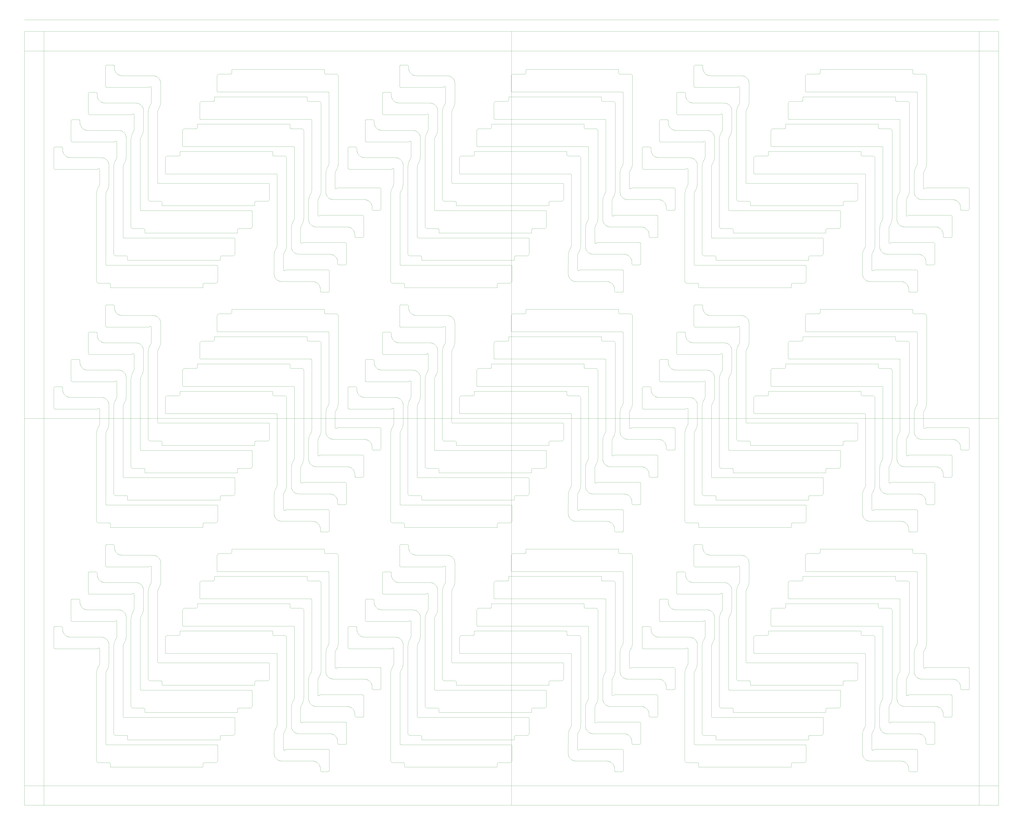
<source format=gbr>
G04 CAM350 V10.5 (Build 464) Date:  Tue Apr 18 18:00:48 2023 *
G04 Database: d:\man\2023\thang 01\01.14-c9005h02600(pcn)\c9005h02600-02(1)\c9005h02600-02(2).cam *
G04 Layer 1: outline *
%FSLAX44Y44*%
%MOMM*%
%SFA1.000B1.000*%

%MIA0B0*%
%IPPOS*%
%ADD100C,0.01000*%
%ADD101C,0.10000*%
%ADD102C,0.20000*%
%LNoutline*%
%LPD*%
G54D102*
X0Y0D03*
G54D101*
X-2500000Y1985000D02*
G01X2500000D01*
X-2500000Y-1985000D02*
G01Y1985000D01*
X2500000Y-1985000D02*
G01Y1985000D01*
X-2500000Y-1985000D02*
G01X2500000D01*
X-2500000Y-1885000D02*
G01X2500000D01*
X-2400000Y-1985000D02*
G01Y1985000D01*
X2400000Y-1985000D02*
G01Y1985000D01*
X-2500000Y1885000D02*
G01X2500000D01*
X-2500000Y0D02*
G01X2500000D01*
X0Y-1985000D02*
G01Y1985000D01*
G54D100*
X-2130773Y705077D02*
G01X-2130730Y704076D01*
X-2130599Y703082*
X-2130382Y702102*
X-2130081Y701145*
X-2129697Y700218*
X-2129234Y699328*
X-2128695Y698482*
X-2128084Y697686*
X-2127407Y696946*
X-2126667Y696268*
X-2125871Y695657*
X-2125025Y695118*
X-2124135Y694655*
X-2123209Y694271*
X-2122252Y693969*
X-2121272Y693752*
X-2120278Y693621*
X-2119273Y693577*
X-2066496*
X-2065885Y693550*
X-2065280Y693470*
X-2064684Y693338*
X-2064101Y693154*
X-2063537Y692920*
X-2062995Y692638*
X-2062480Y692310*
X-2061996Y691938*
X-2061546Y691525*
X-2061133Y691075*
X-2060762Y690591*
X-2060434Y690076*
X-2060152Y689534*
X-2059918Y688970*
X-2059735Y688387*
X-2059603Y687791*
X-2059523Y687185*
X-2059496Y686577*
Y672567*
X-2059489Y672393*
X-2059466Y672220*
X-2059428Y672049*
X-2059376Y671883*
X-2059309Y671722*
X-2059229Y671567*
X-2059135Y671420*
X-2059029Y671281*
X-2058911Y671153*
X-2058782Y671035*
X-2058644Y670928*
X-2058497Y670835*
X-2058342Y670754*
X-2058181Y670687*
X-2058014Y670635*
X-2057844Y670597*
X-2057671Y670574*
X-2057496Y670567*
X-1585736*
X-1585562Y670574*
X-1585389Y670597*
X-1585218Y670635*
X-1585052Y670687*
X-1584891Y670754*
X-1584736Y670835*
X-1584589Y670928*
X-1584451Y671035*
X-1584322Y671153*
X-1584204Y671281*
X-1584098Y671420*
X-1584004Y671567*
X-1583924Y671722*
X-1583857Y671883*
X-1583805Y672049*
X-1583767Y672220*
X-1583744Y672393*
X-1583736Y672567*
Y686577*
X-1583710Y687188*
X-1583630Y687793*
X-1583498Y688389*
X-1583314Y688972*
X-1583080Y689536*
X-1582798Y690078*
X-1582470Y690593*
X-1582098Y691077*
X-1581685Y691527*
X-1581235Y691940*
X-1580751Y692311*
X-1580235Y692639*
X-1579694Y692921*
X-1579129Y693155*
X-1578547Y693338*
X-1577951Y693470*
X-1577345Y693550*
X-1576736Y693577*
X-1519726*
X-1518722Y693621*
X-1517728Y693752*
X-1516748Y693969*
X-1515791Y694271*
X-1514865Y694655*
X-1513975Y695118*
X-1513129Y695657*
X-1512333Y696268*
X-1511593Y696946*
X-1510916Y697686*
X-1510305Y698482*
X-1509766Y699328*
X-1509303Y700218*
X-1508919Y701145*
X-1508618Y702102*
X-1508401Y703082*
X-1508270Y704076*
X-1508226Y705077*
Y780617*
X-1508245Y781052*
X-1508302Y781485*
X-1508397Y781911*
X-1508528Y782327*
X-1508695Y782730*
X-1508896Y783117*
X-1509131Y783484*
X-1509396Y783831*
X-1509691Y784152*
X-1510013Y784447*
X-1510359Y784712*
X-1510726Y784947*
X-1511113Y785148*
X-1511516Y785315*
X-1511932Y785446*
X-1512358Y785541*
X-1512791Y785598*
X-1513226Y785617*
X-2077773*
X-2078208Y785636*
X-2078640Y785692*
X-2079065Y785786*
X-2079480Y785917*
X-2079883Y786083*
X-2080269Y786284*
X-2080636Y786517*
X-2080982Y786782*
X-2081303Y787075*
X-2081598Y787396*
X-2081864Y787741*
X-2082098Y788108*
X-2082300Y788493*
X-2082468Y788895*
X-2082600Y789310*
X-2082695Y789735*
X-2082753Y790166*
X-2082773Y790617*
Y1149301*
X-2082664Y1151690*
X-2082369Y1154063*
X-2081891Y1156406*
X-2081232Y1158705*
X-2080396Y1160945*
X-2079388Y1163114*
X-2078200Y1165222*
X-2074845Y1171141*
X-2072202Y1177004*
X-2070035Y1183048*
X-2068354Y1189245*
X-2067168Y1195555*
X-2066486Y1201940*
X-2066312Y1208395*
X-2066311Y1297650*
X-2066463Y1301130*
X-2066917Y1304583*
X-2067669Y1307983*
X-2068714Y1311305*
X-2070044Y1314524*
X-2071650Y1317614*
X-2073517Y1320554*
X-2075634Y1323319*
X-2077983Y1325890*
X-2080547Y1328247*
X-2083306Y1330373*
X-2086239Y1332250*
X-2089325Y1333864*
X-2092539Y1335205*
X-2095858Y1336260*
X-2099256Y1337023*
X-2102707Y1337488*
X-2106311Y1337651*
X-2264095Y1337654*
X-2267574Y1337805*
X-2271027Y1338259*
X-2274427Y1339011*
X-2277749Y1340056*
X-2280968Y1341387*
X-2284058Y1342992*
X-2286997Y1344859*
X-2289763Y1346976*
X-2292334Y1349325*
X-2294691Y1351889*
X-2296816Y1354648*
X-2298694Y1357581*
X-2300308Y1360667*
X-2301649Y1363881*
X-2302704Y1367200*
X-2303467Y1370598*
X-2303932Y1374049*
X-2304094Y1377654*
Y1385354*
X-2304121Y1385962*
X-2304200Y1386567*
X-2304332Y1387162*
X-2304515Y1387743*
X-2304748Y1388306*
X-2305029Y1388847*
X-2305356Y1389362*
X-2305726Y1389846*
X-2306137Y1390296*
X-2306586Y1390708*
X-2307068Y1391080*
X-2307582Y1391408*
X-2308122Y1391691*
X-2308684Y1391926*
X-2309265Y1392110*
X-2309860Y1392244*
X-2310464Y1392325*
X-2311094Y1392354*
X-2342594*
X-2343203Y1392327*
X-2343809Y1392247*
X-2344405Y1392115*
X-2344987Y1391932*
X-2345552Y1391698*
X-2346093Y1391416*
X-2346609Y1391088*
X-2347093Y1390717*
X-2347543Y1390304*
X-2347956Y1389854*
X-2348328Y1389370*
X-2348656Y1388855*
X-2348938Y1388313*
X-2349172Y1387749*
X-2349356Y1387166*
X-2349488Y1386570*
X-2349568Y1385965*
X-2349594Y1385354*
Y1284654*
X-2349568Y1284042*
X-2349488Y1283437*
X-2349356Y1282841*
X-2349172Y1282258*
X-2348938Y1281694*
X-2348656Y1281153*
X-2348328Y1280638*
X-2347956Y1280153*
X-2347543Y1279703*
X-2347093Y1279290*
X-2346609Y1278919*
X-2346093Y1278591*
X-2345552Y1278309*
X-2344987Y1278075*
X-2344405Y1277892*
X-2343809Y1277760*
X-2343203Y1277680*
X-2342594Y1277654*
X-2129619*
X-2128733Y1277683*
X-2127852Y1277767*
X-2126977Y1277905*
X-2126266Y1278111*
X-2125574Y1278374*
X-2124905Y1278692*
X-2124263Y1279062*
X-2123648Y1279486*
X-2123112Y1280018*
X-2122620Y1280594*
X-2122432Y1280830*
X-2122225Y1281049*
X-2122001Y1281251*
X-2121761Y1281434*
X-2121507Y1281597*
X-2121241Y1281739*
X-2120964Y1281858*
X-2120678Y1281955*
X-2120385Y1282028*
X-2120087Y1282077*
X-2119781Y1282102*
X-2119302Y1282118*
X-2118824Y1282092*
X-2118350Y1282027*
X-2117884Y1281920*
X-2117428Y1281775*
X-2116986Y1281590*
X-2116562Y1281369*
X-2116158Y1281112*
X-2115777Y1280821*
X-2115423Y1280499*
X-2115092Y1280142*
X-2114890Y1279815*
X-2114717Y1279473*
X-2114573Y1279117*
X-2114460Y1278750*
X-2114378Y1278374*
X-2114328Y1277994*
X-2114311Y1277609*
Y1205075*
X-2114423Y1202687*
X-2114720Y1200314*
X-2115199Y1197971*
X-2115858Y1195672*
X-2116693Y1193431*
X-2117699Y1191262*
X-2118884Y1189154*
X-2122240Y1183234*
X-2124805Y1177686*
X-2126930Y1171942*
X-2128599Y1166049*
X-2129800Y1160043*
X-2130527Y1153962*
X-2130773Y1147760*
Y1147760*
Y705077*
X-2042273Y845177D02*
G01X-2042230Y844176D01*
X-2042099Y843182*
X-2041882Y842202*
X-2041581Y841245*
X-2041197Y840318*
X-2040734Y839428*
X-2040195Y838582*
X-2039584Y837786*
X-2038907Y837046*
X-2038167Y836368*
X-2037371Y835757*
X-2036525Y835218*
X-2035635Y834755*
X-2034709Y834371*
X-2033752Y834069*
X-2032772Y833852*
X-2031778Y833721*
X-2030773Y833677*
X-1977996*
X-1977385Y833650*
X-1976780Y833570*
X-1976184Y833438*
X-1975601Y833254*
X-1975037Y833020*
X-1974495Y832738*
X-1973980Y832410*
X-1973496Y832038*
X-1973046Y831625*
X-1972633Y831175*
X-1972262Y830691*
X-1971934Y830176*
X-1971652Y829634*
X-1971418Y829070*
X-1971235Y828487*
X-1971103Y827891*
X-1971023Y827285*
X-1970996Y826677*
Y812667*
X-1970989Y812493*
X-1970966Y812320*
X-1970928Y812149*
X-1970876Y811983*
X-1970809Y811822*
X-1970729Y811667*
X-1970635Y811520*
X-1970529Y811381*
X-1970411Y811253*
X-1970282Y811135*
X-1970144Y811028*
X-1969997Y810935*
X-1969842Y810854*
X-1969681Y810787*
X-1969514Y810735*
X-1969344Y810697*
X-1969171Y810674*
X-1968996Y810667*
X-1497236*
X-1497062Y810674*
X-1496889Y810697*
X-1496718Y810735*
X-1496552Y810787*
X-1496391Y810854*
X-1496236Y810935*
X-1496089Y811028*
X-1495951Y811135*
X-1495822Y811253*
X-1495704Y811381*
X-1495598Y811520*
X-1495504Y811667*
X-1495424Y811822*
X-1495357Y811983*
X-1495305Y812149*
X-1495267Y812320*
X-1495244Y812493*
X-1495236Y812667*
Y826677*
X-1495210Y827288*
X-1495130Y827893*
X-1494998Y828489*
X-1494814Y829072*
X-1494580Y829636*
X-1494298Y830178*
X-1493970Y830693*
X-1493598Y831177*
X-1493185Y831627*
X-1492735Y832040*
X-1492251Y832411*
X-1491735Y832739*
X-1491194Y833021*
X-1490629Y833255*
X-1490047Y833438*
X-1489451Y833570*
X-1488845Y833650*
X-1488236Y833677*
X-1431226*
X-1430222Y833721*
X-1429228Y833852*
X-1428248Y834069*
X-1427291Y834371*
X-1426365Y834755*
X-1425475Y835218*
X-1424629Y835757*
X-1423833Y836368*
X-1423093Y837046*
X-1422416Y837786*
X-1421805Y838582*
X-1421266Y839428*
X-1420803Y840318*
X-1420419Y841245*
X-1420118Y842202*
X-1419901Y843182*
X-1419770Y844176*
X-1419726Y845177*
Y920717*
X-1419745Y921152*
X-1419802Y921585*
X-1419897Y922011*
X-1420028Y922427*
X-1420195Y922830*
X-1420396Y923217*
X-1420631Y923584*
X-1420896Y923931*
X-1421191Y924252*
X-1421513Y924547*
X-1421859Y924812*
X-1422226Y925047*
X-1422613Y925248*
X-1423016Y925415*
X-1423432Y925546*
X-1423858Y925641*
X-1424291Y925698*
X-1424726Y925717*
X-1989273*
X-1989708Y925736*
X-1990140Y925792*
X-1990565Y925886*
X-1990980Y926017*
X-1991383Y926183*
X-1991769Y926384*
X-1992136Y926617*
X-1992482Y926882*
X-1992803Y927175*
X-1993098Y927496*
X-1993364Y927841*
X-1993598Y928208*
X-1993800Y928593*
X-1993968Y928995*
X-1994100Y929410*
X-1994195Y929835*
X-1994253Y930266*
X-1994273Y930717*
Y1289401*
X-1994164Y1291790*
X-1993869Y1294163*
X-1993391Y1296506*
X-1992732Y1298805*
X-1991896Y1301045*
X-1990888Y1303214*
X-1989700Y1305322*
X-1986345Y1311241*
X-1983702Y1317104*
X-1981535Y1323148*
X-1979854Y1329345*
X-1978668Y1335655*
X-1977986Y1342040*
X-1977812Y1348495*
X-1977811Y1437750*
X-1977963Y1441230*
X-1978417Y1444683*
X-1979169Y1448083*
X-1980214Y1451405*
X-1981544Y1454624*
X-1983150Y1457714*
X-1985017Y1460654*
X-1987134Y1463419*
X-1989483Y1465990*
X-1992047Y1468347*
X-1994806Y1470473*
X-1997739Y1472350*
X-2000825Y1473964*
X-2004039Y1475305*
X-2007358Y1476360*
X-2010756Y1477123*
X-2014207Y1477588*
X-2017811Y1477751*
X-2175595Y1477754*
X-2179074Y1477905*
X-2182527Y1478359*
X-2185927Y1479111*
X-2189249Y1480156*
X-2192468Y1481487*
X-2195558Y1483092*
X-2198497Y1484959*
X-2201263Y1487076*
X-2203834Y1489425*
X-2206191Y1491989*
X-2208316Y1494748*
X-2210194Y1497681*
X-2211808Y1500767*
X-2213149Y1503981*
X-2214204Y1507300*
X-2214967Y1510698*
X-2215432Y1514149*
X-2215594Y1517754*
Y1525454*
X-2215621Y1526062*
X-2215700Y1526667*
X-2215832Y1527262*
X-2216015Y1527843*
X-2216248Y1528406*
X-2216529Y1528947*
X-2216856Y1529462*
X-2217226Y1529946*
X-2217637Y1530396*
X-2218086Y1530808*
X-2218568Y1531180*
X-2219082Y1531508*
X-2219622Y1531791*
X-2220184Y1532026*
X-2220765Y1532210*
X-2221360Y1532344*
X-2221964Y1532425*
X-2222594Y1532454*
X-2254094*
X-2254703Y1532427*
X-2255309Y1532347*
X-2255905Y1532215*
X-2256487Y1532032*
X-2257052Y1531798*
X-2257593Y1531516*
X-2258109Y1531188*
X-2258593Y1530817*
X-2259043Y1530404*
X-2259456Y1529954*
X-2259828Y1529470*
X-2260156Y1528955*
X-2260438Y1528413*
X-2260672Y1527849*
X-2260856Y1527266*
X-2260988Y1526670*
X-2261068Y1526065*
X-2261094Y1525454*
Y1424754*
X-2261068Y1424142*
X-2260988Y1423537*
X-2260856Y1422941*
X-2260672Y1422358*
X-2260438Y1421794*
X-2260156Y1421253*
X-2259828Y1420738*
X-2259456Y1420253*
X-2259043Y1419803*
X-2258593Y1419390*
X-2258109Y1419019*
X-2257593Y1418691*
X-2257052Y1418409*
X-2256487Y1418175*
X-2255905Y1417992*
X-2255309Y1417860*
X-2254703Y1417780*
X-2254094Y1417754*
X-2041119*
X-2040233Y1417783*
X-2039352Y1417867*
X-2038477Y1418005*
X-2037766Y1418211*
X-2037074Y1418474*
X-2036405Y1418792*
X-2035763Y1419162*
X-2035148Y1419586*
X-2034612Y1420118*
X-2034120Y1420693*
X-2033932Y1420930*
X-2033725Y1421149*
X-2033501Y1421351*
X-2033261Y1421534*
X-2033007Y1421697*
X-2032741Y1421839*
X-2032464Y1421958*
X-2032178Y1422055*
X-2031885Y1422128*
X-2031587Y1422177*
X-2031281Y1422202*
X-2030802Y1422218*
X-2030324Y1422192*
X-2029850Y1422127*
X-2029384Y1422020*
X-2028928Y1421875*
X-2028486Y1421690*
X-2028062Y1421469*
X-2027658Y1421212*
X-2027277Y1420921*
X-2026923Y1420599*
X-2026592Y1420242*
X-2026390Y1419915*
X-2026217Y1419572*
X-2026073Y1419217*
X-2025960Y1418850*
X-2025878Y1418474*
X-2025828Y1418094*
X-2025811Y1417709*
Y1345175*
X-2025923Y1342787*
X-2026220Y1340414*
X-2026699Y1338071*
X-2027358Y1335772*
X-2028193Y1333531*
X-2029199Y1331362*
X-2030384Y1329254*
X-2033740Y1323334*
X-2036305Y1317786*
X-2038430Y1312042*
X-2040099Y1306149*
X-2041300Y1300143*
X-2042027Y1294062*
X-2042273Y1287860*
Y1287860*
Y845177*
X-1953773Y985277D02*
G01X-1953730Y984276D01*
X-1953599Y983282*
X-1953382Y982302*
X-1953081Y981345*
X-1952697Y980418*
X-1952234Y979528*
X-1951695Y978682*
X-1951084Y977886*
X-1950407Y977146*
X-1949667Y976468*
X-1948871Y975857*
X-1948025Y975318*
X-1947135Y974855*
X-1946209Y974471*
X-1945252Y974169*
X-1944272Y973952*
X-1943278Y973821*
X-1942273Y973777*
X-1889496*
X-1888885Y973750*
X-1888280Y973670*
X-1887684Y973538*
X-1887101Y973354*
X-1886537Y973120*
X-1885995Y972838*
X-1885480Y972510*
X-1884996Y972138*
X-1884546Y971725*
X-1884133Y971275*
X-1883762Y970791*
X-1883434Y970276*
X-1883152Y969734*
X-1882918Y969170*
X-1882735Y968587*
X-1882603Y967991*
X-1882523Y967385*
X-1882496Y966777*
Y952767*
X-1882489Y952593*
X-1882466Y952420*
X-1882428Y952249*
X-1882376Y952083*
X-1882309Y951922*
X-1882229Y951767*
X-1882135Y951620*
X-1882029Y951481*
X-1881911Y951353*
X-1881782Y951235*
X-1881644Y951128*
X-1881497Y951035*
X-1881342Y950954*
X-1881181Y950887*
X-1881014Y950835*
X-1880844Y950797*
X-1880671Y950774*
X-1880496Y950767*
X-1408736*
X-1408562Y950774*
X-1408389Y950797*
X-1408219Y950835*
X-1408052Y950887*
X-1407891Y950954*
X-1407736Y951035*
X-1407589Y951128*
X-1407451Y951235*
X-1407322Y951353*
X-1407204Y951481*
X-1407098Y951620*
X-1407004Y951767*
X-1406924Y951922*
X-1406857Y952083*
X-1406805Y952249*
X-1406767Y952420*
X-1406744Y952593*
X-1406736Y952767*
Y966777*
X-1406710Y967388*
X-1406630Y967993*
X-1406498Y968589*
X-1406314Y969172*
X-1406080Y969736*
X-1405798Y970278*
X-1405470Y970793*
X-1405098Y971277*
X-1404685Y971727*
X-1404235Y972140*
X-1403751Y972511*
X-1403235Y972839*
X-1402694Y973121*
X-1402129Y973355*
X-1401547Y973538*
X-1400951Y973670*
X-1400345Y973750*
X-1399736Y973777*
X-1342726*
X-1341722Y973821*
X-1340728Y973952*
X-1339748Y974169*
X-1338791Y974471*
X-1337865Y974855*
X-1336975Y975318*
X-1336129Y975857*
X-1335333Y976468*
X-1334593Y977146*
X-1333916Y977886*
X-1333305Y978682*
X-1332766Y979528*
X-1332303Y980418*
X-1331919Y981345*
X-1331618Y982302*
X-1331401Y983282*
X-1331270Y984276*
X-1331226Y985277*
Y1060817*
X-1331245Y1061252*
X-1331302Y1061685*
X-1331397Y1062111*
X-1331528Y1062527*
X-1331695Y1062930*
X-1331896Y1063317*
X-1332131Y1063684*
X-1332396Y1064031*
X-1332691Y1064352*
X-1333013Y1064647*
X-1333359Y1064912*
X-1333726Y1065147*
X-1334113Y1065348*
X-1334516Y1065515*
X-1334932Y1065646*
X-1335358Y1065741*
X-1335791Y1065798*
X-1336226Y1065817*
X-1900773*
X-1901208Y1065836*
X-1901640Y1065892*
X-1902065Y1065986*
X-1902480Y1066117*
X-1902883Y1066283*
X-1903269Y1066484*
X-1903636Y1066717*
X-1903982Y1066982*
X-1904303Y1067275*
X-1904598Y1067596*
X-1904864Y1067941*
X-1905098Y1068308*
X-1905300Y1068693*
X-1905468Y1069095*
X-1905600Y1069510*
X-1905695Y1069935*
X-1905753Y1070366*
X-1905773Y1070817*
Y1429501*
X-1905664Y1431890*
X-1905369Y1434263*
X-1904891Y1436606*
X-1904232Y1438905*
X-1903396Y1441145*
X-1902388Y1443314*
X-1901200Y1445422*
X-1897845Y1451341*
X-1895202Y1457204*
X-1893035Y1463248*
X-1891354Y1469445*
X-1890168Y1475755*
X-1889486Y1482140*
X-1889312Y1488595*
X-1889311Y1577850*
X-1889463Y1581330*
X-1889917Y1584783*
X-1890669Y1588183*
X-1891714Y1591505*
X-1893044Y1594724*
X-1894650Y1597814*
X-1896517Y1600754*
X-1898634Y1603519*
X-1900983Y1606090*
X-1903547Y1608447*
X-1906306Y1610573*
X-1909239Y1612450*
X-1912325Y1614064*
X-1915539Y1615405*
X-1918858Y1616460*
X-1922256Y1617223*
X-1925707Y1617688*
X-1929311Y1617851*
X-2087095Y1617854*
X-2090574Y1618005*
X-2094027Y1618459*
X-2097427Y1619211*
X-2100749Y1620256*
X-2103968Y1621587*
X-2107058Y1623192*
X-2109997Y1625059*
X-2112763Y1627176*
X-2115334Y1629525*
X-2117691Y1632089*
X-2119816Y1634848*
X-2121694Y1637781*
X-2123308Y1640867*
X-2124649Y1644081*
X-2125704Y1647400*
X-2126467Y1650798*
X-2126932Y1654249*
X-2127094Y1657854*
Y1665554*
X-2127121Y1666162*
X-2127200Y1666767*
X-2127332Y1667362*
X-2127515Y1667943*
X-2127748Y1668506*
X-2128029Y1669047*
X-2128356Y1669562*
X-2128726Y1670046*
X-2129137Y1670496*
X-2129586Y1670908*
X-2130068Y1671280*
X-2130582Y1671608*
X-2131122Y1671891*
X-2131684Y1672126*
X-2132265Y1672310*
X-2132860Y1672444*
X-2133464Y1672525*
X-2134094Y1672554*
X-2165594*
X-2166203Y1672527*
X-2166809Y1672447*
X-2167405Y1672315*
X-2167987Y1672132*
X-2168552Y1671898*
X-2169093Y1671616*
X-2169609Y1671288*
X-2170093Y1670917*
X-2170543Y1670504*
X-2170956Y1670054*
X-2171328Y1669570*
X-2171656Y1669055*
X-2171938Y1668513*
X-2172172Y1667949*
X-2172356Y1667366*
X-2172488Y1666770*
X-2172568Y1666165*
X-2172594Y1665554*
Y1564854*
X-2172568Y1564242*
X-2172488Y1563637*
X-2172356Y1563041*
X-2172172Y1562458*
X-2171938Y1561894*
X-2171656Y1561353*
X-2171328Y1560838*
X-2170956Y1560353*
X-2170543Y1559903*
X-2170093Y1559490*
X-2169609Y1559119*
X-2169093Y1558791*
X-2168552Y1558509*
X-2167987Y1558275*
X-2167405Y1558092*
X-2166809Y1557960*
X-2166203Y1557880*
X-2165594Y1557854*
X-1952619*
X-1951733Y1557883*
X-1950852Y1557967*
X-1949977Y1558105*
X-1949266Y1558311*
X-1948574Y1558574*
X-1947905Y1558892*
X-1947263Y1559262*
X-1946648Y1559686*
X-1946112Y1560218*
X-1945620Y1560794*
X-1945432Y1561030*
X-1945225Y1561249*
X-1945001Y1561451*
X-1944761Y1561634*
X-1944507Y1561797*
X-1944241Y1561939*
X-1943964Y1562058*
X-1943678Y1562155*
X-1943385Y1562228*
X-1943087Y1562277*
X-1942781Y1562302*
X-1942302Y1562318*
X-1941824Y1562292*
X-1941350Y1562227*
X-1940884Y1562120*
X-1940428Y1561975*
X-1939986Y1561790*
X-1939562Y1561569*
X-1939158Y1561312*
X-1938777Y1561021*
X-1938423Y1560699*
X-1938092Y1560342*
X-1937890Y1560015*
X-1937717Y1559673*
X-1937573Y1559317*
X-1937460Y1558950*
X-1937378Y1558574*
X-1937328Y1558194*
X-1937311Y1557809*
Y1485275*
X-1937423Y1482887*
X-1937720Y1480514*
X-1938199Y1478171*
X-1938858Y1475872*
X-1939693Y1473631*
X-1940699Y1471462*
X-1941884Y1469354*
X-1945240Y1463434*
X-1947805Y1457886*
X-1949930Y1452142*
X-1951599Y1446249*
X-1952800Y1440243*
X-1953527Y1434162*
X-1953773Y1427960*
Y1427960*
Y985277*
X-1865273Y1125377D02*
G01X-1865230Y1124376D01*
X-1865099Y1123382*
X-1864882Y1122402*
X-1864581Y1121445*
X-1864197Y1120518*
X-1863734Y1119628*
X-1863195Y1118782*
X-1862584Y1117986*
X-1861907Y1117246*
X-1861167Y1116568*
X-1860371Y1115957*
X-1859525Y1115418*
X-1858635Y1114955*
X-1857709Y1114571*
X-1856752Y1114269*
X-1855772Y1114052*
X-1854778Y1113921*
X-1853773Y1113877*
X-1800996*
X-1800385Y1113850*
X-1799780Y1113770*
X-1799184Y1113638*
X-1798601Y1113454*
X-1798037Y1113220*
X-1797495Y1112938*
X-1796980Y1112610*
X-1796496Y1112238*
X-1796046Y1111825*
X-1795633Y1111375*
X-1795262Y1110891*
X-1794934Y1110376*
X-1794652Y1109834*
X-1794418Y1109270*
X-1794235Y1108687*
X-1794103Y1108091*
X-1794023Y1107485*
X-1793996Y1106877*
Y1092867*
X-1793989Y1092693*
X-1793966Y1092520*
X-1793928Y1092349*
X-1793876Y1092183*
X-1793809Y1092022*
X-1793729Y1091867*
X-1793635Y1091720*
X-1793529Y1091581*
X-1793411Y1091453*
X-1793282Y1091335*
X-1793144Y1091228*
X-1792997Y1091135*
X-1792842Y1091054*
X-1792681Y1090987*
X-1792514Y1090935*
X-1792344Y1090897*
X-1792171Y1090874*
X-1791996Y1090867*
X-1320236*
X-1320062Y1090874*
X-1319889Y1090897*
X-1319718Y1090935*
X-1319552Y1090987*
X-1319391Y1091054*
X-1319236Y1091135*
X-1319089Y1091228*
X-1318951Y1091335*
X-1318822Y1091453*
X-1318704Y1091581*
X-1318598Y1091720*
X-1318504Y1091867*
X-1318424Y1092022*
X-1318357Y1092183*
X-1318305Y1092349*
X-1318267Y1092520*
X-1318244Y1092693*
X-1318236Y1092867*
Y1106877*
X-1318210Y1107488*
X-1318130Y1108093*
X-1317998Y1108689*
X-1317814Y1109272*
X-1317580Y1109836*
X-1317298Y1110378*
X-1316970Y1110893*
X-1316598Y1111377*
X-1316185Y1111827*
X-1315735Y1112240*
X-1315251Y1112611*
X-1314735Y1112939*
X-1314194Y1113221*
X-1313629Y1113455*
X-1313047Y1113638*
X-1312451Y1113770*
X-1311845Y1113850*
X-1311236Y1113877*
X-1254226*
X-1253222Y1113921*
X-1252228Y1114052*
X-1251248Y1114269*
X-1250291Y1114571*
X-1249365Y1114955*
X-1248475Y1115418*
X-1247629Y1115957*
X-1246833Y1116568*
X-1246093Y1117246*
X-1245416Y1117986*
X-1244805Y1118782*
X-1244266Y1119628*
X-1243803Y1120518*
X-1243419Y1121445*
X-1243118Y1122402*
X-1242901Y1123382*
X-1242770Y1124376*
X-1242726Y1125377*
Y1200917*
X-1242745Y1201352*
X-1242802Y1201785*
X-1242897Y1202211*
X-1243028Y1202627*
X-1243195Y1203030*
X-1243396Y1203417*
X-1243631Y1203784*
X-1243896Y1204131*
X-1244191Y1204452*
X-1244513Y1204747*
X-1244859Y1205012*
X-1245226Y1205247*
X-1245613Y1205448*
X-1246016Y1205615*
X-1246432Y1205746*
X-1246858Y1205841*
X-1247291Y1205898*
X-1247726Y1205917*
X-1812273*
X-1812708Y1205936*
X-1813140Y1205992*
X-1813565Y1206086*
X-1813980Y1206217*
X-1814383Y1206383*
X-1814769Y1206584*
X-1815136Y1206817*
X-1815482Y1207082*
X-1815803Y1207375*
X-1816098Y1207696*
X-1816364Y1208041*
X-1816598Y1208408*
X-1816800Y1208793*
X-1816968Y1209195*
X-1817100Y1209610*
X-1817195Y1210035*
X-1817253Y1210466*
X-1817273Y1210917*
Y1569601*
X-1817164Y1571990*
X-1816869Y1574363*
X-1816391Y1576706*
X-1815732Y1579005*
X-1814896Y1581245*
X-1813888Y1583414*
X-1812700Y1585522*
X-1809345Y1591441*
X-1806702Y1597304*
X-1804535Y1603348*
X-1802854Y1609545*
X-1801668Y1615855*
X-1800986Y1622240*
X-1800812Y1628695*
X-1800811Y1717950*
X-1800963Y1721430*
X-1801417Y1724883*
X-1802169Y1728283*
X-1803214Y1731605*
X-1804544Y1734824*
X-1806150Y1737914*
X-1808017Y1740854*
X-1810134Y1743619*
X-1812483Y1746190*
X-1815047Y1748547*
X-1817806Y1750673*
X-1820739Y1752550*
X-1823825Y1754164*
X-1827039Y1755505*
X-1830358Y1756560*
X-1833756Y1757323*
X-1837207Y1757788*
X-1840811Y1757951*
X-1998595Y1757954*
X-2002074Y1758105*
X-2005527Y1758559*
X-2008927Y1759311*
X-2012249Y1760356*
X-2015468Y1761687*
X-2018558Y1763292*
X-2021497Y1765159*
X-2024263Y1767276*
X-2026834Y1769625*
X-2029191Y1772189*
X-2031316Y1774948*
X-2033194Y1777881*
X-2034808Y1780967*
X-2036149Y1784181*
X-2037204Y1787500*
X-2037967Y1790898*
X-2038432Y1794349*
X-2038594Y1797954*
Y1805654*
X-2038621Y1806262*
X-2038700Y1806867*
X-2038832Y1807462*
X-2039015Y1808043*
X-2039248Y1808606*
X-2039529Y1809147*
X-2039856Y1809662*
X-2040226Y1810146*
X-2040637Y1810596*
X-2041086Y1811008*
X-2041568Y1811380*
X-2042082Y1811708*
X-2042622Y1811991*
X-2043184Y1812226*
X-2043765Y1812410*
X-2044360Y1812544*
X-2044964Y1812625*
X-2045594Y1812654*
X-2077094*
X-2077703Y1812627*
X-2078309Y1812547*
X-2078905Y1812415*
X-2079487Y1812232*
X-2080052Y1811998*
X-2080593Y1811716*
X-2081109Y1811388*
X-2081593Y1811017*
X-2082043Y1810604*
X-2082456Y1810154*
X-2082828Y1809670*
X-2083156Y1809155*
X-2083438Y1808613*
X-2083672Y1808049*
X-2083856Y1807466*
X-2083988Y1806870*
X-2084068Y1806265*
X-2084094Y1805654*
Y1704954*
X-2084068Y1704342*
X-2083988Y1703737*
X-2083856Y1703141*
X-2083672Y1702558*
X-2083438Y1701994*
X-2083156Y1701453*
X-2082828Y1700938*
X-2082456Y1700453*
X-2082043Y1700003*
X-2081593Y1699590*
X-2081109Y1699219*
X-2080593Y1698891*
X-2080052Y1698609*
X-2079487Y1698375*
X-2078905Y1698192*
X-2078309Y1698060*
X-2077703Y1697980*
X-2077094Y1697954*
X-1864119*
X-1863233Y1697983*
X-1862352Y1698067*
X-1861477Y1698205*
X-1860766Y1698411*
X-1860074Y1698674*
X-1859405Y1698992*
X-1858763Y1699362*
X-1858148Y1699786*
X-1857612Y1700318*
X-1857120Y1700894*
X-1856932Y1701130*
X-1856725Y1701349*
X-1856501Y1701551*
X-1856261Y1701734*
X-1856007Y1701897*
X-1855741Y1702039*
X-1855464Y1702158*
X-1855178Y1702255*
X-1854885Y1702328*
X-1854587Y1702377*
X-1854281Y1702402*
X-1853802Y1702418*
X-1853324Y1702392*
X-1852850Y1702327*
X-1852384Y1702220*
X-1851928Y1702075*
X-1851486Y1701890*
X-1851062Y1701669*
X-1850658Y1701412*
X-1850277Y1701121*
X-1849923Y1700799*
X-1849592Y1700442*
X-1849390Y1700115*
X-1849217Y1699773*
X-1849073Y1699417*
X-1848960Y1699050*
X-1848878Y1698674*
X-1848828Y1698294*
X-1848811Y1697909*
Y1625375*
X-1848923Y1622987*
X-1849220Y1620614*
X-1849699Y1618271*
X-1850358Y1615972*
X-1851193Y1613731*
X-1852199Y1611562*
X-1853384Y1609454*
X-1856740Y1603534*
X-1859305Y1597986*
X-1861430Y1592242*
X-1863099Y1586349*
X-1864300Y1580343*
X-1865027Y1574262*
X-1865273Y1568060*
Y1568060*
Y1125377*
X-889227Y1754923D02*
G01X-889270Y1755926D01*
X-889401Y1756920*
X-889618Y1757900*
X-889920Y1758857*
X-890304Y1759784*
X-890767Y1760673*
X-891306Y1761520*
X-891917Y1762315*
X-892595Y1763055*
X-893334Y1763733*
X-894130Y1764344*
X-894977Y1764883*
X-895866Y1765346*
X-896793Y1765730*
X-897750Y1766032*
X-898730Y1766249*
X-899724Y1766380*
X-900727Y1766423*
X-953504*
X-954112Y1766450*
X-954718Y1766530*
X-955314Y1766662*
X-955897Y1766845*
X-956461Y1767079*
X-957002Y1767361*
X-957518Y1767689*
X-958002Y1768060*
X-958452Y1768473*
X-958865Y1768923*
X-959237Y1769407*
X-959565Y1769922*
X-959847Y1770464*
X-960081Y1771028*
X-960265Y1771611*
X-960397Y1772207*
X-960477Y1772812*
X-960504Y1773423*
Y1787433*
X-960511Y1787608*
X-960534Y1787781*
X-960572Y1787951*
X-960624Y1788117*
X-960691Y1788279*
X-960771Y1788433*
X-960865Y1788581*
X-960971Y1788719*
X-961089Y1788848*
X-961218Y1788966*
X-961356Y1789072*
X-961504Y1789165*
X-961658Y1789246*
X-961819Y1789313*
X-961986Y1789365*
X-962156Y1789403*
X-962329Y1789426*
X-962504Y1789433*
X-1434264*
X-1434437Y1789426*
X-1434610Y1789403*
X-1434781Y1789365*
X-1434947Y1789313*
X-1435108Y1789246*
X-1435263Y1789166*
X-1435410Y1789072*
X-1435549Y1788966*
X-1435677Y1788848*
X-1435795Y1788719*
X-1435902Y1788581*
X-1435995Y1788434*
X-1436076Y1788279*
X-1436143Y1788118*
X-1436195Y1787951*
X-1436233Y1787781*
X-1436256Y1787608*
X-1436264Y1787433*
Y1773423*
X-1436290Y1772813*
X-1436370Y1772208*
X-1436502Y1771612*
X-1436686Y1771029*
X-1436919Y1770465*
X-1437201Y1769923*
X-1437529Y1769408*
X-1437901Y1768924*
X-1438314Y1768474*
X-1438764Y1768061*
X-1439248Y1767689*
X-1439764Y1767361*
X-1440305Y1767079*
X-1440869Y1766846*
X-1441452Y1766662*
X-1442048Y1766530*
X-1442653Y1766450*
X-1443264Y1766423*
X-1500274*
X-1501274Y1766380*
X-1502269Y1766249*
X-1503248Y1766032*
X-1504205Y1765731*
X-1505132Y1765347*
X-1506022Y1764884*
X-1506868Y1764345*
X-1507664Y1763734*
X-1508404Y1763057*
X-1509082Y1762317*
X-1509693Y1761521*
X-1510232Y1760675*
X-1510695Y1759785*
X-1511079Y1758859*
X-1511381Y1757902*
X-1511598Y1756922*
X-1511730Y1755928*
X-1511774Y1754923*
Y1679383*
X-1511755Y1678949*
X-1511698Y1678516*
X-1511603Y1678090*
X-1511472Y1677674*
X-1511305Y1677271*
X-1511104Y1676884*
X-1510870Y1676516*
X-1510604Y1676170*
X-1510310Y1675849*
X-1509988Y1675554*
X-1509642Y1675288*
X-1509274Y1675054*
X-1508887Y1674852*
X-1508484Y1674685*
X-1508068Y1674554*
X-1507643Y1674460*
X-1507210Y1674403*
X-1506774Y1674383*
X-942227*
X-941791Y1674364*
X-941359Y1674308*
X-940934Y1674214*
X-940519Y1674083*
X-940117Y1673916*
X-939730Y1673716*
X-939363Y1673482*
X-939017Y1673218*
X-938696Y1672924*
X-938401Y1672603*
X-938136Y1672258*
X-937901Y1671892*
X-937699Y1671506*
X-937532Y1671104*
X-937400Y1670689*
X-937305Y1670265*
X-937247Y1669833*
X-937227Y1669383*
Y1310699*
X-937335Y1308315*
X-937630Y1305942*
X-938108Y1303599*
X-938766Y1301300*
X-939602Y1299060*
X-940609Y1296891*
X-941800Y1294778*
X-945155Y1288859*
X-947793Y1283009*
X-949961Y1276965*
X-951643Y1270769*
X-952830Y1264459*
X-953513Y1258074*
X-953688Y1251605*
X-953689Y1162350*
X-953538Y1158877*
X-953084Y1155424*
X-952333Y1152024*
X-951288Y1148701*
X-949959Y1145483*
X-948354Y1142392*
X-946487Y1139452*
X-944371Y1136686*
X-942022Y1134115*
X-939459Y1131757*
X-936700Y1129631*
X-933767Y1127754*
X-930682Y1126139*
X-927468Y1124798*
X-924149Y1123741*
X-920751Y1122978*
X-917300Y1122513*
X-913689Y1122349*
X-755905Y1122346*
X-752419Y1122194*
X-748966Y1121740*
X-745566Y1120987*
X-742244Y1119941*
X-739026Y1118611*
X-735936Y1117005*
X-732997Y1115137*
X-730231Y1113020*
X-727661Y1110670*
X-725304Y1108106*
X-723180Y1105347*
X-721303Y1102413*
X-719689Y1099327*
X-718349Y1096112*
X-717294Y1092794*
X-716532Y1089395*
X-716068Y1085944*
X-715906Y1082346*
Y1074646*
X-715879Y1074038*
X-715800Y1073433*
X-715668Y1072838*
X-715485Y1072257*
X-715252Y1071694*
X-714971Y1071153*
X-714644Y1070638*
X-714274Y1070154*
X-713863Y1069704*
X-713414Y1069292*
X-712932Y1068920*
X-712418Y1068592*
X-711878Y1068309*
X-711316Y1068074*
X-710735Y1067890*
X-710140Y1067756*
X-709536Y1067675*
X-708906Y1067646*
X-677406*
X-676794Y1067673*
X-676189Y1067753*
X-675593Y1067885*
X-675010Y1068069*
X-674446Y1068303*
X-673904Y1068585*
X-673389Y1068913*
X-672905Y1069285*
X-672455Y1069698*
X-672042Y1070148*
X-671671Y1070632*
X-671343Y1071147*
X-671061Y1071689*
X-670827Y1072253*
X-670644Y1072836*
X-670512Y1073432*
X-670432Y1074038*
X-670406Y1074646*
Y1175346*
X-670432Y1175957*
X-670512Y1176562*
X-670644Y1177158*
X-670828Y1177741*
X-671061Y1178305*
X-671343Y1178846*
X-671671Y1179361*
X-672043Y1179846*
X-672456Y1180296*
X-672906Y1180709*
X-673390Y1181080*
X-673906Y1181409*
X-674447Y1181691*
X-675011Y1181924*
X-675594Y1182108*
X-676190Y1182240*
X-676795Y1182320*
X-677406Y1182346*
X-890381*
X-891264Y1182317*
X-892146Y1182234*
X-893023Y1182095*
X-893732Y1181889*
X-894425Y1181626*
X-895094Y1181309*
X-895735Y1180939*
X-896352Y1180514*
X-896887Y1179983*
X-897380Y1179406*
X-897568Y1179171*
X-897775Y1178951*
X-897999Y1178749*
X-898239Y1178566*
X-898492Y1178403*
X-898759Y1178262*
X-899036Y1178142*
X-899321Y1178045*
X-899614Y1177972*
X-899912Y1177923*
X-900219Y1177898*
X-900697Y1177882*
X-901175Y1177907*
X-901649Y1177973*
X-902116Y1178079*
X-902571Y1178225*
X-903013Y1178409*
X-903438Y1178631*
X-903841Y1178888*
X-904222Y1179178*
X-904576Y1179500*
X-904908Y1179858*
X-905109Y1180184*
X-905283Y1180527*
X-905427Y1180883*
X-905540Y1181250*
X-905622Y1181625*
X-905671Y1182005*
X-905689Y1182391*
Y1254925*
X-905576Y1257319*
X-905279Y1259692*
X-904800Y1262035*
X-904140Y1264333*
X-903305Y1266574*
X-902298Y1268743*
X-901116Y1270846*
X-897760Y1276766*
X-895190Y1282326*
X-893065Y1288071*
X-891398Y1293964*
X-890198Y1299970*
X-889472Y1306052*
X-889227Y1312240*
Y1312240*
Y1754923*
X-977727Y1614823D02*
G01X-977770Y1615826D01*
X-977901Y1616820*
X-978118Y1617800*
X-978420Y1618757*
X-978804Y1619684*
X-979267Y1620573*
X-979806Y1621420*
X-980417Y1622215*
X-981095Y1622955*
X-981834Y1623633*
X-982630Y1624244*
X-983477Y1624783*
X-984366Y1625246*
X-985293Y1625630*
X-986250Y1625932*
X-987230Y1626149*
X-988224Y1626280*
X-989227Y1626323*
X-1042004*
X-1042614Y1626350*
X-1043219Y1626430*
X-1043815Y1626562*
X-1044398Y1626746*
X-1044962Y1626979*
X-1045504Y1627261*
X-1046019Y1627589*
X-1046503Y1627961*
X-1046953Y1628374*
X-1047366Y1628824*
X-1047738Y1629308*
X-1048066Y1629823*
X-1048348Y1630365*
X-1048581Y1630929*
X-1048765Y1631512*
X-1048897Y1632108*
X-1048977Y1632713*
X-1049004Y1633323*
Y1647333*
X-1049011Y1647508*
X-1049034Y1647681*
X-1049072Y1647851*
X-1049124Y1648017*
X-1049191Y1648179*
X-1049271Y1648333*
X-1049365Y1648481*
X-1049471Y1648619*
X-1049589Y1648748*
X-1049718Y1648866*
X-1049856Y1648972*
X-1050004Y1649065*
X-1050158Y1649146*
X-1050319Y1649213*
X-1050486Y1649265*
X-1050656Y1649303*
X-1050829Y1649326*
X-1051004Y1649333*
X-1522764*
X-1522938Y1649326*
X-1523111Y1649303*
X-1523281Y1649265*
X-1523448Y1649213*
X-1523609Y1649146*
X-1523764Y1649065*
X-1523911Y1648972*
X-1524049Y1648866*
X-1524178Y1648748*
X-1524296Y1648619*
X-1524402Y1648481*
X-1524496Y1648333*
X-1524576Y1648179*
X-1524643Y1648017*
X-1524695Y1647851*
X-1524733Y1647681*
X-1524756Y1647508*
X-1524764Y1647333*
Y1633323*
X-1524790Y1632713*
X-1524870Y1632108*
X-1525002Y1631512*
X-1525186Y1630929*
X-1525419Y1630365*
X-1525701Y1629823*
X-1526029Y1629308*
X-1526401Y1628824*
X-1526814Y1628374*
X-1527264Y1627961*
X-1527748Y1627589*
X-1528264Y1627261*
X-1528805Y1626979*
X-1529369Y1626746*
X-1529952Y1626562*
X-1530548Y1626430*
X-1531153Y1626350*
X-1531764Y1626323*
X-1588774*
X-1589776Y1626280*
X-1590770Y1626149*
X-1591750Y1625932*
X-1592707Y1625630*
X-1593634Y1625246*
X-1594524Y1624783*
X-1595370Y1624244*
X-1596166Y1623633*
X-1596905Y1622955*
X-1597583Y1622215*
X-1598194Y1621420*
X-1598733Y1620573*
X-1599196Y1619684*
X-1599580Y1618757*
X-1599882Y1617800*
X-1600099Y1616820*
X-1600230Y1615826*
X-1600274Y1614823*
Y1539283*
X-1600254Y1538848*
X-1600198Y1538415*
X-1600103Y1537989*
X-1599972Y1537573*
X-1599805Y1537170*
X-1599604Y1536783*
X-1599369Y1536416*
X-1599104Y1536069*
X-1598809Y1535748*
X-1598487Y1535453*
X-1598141Y1535188*
X-1597774Y1534953*
X-1597387Y1534752*
X-1596984Y1534585*
X-1596568Y1534454*
X-1596142Y1534359*
X-1595709Y1534302*
X-1595274Y1534283*
X-1030727*
X-1030291Y1534264*
X-1029859Y1534208*
X-1029434Y1534114*
X-1029019Y1533983*
X-1028617Y1533816*
X-1028230Y1533616*
X-1027863Y1533382*
X-1027517Y1533118*
X-1027196Y1532824*
X-1026901Y1532503*
X-1026636Y1532158*
X-1026401Y1531792*
X-1026199Y1531406*
X-1026032Y1531004*
X-1025900Y1530589*
X-1025805Y1530165*
X-1025747Y1529733*
X-1025727Y1529283*
Y1170599*
X-1025835Y1168215*
X-1026130Y1165842*
X-1026608Y1163499*
X-1027266Y1161200*
X-1028102Y1158960*
X-1029109Y1156791*
X-1030300Y1154678*
X-1033655Y1148759*
X-1036293Y1142909*
X-1038461Y1136865*
X-1040143Y1130669*
X-1041330Y1124359*
X-1042013Y1117974*
X-1042188Y1111505*
X-1042189Y1022250*
X-1042038Y1018777*
X-1041584Y1015324*
X-1040833Y1011924*
X-1039788Y1008601*
X-1038459Y1005383*
X-1036854Y1002292*
X-1034987Y999352*
X-1032871Y996586*
X-1030522Y994015*
X-1027959Y991657*
X-1025200Y989531*
X-1022267Y987654*
X-1019182Y986039*
X-1015968Y984698*
X-1012649Y983641*
X-1009251Y982878*
X-1005800Y982413*
X-1002189Y982249*
X-844405Y982246*
X-840919Y982094*
X-837466Y981640*
X-834066Y980887*
X-830744Y979841*
X-827526Y978511*
X-824436Y976905*
X-821497Y975037*
X-818731Y972920*
X-816161Y970570*
X-813804Y968006*
X-811680Y965247*
X-809803Y962313*
X-808189Y959227*
X-806849Y956012*
X-805794Y952694*
X-805032Y949295*
X-804568Y945844*
X-804406Y942246*
Y934546*
X-804379Y933938*
X-804300Y933333*
X-804168Y932738*
X-803985Y932157*
X-803752Y931594*
X-803471Y931053*
X-803144Y930538*
X-802774Y930054*
X-802363Y929604*
X-801914Y929192*
X-801432Y928820*
X-800918Y928492*
X-800378Y928209*
X-799816Y927974*
X-799235Y927790*
X-798640Y927656*
X-798036Y927575*
X-797406Y927546*
X-765906*
X-765294Y927573*
X-764689Y927653*
X-764093Y927785*
X-763510Y927969*
X-762946Y928203*
X-762404Y928485*
X-761889Y928813*
X-761405Y929185*
X-760955Y929598*
X-760542Y930048*
X-760171Y930532*
X-759843Y931047*
X-759561Y931589*
X-759327Y932153*
X-759144Y932736*
X-759012Y933332*
X-758932Y933938*
X-758906Y934546*
Y1035246*
X-758932Y1035857*
X-759012Y1036462*
X-759144Y1037058*
X-759328Y1037641*
X-759561Y1038205*
X-759843Y1038746*
X-760171Y1039261*
X-760543Y1039746*
X-760956Y1040196*
X-761406Y1040609*
X-761890Y1040980*
X-762406Y1041309*
X-762947Y1041591*
X-763511Y1041824*
X-764094Y1042008*
X-764690Y1042140*
X-765295Y1042220*
X-765906Y1042246*
X-978881*
X-979764Y1042217*
X-980646Y1042134*
X-981523Y1041995*
X-982232Y1041789*
X-982925Y1041526*
X-983594Y1041209*
X-984235Y1040839*
X-984852Y1040414*
X-985387Y1039883*
X-985880Y1039306*
X-986068Y1039071*
X-986275Y1038851*
X-986499Y1038649*
X-986739Y1038466*
X-986992Y1038303*
X-987259Y1038162*
X-987536Y1038042*
X-987821Y1037945*
X-988114Y1037872*
X-988412Y1037823*
X-988719Y1037798*
X-989197Y1037782*
X-989675Y1037807*
X-990149Y1037873*
X-990616Y1037979*
X-991071Y1038125*
X-991513Y1038309*
X-991938Y1038531*
X-992341Y1038788*
X-992722Y1039078*
X-993076Y1039400*
X-993408Y1039758*
X-993609Y1040084*
X-993783Y1040427*
X-993927Y1040783*
X-994040Y1041150*
X-994122Y1041525*
X-994171Y1041905*
X-994189Y1042291*
Y1114825*
X-994076Y1117219*
X-993779Y1119592*
X-993300Y1121935*
X-992640Y1124233*
X-991805Y1126474*
X-990798Y1128643*
X-989616Y1130746*
X-986260Y1136666*
X-983690Y1142226*
X-981565Y1147971*
X-979898Y1153864*
X-978698Y1159870*
X-977972Y1165952*
X-977727Y1172140*
Y1172140*
Y1614823*
X-1066227Y1474723D02*
G01X-1066270Y1475726D01*
X-1066401Y1476720*
X-1066618Y1477700*
X-1066920Y1478657*
X-1067304Y1479584*
X-1067767Y1480473*
X-1068306Y1481320*
X-1068917Y1482115*
X-1069595Y1482855*
X-1070334Y1483533*
X-1071130Y1484144*
X-1071977Y1484683*
X-1072866Y1485146*
X-1073793Y1485530*
X-1074750Y1485832*
X-1075730Y1486049*
X-1076724Y1486180*
X-1077727Y1486223*
X-1130504*
X-1131112Y1486250*
X-1131718Y1486330*
X-1132314Y1486462*
X-1132897Y1486645*
X-1133461Y1486879*
X-1134002Y1487161*
X-1134518Y1487489*
X-1135002Y1487860*
X-1135452Y1488273*
X-1135865Y1488723*
X-1136237Y1489207*
X-1136565Y1489722*
X-1136847Y1490264*
X-1137081Y1490828*
X-1137265Y1491411*
X-1137397Y1492007*
X-1137477Y1492612*
X-1137504Y1493223*
Y1507233*
X-1137511Y1507408*
X-1137534Y1507581*
X-1137572Y1507751*
X-1137624Y1507917*
X-1137691Y1508079*
X-1137771Y1508233*
X-1137865Y1508381*
X-1137971Y1508519*
X-1138089Y1508648*
X-1138218Y1508766*
X-1138356Y1508872*
X-1138504Y1508965*
X-1138658Y1509046*
X-1138819Y1509113*
X-1138986Y1509165*
X-1139156Y1509203*
X-1139329Y1509226*
X-1139504Y1509233*
X-1611264*
X-1611437Y1509226*
X-1611610Y1509203*
X-1611781Y1509165*
X-1611947Y1509113*
X-1612108Y1509046*
X-1612263Y1508966*
X-1612410Y1508872*
X-1612549Y1508766*
X-1612677Y1508648*
X-1612795Y1508519*
X-1612902Y1508381*
X-1612995Y1508234*
X-1613076Y1508079*
X-1613143Y1507918*
X-1613195Y1507751*
X-1613233Y1507581*
X-1613256Y1507408*
X-1613264Y1507233*
Y1493223*
X-1613290Y1492613*
X-1613370Y1492008*
X-1613502Y1491412*
X-1613686Y1490829*
X-1613919Y1490265*
X-1614201Y1489723*
X-1614529Y1489208*
X-1614901Y1488724*
X-1615314Y1488274*
X-1615764Y1487861*
X-1616248Y1487489*
X-1616764Y1487161*
X-1617305Y1486879*
X-1617869Y1486646*
X-1618452Y1486462*
X-1619048Y1486330*
X-1619653Y1486250*
X-1620264Y1486223*
X-1677274*
X-1678274Y1486180*
X-1679268Y1486049*
X-1680248Y1485832*
X-1681205Y1485531*
X-1682132Y1485147*
X-1683022Y1484684*
X-1683868Y1484145*
X-1684664Y1483534*
X-1685404Y1482857*
X-1686082Y1482117*
X-1686693Y1481321*
X-1687232Y1480475*
X-1687695Y1479585*
X-1688079Y1478659*
X-1688381Y1477702*
X-1688598Y1476722*
X-1688730Y1475728*
X-1688774Y1474723*
Y1399183*
X-1688755Y1398749*
X-1688698Y1398316*
X-1688603Y1397890*
X-1688472Y1397474*
X-1688305Y1397071*
X-1688104Y1396684*
X-1687870Y1396316*
X-1687604Y1395970*
X-1687310Y1395649*
X-1686988Y1395354*
X-1686642Y1395088*
X-1686274Y1394854*
X-1685887Y1394652*
X-1685484Y1394485*
X-1685068Y1394354*
X-1684643Y1394260*
X-1684210Y1394203*
X-1683774Y1394183*
X-1119227*
X-1118791Y1394164*
X-1118359Y1394108*
X-1117934Y1394014*
X-1117519Y1393883*
X-1117117Y1393716*
X-1116730Y1393516*
X-1116363Y1393282*
X-1116017Y1393018*
X-1115696Y1392724*
X-1115401Y1392403*
X-1115136Y1392058*
X-1114901Y1391692*
X-1114699Y1391306*
X-1114532Y1390904*
X-1114400Y1390489*
X-1114305Y1390065*
X-1114247Y1389633*
X-1114227Y1389183*
Y1030499*
X-1114335Y1028115*
X-1114630Y1025742*
X-1115108Y1023399*
X-1115766Y1021100*
X-1116602Y1018860*
X-1117609Y1016691*
X-1118800Y1014578*
X-1122155Y1008659*
X-1124793Y1002809*
X-1126961Y996765*
X-1128643Y990569*
X-1129830Y984259*
X-1130513Y977874*
X-1130688Y971405*
X-1130689Y882150*
X-1130538Y878677*
X-1130084Y875224*
X-1129333Y871824*
X-1128288Y868501*
X-1126959Y865283*
X-1125354Y862192*
X-1123487Y859252*
X-1121371Y856486*
X-1119022Y853915*
X-1116459Y851557*
X-1113700Y849431*
X-1110767Y847554*
X-1107682Y845939*
X-1104468Y844598*
X-1101149Y843541*
X-1097751Y842778*
X-1094300Y842313*
X-1090689Y842149*
X-932905Y842146*
X-929419Y841994*
X-925966Y841540*
X-922566Y840787*
X-919244Y839741*
X-916026Y838411*
X-912936Y836805*
X-909997Y834937*
X-907231Y832820*
X-904661Y830470*
X-902304Y827906*
X-900180Y825147*
X-898303Y822213*
X-896689Y819127*
X-895349Y815912*
X-894294Y812594*
X-893532Y809195*
X-893068Y805744*
X-892906Y802146*
Y794446*
X-892879Y793838*
X-892800Y793233*
X-892668Y792638*
X-892485Y792057*
X-892252Y791494*
X-891971Y790953*
X-891644Y790438*
X-891274Y789954*
X-890863Y789504*
X-890414Y789092*
X-889932Y788720*
X-889418Y788392*
X-888878Y788109*
X-888316Y787874*
X-887735Y787690*
X-887140Y787556*
X-886536Y787475*
X-885906Y787446*
X-854406*
X-853794Y787473*
X-853189Y787553*
X-852593Y787685*
X-852010Y787869*
X-851446Y788103*
X-850904Y788385*
X-850389Y788713*
X-849905Y789085*
X-849455Y789498*
X-849042Y789948*
X-848671Y790432*
X-848343Y790947*
X-848061Y791489*
X-847827Y792053*
X-847644Y792636*
X-847512Y793232*
X-847432Y793838*
X-847406Y794446*
Y895146*
X-847432Y895757*
X-847512Y896362*
X-847644Y896958*
X-847828Y897541*
X-848061Y898105*
X-848343Y898646*
X-848671Y899161*
X-849043Y899646*
X-849456Y900096*
X-849906Y900509*
X-850390Y900880*
X-850906Y901209*
X-851447Y901491*
X-852011Y901724*
X-852594Y901908*
X-853190Y902040*
X-853795Y902120*
X-854406Y902146*
X-1067381*
X-1068264Y902117*
X-1069146Y902034*
X-1070023Y901895*
X-1070732Y901689*
X-1071425Y901426*
X-1072094Y901109*
X-1072735Y900739*
X-1073352Y900314*
X-1073887Y899783*
X-1074380Y899206*
X-1074568Y898971*
X-1074775Y898751*
X-1074999Y898549*
X-1075239Y898366*
X-1075492Y898203*
X-1075759Y898062*
X-1076036Y897942*
X-1076321Y897845*
X-1076614Y897772*
X-1076912Y897723*
X-1077219Y897698*
X-1077697Y897682*
X-1078175Y897707*
X-1078649Y897773*
X-1079116Y897879*
X-1079571Y898025*
X-1080013Y898209*
X-1080438Y898431*
X-1080841Y898688*
X-1081222Y898978*
X-1081576Y899300*
X-1081908Y899658*
X-1082109Y899984*
X-1082283Y900327*
X-1082427Y900683*
X-1082540Y901050*
X-1082622Y901425*
X-1082671Y901805*
X-1082689Y902191*
Y974725*
X-1082576Y977119*
X-1082279Y979492*
X-1081800Y981835*
X-1081140Y984133*
X-1080305Y986374*
X-1079298Y988543*
X-1078116Y990646*
X-1074760Y996566*
X-1072190Y1002126*
X-1070065Y1007871*
X-1068398Y1013764*
X-1067198Y1019770*
X-1066472Y1025852*
X-1066227Y1032040*
Y1032040*
Y1474723*
X-1154727Y1334623D02*
G01X-1154770Y1335626D01*
X-1154901Y1336620*
X-1155118Y1337600*
X-1155420Y1338557*
X-1155804Y1339484*
X-1156267Y1340373*
X-1156806Y1341220*
X-1157417Y1342015*
X-1158095Y1342755*
X-1158834Y1343433*
X-1159630Y1344044*
X-1160477Y1344583*
X-1161366Y1345046*
X-1162293Y1345430*
X-1163250Y1345732*
X-1164230Y1345949*
X-1165224Y1346080*
X-1166227Y1346123*
X-1219004*
X-1219614Y1346150*
X-1220219Y1346230*
X-1220815Y1346362*
X-1221398Y1346546*
X-1221962Y1346779*
X-1222504Y1347061*
X-1223019Y1347389*
X-1223503Y1347761*
X-1223953Y1348174*
X-1224366Y1348624*
X-1224738Y1349108*
X-1225066Y1349623*
X-1225348Y1350165*
X-1225581Y1350729*
X-1225765Y1351312*
X-1225897Y1351908*
X-1225977Y1352513*
X-1226004Y1353123*
Y1367133*
X-1226011Y1367308*
X-1226034Y1367481*
X-1226072Y1367651*
X-1226124Y1367817*
X-1226191Y1367979*
X-1226271Y1368133*
X-1226365Y1368281*
X-1226471Y1368419*
X-1226589Y1368548*
X-1226718Y1368666*
X-1226856Y1368772*
X-1227004Y1368865*
X-1227158Y1368946*
X-1227319Y1369013*
X-1227486Y1369065*
X-1227656Y1369103*
X-1227829Y1369126*
X-1228004Y1369133*
X-1699764*
X-1699938Y1369126*
X-1700111Y1369103*
X-1700281Y1369065*
X-1700448Y1369013*
X-1700609Y1368946*
X-1700764Y1368865*
X-1700911Y1368772*
X-1701049Y1368666*
X-1701178Y1368548*
X-1701296Y1368419*
X-1701402Y1368281*
X-1701496Y1368133*
X-1701576Y1367979*
X-1701643Y1367817*
X-1701695Y1367651*
X-1701733Y1367481*
X-1701756Y1367308*
X-1701764Y1367133*
Y1353123*
X-1701790Y1352513*
X-1701870Y1351908*
X-1702002Y1351312*
X-1702186Y1350729*
X-1702419Y1350165*
X-1702701Y1349623*
X-1703029Y1349108*
X-1703401Y1348624*
X-1703814Y1348174*
X-1704264Y1347761*
X-1704748Y1347389*
X-1705264Y1347061*
X-1705805Y1346779*
X-1706369Y1346546*
X-1706952Y1346362*
X-1707548Y1346230*
X-1708153Y1346150*
X-1708764Y1346123*
X-1765774*
X-1766776Y1346080*
X-1767770Y1345949*
X-1768750Y1345732*
X-1769707Y1345430*
X-1770634Y1345046*
X-1771524Y1344583*
X-1772370Y1344044*
X-1773166Y1343433*
X-1773905Y1342755*
X-1774583Y1342015*
X-1775194Y1341220*
X-1775733Y1340373*
X-1776196Y1339484*
X-1776580Y1338557*
X-1776882Y1337600*
X-1777099Y1336620*
X-1777230Y1335626*
X-1777274Y1334623*
Y1259083*
X-1777254Y1258648*
X-1777198Y1258215*
X-1777103Y1257789*
X-1776972Y1257373*
X-1776805Y1256970*
X-1776604Y1256583*
X-1776369Y1256216*
X-1776104Y1255869*
X-1775809Y1255548*
X-1775487Y1255253*
X-1775141Y1254988*
X-1774774Y1254753*
X-1774387Y1254552*
X-1773984Y1254385*
X-1773568Y1254254*
X-1773142Y1254159*
X-1772709Y1254102*
X-1772274Y1254083*
X-1207727*
X-1207291Y1254064*
X-1206859Y1254008*
X-1206434Y1253914*
X-1206019Y1253783*
X-1205617Y1253616*
X-1205230Y1253416*
X-1204863Y1253182*
X-1204517Y1252918*
X-1204196Y1252624*
X-1203901Y1252303*
X-1203636Y1251958*
X-1203401Y1251592*
X-1203199Y1251206*
X-1203032Y1250804*
X-1202900Y1250389*
X-1202805Y1249965*
X-1202747Y1249533*
X-1202727Y1249083*
Y890399*
X-1202835Y888015*
X-1203130Y885642*
X-1203608Y883299*
X-1204266Y881000*
X-1205102Y878760*
X-1206109Y876591*
X-1207300Y874478*
X-1210655Y868559*
X-1213293Y862709*
X-1215461Y856665*
X-1217143Y850469*
X-1218330Y844159*
X-1219013Y837774*
X-1219188Y831305*
X-1219189Y742050*
X-1219038Y738577*
X-1218584Y735124*
X-1217833Y731724*
X-1216788Y728401*
X-1215459Y725183*
X-1213854Y722092*
X-1211987Y719152*
X-1209871Y716386*
X-1207522Y713815*
X-1204959Y711457*
X-1202200Y709331*
X-1199267Y707454*
X-1196182Y705839*
X-1192968Y704498*
X-1189649Y703441*
X-1186251Y702678*
X-1182800Y702213*
X-1179189Y702049*
X-1021405Y702046*
X-1017919Y701894*
X-1014466Y701440*
X-1011066Y700687*
X-1007744Y699641*
X-1004526Y698311*
X-1001436Y696705*
X-998497Y694837*
X-995731Y692720*
X-993161Y690370*
X-990804Y687806*
X-988680Y685047*
X-986803Y682113*
X-985189Y679027*
X-983849Y675812*
X-982794Y672494*
X-982032Y669095*
X-981568Y665644*
X-981406Y662046*
Y654346*
X-981379Y653738*
X-981300Y653133*
X-981168Y652538*
X-980985Y651957*
X-980752Y651394*
X-980471Y650853*
X-980144Y650338*
X-979774Y649854*
X-979363Y649404*
X-978914Y648992*
X-978432Y648620*
X-977918Y648292*
X-977378Y648009*
X-976816Y647774*
X-976235Y647590*
X-975640Y647456*
X-975036Y647375*
X-974406Y647346*
X-942906*
X-942294Y647373*
X-941689Y647453*
X-941093Y647585*
X-940510Y647769*
X-939946Y648003*
X-939404Y648285*
X-938889Y648613*
X-938405Y648985*
X-937955Y649398*
X-937542Y649848*
X-937171Y650332*
X-936843Y650847*
X-936561Y651389*
X-936327Y651953*
X-936144Y652536*
X-936012Y653132*
X-935932Y653738*
X-935906Y654346*
Y755046*
X-935932Y755657*
X-936012Y756262*
X-936144Y756858*
X-936328Y757441*
X-936561Y758005*
X-936843Y758546*
X-937171Y759061*
X-937543Y759546*
X-937956Y759996*
X-938406Y760409*
X-938890Y760780*
X-939406Y761109*
X-939947Y761391*
X-940511Y761624*
X-941094Y761808*
X-941690Y761940*
X-942295Y762020*
X-942906Y762046*
X-1155881*
X-1156764Y762017*
X-1157646Y761934*
X-1158523Y761795*
X-1159232Y761589*
X-1159925Y761326*
X-1160594Y761009*
X-1161235Y760639*
X-1161852Y760214*
X-1162387Y759683*
X-1162880Y759106*
X-1163068Y758871*
X-1163275Y758651*
X-1163499Y758449*
X-1163739Y758266*
X-1163992Y758103*
X-1164259Y757962*
X-1164536Y757842*
X-1164821Y757745*
X-1165114Y757672*
X-1165412Y757623*
X-1165719Y757598*
X-1166197Y757582*
X-1166675Y757607*
X-1167149Y757673*
X-1167616Y757779*
X-1168071Y757925*
X-1168513Y758109*
X-1168938Y758331*
X-1169341Y758588*
X-1169722Y758878*
X-1170076Y759200*
X-1170408Y759558*
X-1170609Y759884*
X-1170783Y760227*
X-1170927Y760583*
X-1171040Y760950*
X-1171122Y761325*
X-1171171Y761705*
X-1171189Y762091*
Y834625*
X-1171076Y837019*
X-1170779Y839392*
X-1170300Y841735*
X-1169640Y844033*
X-1168805Y846274*
X-1167798Y848443*
X-1166616Y850546*
X-1163260Y856466*
X-1160690Y862026*
X-1158565Y867771*
X-1156898Y873664*
X-1155698Y879670*
X-1154972Y885752*
X-1154727Y891940*
Y891940*
Y1334623*
X-620773Y705077D02*
G01X-620730Y704076D01*
X-620599Y703082*
X-620382Y702102*
X-620081Y701145*
X-619697Y700218*
X-619234Y699328*
X-618695Y698482*
X-618084Y697686*
X-617407Y696946*
X-616667Y696268*
X-615871Y695657*
X-615025Y695118*
X-614135Y694655*
X-613209Y694271*
X-612252Y693969*
X-611272Y693752*
X-610278Y693621*
X-609273Y693577*
X-556496*
X-555885Y693550*
X-555280Y693470*
X-554684Y693338*
X-554101Y693154*
X-553537Y692920*
X-552995Y692638*
X-552480Y692310*
X-551996Y691938*
X-551546Y691525*
X-551133Y691075*
X-550762Y690591*
X-550434Y690076*
X-550152Y689534*
X-549918Y688970*
X-549735Y688387*
X-549603Y687791*
X-549523Y687185*
X-549496Y686577*
Y672567*
X-549489Y672393*
X-549466Y672220*
X-549428Y672049*
X-549376Y671883*
X-549309Y671722*
X-549229Y671567*
X-549135Y671420*
X-549029Y671281*
X-548911Y671153*
X-548782Y671035*
X-548644Y670928*
X-548497Y670835*
X-548342Y670754*
X-548181Y670687*
X-548014Y670635*
X-547844Y670597*
X-547671Y670574*
X-547496Y670567*
X-75736*
X-75562Y670574*
X-75389Y670597*
X-75218Y670635*
X-75052Y670687*
X-74891Y670754*
X-74736Y670835*
X-74589Y670928*
X-74451Y671035*
X-74322Y671153*
X-74204Y671281*
X-74098Y671420*
X-74004Y671567*
X-73924Y671722*
X-73857Y671883*
X-73805Y672049*
X-73767Y672220*
X-73744Y672393*
X-73736Y672567*
Y686577*
X-73710Y687188*
X-73630Y687793*
X-73498Y688389*
X-73314Y688972*
X-73080Y689536*
X-72798Y690078*
X-72470Y690593*
X-72098Y691077*
X-71685Y691527*
X-71235Y691940*
X-70751Y692311*
X-70235Y692639*
X-69694Y692921*
X-69129Y693155*
X-68547Y693338*
X-67951Y693470*
X-67345Y693550*
X-66736Y693577*
X-9726*
X-8722Y693621*
X-7728Y693752*
X-6748Y693969*
X-5791Y694271*
X-4865Y694655*
X-3975Y695118*
X-3129Y695657*
X-2333Y696268*
X-1593Y696946*
X-916Y697686*
X-305Y698482*
X234Y699328*
X697Y700218*
X1081Y701145*
X1382Y702102*
X1599Y703082*
X1730Y704076*
X1774Y705077*
Y780617*
X1755Y781052*
X1698Y781485*
X1603Y781911*
X1472Y782327*
X1305Y782730*
X1104Y783117*
X869Y783484*
X604Y783831*
X309Y784152*
X-13Y784447*
X-359Y784712*
X-726Y784947*
X-1113Y785148*
X-1516Y785315*
X-1932Y785446*
X-2358Y785541*
X-2791Y785598*
X-3226Y785617*
X-567773*
X-568208Y785636*
X-568640Y785692*
X-569065Y785786*
X-569480Y785917*
X-569883Y786083*
X-570269Y786284*
X-570636Y786517*
X-570982Y786782*
X-571303Y787075*
X-571598Y787396*
X-571864Y787741*
X-572098Y788108*
X-572300Y788493*
X-572468Y788895*
X-572600Y789310*
X-572695Y789735*
X-572753Y790166*
X-572773Y790617*
Y1149301*
X-572664Y1151690*
X-572369Y1154063*
X-571891Y1156406*
X-571232Y1158705*
X-570396Y1160945*
X-569388Y1163114*
X-568200Y1165222*
X-564845Y1171141*
X-562202Y1177004*
X-560035Y1183048*
X-558354Y1189245*
X-557168Y1195555*
X-556486Y1201940*
X-556312Y1208395*
X-556311Y1297650*
X-556463Y1301130*
X-556917Y1304583*
X-557669Y1307983*
X-558714Y1311305*
X-560044Y1314524*
X-561650Y1317614*
X-563517Y1320554*
X-565634Y1323319*
X-567983Y1325890*
X-570547Y1328247*
X-573306Y1330373*
X-576239Y1332250*
X-579325Y1333864*
X-582539Y1335205*
X-585858Y1336260*
X-589256Y1337023*
X-592707Y1337488*
X-596311Y1337651*
X-754095Y1337654*
X-757574Y1337805*
X-761027Y1338259*
X-764427Y1339011*
X-767749Y1340056*
X-770968Y1341387*
X-774058Y1342992*
X-776997Y1344859*
X-779763Y1346976*
X-782334Y1349325*
X-784691Y1351889*
X-786816Y1354648*
X-788694Y1357581*
X-790308Y1360667*
X-791649Y1363881*
X-792704Y1367200*
X-793467Y1370598*
X-793932Y1374049*
X-794094Y1377654*
Y1385354*
X-794121Y1385962*
X-794200Y1386567*
X-794332Y1387162*
X-794515Y1387743*
X-794748Y1388306*
X-795029Y1388847*
X-795356Y1389362*
X-795726Y1389846*
X-796137Y1390296*
X-796586Y1390708*
X-797068Y1391080*
X-797582Y1391408*
X-798122Y1391691*
X-798684Y1391926*
X-799265Y1392110*
X-799860Y1392244*
X-800464Y1392325*
X-801094Y1392354*
X-832594*
X-833203Y1392327*
X-833809Y1392247*
X-834405Y1392115*
X-834987Y1391932*
X-835552Y1391698*
X-836093Y1391416*
X-836609Y1391088*
X-837093Y1390717*
X-837543Y1390304*
X-837956Y1389854*
X-838328Y1389370*
X-838656Y1388855*
X-838938Y1388313*
X-839172Y1387749*
X-839356Y1387166*
X-839488Y1386570*
X-839568Y1385965*
X-839594Y1385354*
Y1284654*
X-839568Y1284042*
X-839488Y1283437*
X-839356Y1282841*
X-839172Y1282258*
X-838938Y1281694*
X-838656Y1281153*
X-838328Y1280638*
X-837956Y1280153*
X-837543Y1279703*
X-837093Y1279290*
X-836609Y1278919*
X-836093Y1278591*
X-835552Y1278309*
X-834987Y1278075*
X-834405Y1277892*
X-833809Y1277760*
X-833203Y1277680*
X-832594Y1277654*
X-619619*
X-618733Y1277683*
X-617852Y1277767*
X-616977Y1277905*
X-616266Y1278111*
X-615574Y1278374*
X-614905Y1278692*
X-614263Y1279062*
X-613648Y1279486*
X-613112Y1280018*
X-612620Y1280594*
X-612432Y1280830*
X-612225Y1281049*
X-612001Y1281251*
X-611761Y1281434*
X-611507Y1281597*
X-611241Y1281739*
X-610964Y1281858*
X-610678Y1281955*
X-610385Y1282028*
X-610087Y1282077*
X-609781Y1282102*
X-609302Y1282118*
X-608824Y1282092*
X-608350Y1282027*
X-607884Y1281920*
X-607428Y1281775*
X-606986Y1281590*
X-606562Y1281369*
X-606158Y1281112*
X-605777Y1280821*
X-605423Y1280499*
X-605092Y1280142*
X-604890Y1279815*
X-604717Y1279473*
X-604573Y1279117*
X-604460Y1278750*
X-604378Y1278374*
X-604328Y1277994*
X-604311Y1277609*
Y1205075*
X-604423Y1202687*
X-604720Y1200314*
X-605199Y1197971*
X-605858Y1195672*
X-606693Y1193431*
X-607699Y1191262*
X-608884Y1189154*
X-612240Y1183234*
X-614805Y1177686*
X-616930Y1171942*
X-618599Y1166049*
X-619800Y1160043*
X-620527Y1153962*
X-620773Y1147760*
Y1147760*
Y705077*
X-532273Y845177D02*
G01X-532230Y844176D01*
X-532099Y843182*
X-531882Y842202*
X-531581Y841245*
X-531197Y840318*
X-530734Y839428*
X-530195Y838582*
X-529584Y837786*
X-528907Y837046*
X-528167Y836368*
X-527371Y835757*
X-526525Y835218*
X-525635Y834755*
X-524709Y834371*
X-523752Y834069*
X-522772Y833852*
X-521778Y833721*
X-520773Y833677*
X-467996*
X-467385Y833650*
X-466780Y833570*
X-466184Y833438*
X-465601Y833254*
X-465037Y833020*
X-464495Y832738*
X-463980Y832410*
X-463496Y832038*
X-463046Y831625*
X-462633Y831175*
X-462262Y830691*
X-461934Y830176*
X-461652Y829634*
X-461418Y829070*
X-461235Y828487*
X-461103Y827891*
X-461023Y827285*
X-460996Y826677*
Y812667*
X-460989Y812493*
X-460966Y812320*
X-460928Y812149*
X-460876Y811983*
X-460809Y811822*
X-460729Y811667*
X-460635Y811520*
X-460529Y811381*
X-460411Y811253*
X-460282Y811135*
X-460144Y811028*
X-459997Y810935*
X-459842Y810854*
X-459681Y810787*
X-459514Y810735*
X-459344Y810697*
X-459171Y810674*
X-458996Y810667*
X12764*
X12938Y810674*
X13111Y810697*
X13282Y810735*
X13448Y810787*
X13609Y810854*
X13764Y810935*
X13911Y811028*
X14049Y811135*
X14178Y811253*
X14296Y811381*
X14402Y811520*
X14496Y811667*
X14576Y811822*
X14643Y811983*
X14695Y812149*
X14733Y812320*
X14756Y812493*
X14764Y812667*
Y826677*
X14790Y827288*
X14870Y827893*
X15002Y828489*
X15186Y829072*
X15420Y829636*
X15702Y830178*
X16030Y830693*
X16402Y831177*
X16815Y831627*
X17265Y832040*
X17749Y832411*
X18265Y832739*
X18806Y833021*
X19371Y833255*
X19953Y833438*
X20549Y833570*
X21155Y833650*
X21764Y833677*
X78774*
X79778Y833721*
X80772Y833852*
X81752Y834069*
X82709Y834371*
X83635Y834755*
X84525Y835218*
X85371Y835757*
X86167Y836368*
X86907Y837046*
X87584Y837786*
X88195Y838582*
X88734Y839428*
X89197Y840318*
X89581Y841245*
X89882Y842202*
X90099Y843182*
X90230Y844176*
X90274Y845177*
Y920717*
X90255Y921152*
X90198Y921585*
X90103Y922011*
X89972Y922427*
X89805Y922830*
X89604Y923217*
X89369Y923584*
X89104Y923931*
X88809Y924252*
X88487Y924547*
X88141Y924812*
X87774Y925047*
X87387Y925248*
X86984Y925415*
X86568Y925546*
X86142Y925641*
X85709Y925698*
X85274Y925717*
X-479273*
X-479708Y925736*
X-480140Y925792*
X-480565Y925886*
X-480980Y926017*
X-481383Y926183*
X-481769Y926384*
X-482136Y926617*
X-482482Y926882*
X-482803Y927175*
X-483098Y927496*
X-483364Y927841*
X-483598Y928208*
X-483800Y928593*
X-483968Y928995*
X-484100Y929410*
X-484195Y929835*
X-484253Y930266*
X-484273Y930717*
Y1289401*
X-484164Y1291790*
X-483869Y1294163*
X-483391Y1296506*
X-482732Y1298805*
X-481896Y1301045*
X-480888Y1303214*
X-479700Y1305322*
X-476345Y1311241*
X-473702Y1317104*
X-471535Y1323148*
X-469854Y1329345*
X-468668Y1335655*
X-467986Y1342040*
X-467812Y1348495*
X-467811Y1437750*
X-467963Y1441230*
X-468417Y1444683*
X-469169Y1448083*
X-470214Y1451405*
X-471544Y1454624*
X-473150Y1457714*
X-475017Y1460654*
X-477134Y1463419*
X-479483Y1465990*
X-482047Y1468347*
X-484806Y1470473*
X-487739Y1472350*
X-490825Y1473964*
X-494039Y1475305*
X-497358Y1476360*
X-500756Y1477123*
X-504207Y1477588*
X-507811Y1477751*
X-665595Y1477754*
X-669074Y1477905*
X-672527Y1478359*
X-675927Y1479111*
X-679249Y1480156*
X-682468Y1481487*
X-685558Y1483092*
X-688497Y1484959*
X-691263Y1487076*
X-693834Y1489425*
X-696191Y1491989*
X-698316Y1494748*
X-700194Y1497681*
X-701808Y1500767*
X-703149Y1503981*
X-704204Y1507300*
X-704967Y1510698*
X-705432Y1514149*
X-705594Y1517754*
Y1525454*
X-705621Y1526062*
X-705700Y1526667*
X-705832Y1527262*
X-706015Y1527843*
X-706248Y1528406*
X-706529Y1528947*
X-706856Y1529462*
X-707226Y1529946*
X-707637Y1530396*
X-708086Y1530808*
X-708568Y1531180*
X-709082Y1531508*
X-709622Y1531791*
X-710184Y1532026*
X-710765Y1532210*
X-711360Y1532344*
X-711964Y1532425*
X-712594Y1532454*
X-744094*
X-744703Y1532427*
X-745309Y1532347*
X-745905Y1532215*
X-746487Y1532032*
X-747052Y1531798*
X-747593Y1531516*
X-748109Y1531188*
X-748593Y1530817*
X-749043Y1530404*
X-749456Y1529954*
X-749828Y1529470*
X-750156Y1528955*
X-750438Y1528413*
X-750672Y1527849*
X-750856Y1527266*
X-750988Y1526670*
X-751068Y1526065*
X-751094Y1525454*
Y1424754*
X-751068Y1424142*
X-750988Y1423537*
X-750856Y1422941*
X-750672Y1422358*
X-750438Y1421794*
X-750156Y1421253*
X-749828Y1420738*
X-749456Y1420253*
X-749043Y1419803*
X-748593Y1419390*
X-748109Y1419019*
X-747593Y1418691*
X-747052Y1418409*
X-746487Y1418175*
X-745905Y1417992*
X-745309Y1417860*
X-744703Y1417780*
X-744094Y1417754*
X-531119*
X-530233Y1417783*
X-529352Y1417867*
X-528477Y1418005*
X-527766Y1418211*
X-527074Y1418474*
X-526405Y1418792*
X-525763Y1419162*
X-525148Y1419586*
X-524612Y1420118*
X-524120Y1420693*
X-523932Y1420930*
X-523725Y1421149*
X-523501Y1421351*
X-523261Y1421534*
X-523007Y1421697*
X-522741Y1421839*
X-522464Y1421958*
X-522178Y1422055*
X-521885Y1422128*
X-521587Y1422177*
X-521281Y1422202*
X-520802Y1422218*
X-520324Y1422192*
X-519850Y1422127*
X-519384Y1422020*
X-518928Y1421875*
X-518486Y1421690*
X-518062Y1421469*
X-517658Y1421212*
X-517277Y1420921*
X-516923Y1420599*
X-516592Y1420242*
X-516390Y1419915*
X-516217Y1419572*
X-516073Y1419217*
X-515960Y1418850*
X-515878Y1418474*
X-515828Y1418094*
X-515811Y1417709*
Y1345175*
X-515923Y1342787*
X-516220Y1340414*
X-516699Y1338071*
X-517358Y1335772*
X-518193Y1333531*
X-519199Y1331362*
X-520384Y1329254*
X-523740Y1323334*
X-526305Y1317786*
X-528430Y1312042*
X-530099Y1306149*
X-531300Y1300143*
X-532027Y1294062*
X-532273Y1287860*
Y1287860*
Y845177*
X-443773Y985277D02*
G01X-443730Y984276D01*
X-443599Y983282*
X-443382Y982302*
X-443081Y981345*
X-442697Y980418*
X-442234Y979528*
X-441695Y978682*
X-441084Y977886*
X-440407Y977146*
X-439667Y976468*
X-438871Y975857*
X-438025Y975318*
X-437135Y974855*
X-436209Y974471*
X-435252Y974169*
X-434272Y973952*
X-433278Y973821*
X-432273Y973777*
X-379496*
X-378885Y973750*
X-378280Y973670*
X-377684Y973538*
X-377101Y973354*
X-376537Y973120*
X-375995Y972838*
X-375480Y972510*
X-374996Y972138*
X-374546Y971725*
X-374133Y971275*
X-373762Y970791*
X-373434Y970276*
X-373152Y969734*
X-372918Y969170*
X-372735Y968587*
X-372603Y967991*
X-372523Y967385*
X-372496Y966777*
Y952767*
X-372489Y952593*
X-372466Y952420*
X-372428Y952249*
X-372376Y952083*
X-372309Y951922*
X-372229Y951767*
X-372135Y951620*
X-372029Y951481*
X-371911Y951353*
X-371782Y951235*
X-371644Y951128*
X-371497Y951035*
X-371342Y950954*
X-371181Y950887*
X-371014Y950835*
X-370844Y950797*
X-370671Y950774*
X-370496Y950767*
X101264*
X101438Y950774*
X101611Y950797*
X101782Y950835*
X101948Y950887*
X102109Y950954*
X102264Y951035*
X102411Y951128*
X102549Y951235*
X102678Y951353*
X102796Y951481*
X102902Y951620*
X102996Y951767*
X103076Y951922*
X103143Y952083*
X103195Y952249*
X103233Y952420*
X103256Y952593*
X103264Y952767*
Y966777*
X103290Y967388*
X103370Y967993*
X103502Y968589*
X103686Y969172*
X103920Y969736*
X104202Y970278*
X104530Y970793*
X104902Y971277*
X105315Y971727*
X105765Y972140*
X106249Y972511*
X106765Y972839*
X107306Y973121*
X107871Y973355*
X108453Y973538*
X109049Y973670*
X109655Y973750*
X110264Y973777*
X167274*
X168278Y973821*
X169272Y973952*
X170252Y974169*
X171209Y974471*
X172135Y974855*
X173025Y975318*
X173871Y975857*
X174667Y976468*
X175407Y977146*
X176084Y977886*
X176695Y978682*
X177234Y979528*
X177697Y980418*
X178081Y981345*
X178382Y982302*
X178599Y983282*
X178730Y984276*
X178774Y985277*
Y1060817*
X178755Y1061252*
X178698Y1061685*
X178603Y1062111*
X178472Y1062527*
X178305Y1062930*
X178104Y1063317*
X177869Y1063684*
X177604Y1064031*
X177309Y1064352*
X176987Y1064647*
X176641Y1064912*
X176274Y1065147*
X175887Y1065348*
X175484Y1065515*
X175068Y1065646*
X174642Y1065741*
X174209Y1065798*
X173774Y1065817*
X-390773*
X-391208Y1065836*
X-391640Y1065892*
X-392065Y1065986*
X-392480Y1066117*
X-392883Y1066283*
X-393269Y1066484*
X-393636Y1066717*
X-393982Y1066982*
X-394303Y1067275*
X-394598Y1067596*
X-394864Y1067941*
X-395098Y1068308*
X-395300Y1068693*
X-395468Y1069095*
X-395600Y1069510*
X-395695Y1069935*
X-395753Y1070366*
X-395773Y1070817*
Y1429501*
X-395664Y1431890*
X-395369Y1434263*
X-394891Y1436606*
X-394232Y1438905*
X-393396Y1441145*
X-392388Y1443314*
X-391200Y1445422*
X-387845Y1451341*
X-385202Y1457204*
X-383035Y1463248*
X-381354Y1469445*
X-380168Y1475755*
X-379486Y1482140*
X-379312Y1488595*
X-379311Y1577850*
X-379463Y1581330*
X-379917Y1584783*
X-380669Y1588183*
X-381714Y1591505*
X-383044Y1594724*
X-384650Y1597814*
X-386517Y1600754*
X-388634Y1603519*
X-390983Y1606090*
X-393547Y1608447*
X-396306Y1610573*
X-399239Y1612450*
X-402325Y1614064*
X-405539Y1615405*
X-408858Y1616460*
X-412256Y1617223*
X-415707Y1617688*
X-419311Y1617851*
X-577095Y1617854*
X-580574Y1618005*
X-584027Y1618459*
X-587427Y1619211*
X-590749Y1620256*
X-593968Y1621587*
X-597058Y1623192*
X-599997Y1625059*
X-602763Y1627176*
X-605334Y1629525*
X-607691Y1632089*
X-609816Y1634848*
X-611694Y1637781*
X-613308Y1640867*
X-614649Y1644081*
X-615704Y1647400*
X-616467Y1650798*
X-616932Y1654249*
X-617094Y1657854*
Y1665554*
X-617121Y1666162*
X-617200Y1666767*
X-617332Y1667362*
X-617515Y1667943*
X-617748Y1668506*
X-618029Y1669047*
X-618356Y1669562*
X-618726Y1670046*
X-619137Y1670496*
X-619586Y1670908*
X-620068Y1671280*
X-620582Y1671608*
X-621122Y1671891*
X-621684Y1672126*
X-622265Y1672310*
X-622860Y1672444*
X-623464Y1672525*
X-624094Y1672554*
X-655594*
X-656203Y1672527*
X-656809Y1672447*
X-657405Y1672315*
X-657987Y1672132*
X-658552Y1671898*
X-659093Y1671616*
X-659609Y1671288*
X-660093Y1670917*
X-660543Y1670504*
X-660956Y1670054*
X-661328Y1669570*
X-661656Y1669055*
X-661938Y1668513*
X-662172Y1667949*
X-662356Y1667366*
X-662488Y1666770*
X-662568Y1666165*
X-662594Y1665554*
Y1564854*
X-662568Y1564242*
X-662488Y1563637*
X-662356Y1563041*
X-662172Y1562458*
X-661938Y1561894*
X-661656Y1561353*
X-661328Y1560838*
X-660956Y1560353*
X-660543Y1559903*
X-660093Y1559490*
X-659609Y1559119*
X-659093Y1558791*
X-658552Y1558509*
X-657987Y1558275*
X-657405Y1558092*
X-656809Y1557960*
X-656203Y1557880*
X-655594Y1557854*
X-442619*
X-441733Y1557883*
X-440852Y1557967*
X-439977Y1558105*
X-439266Y1558311*
X-438574Y1558574*
X-437905Y1558892*
X-437263Y1559262*
X-436648Y1559686*
X-436112Y1560218*
X-435620Y1560794*
X-435432Y1561030*
X-435225Y1561249*
X-435001Y1561451*
X-434761Y1561634*
X-434507Y1561797*
X-434241Y1561939*
X-433964Y1562058*
X-433678Y1562155*
X-433385Y1562228*
X-433087Y1562277*
X-432781Y1562302*
X-432302Y1562318*
X-431824Y1562292*
X-431350Y1562227*
X-430884Y1562120*
X-430428Y1561975*
X-429986Y1561790*
X-429562Y1561569*
X-429158Y1561312*
X-428777Y1561021*
X-428423Y1560699*
X-428092Y1560342*
X-427890Y1560015*
X-427717Y1559673*
X-427573Y1559317*
X-427460Y1558950*
X-427378Y1558574*
X-427328Y1558194*
X-427311Y1557809*
Y1485275*
X-427423Y1482887*
X-427720Y1480514*
X-428199Y1478171*
X-428858Y1475872*
X-429693Y1473631*
X-430699Y1471462*
X-431884Y1469354*
X-435240Y1463434*
X-437805Y1457886*
X-439930Y1452142*
X-441599Y1446249*
X-442800Y1440243*
X-443527Y1434162*
X-443773Y1427960*
Y1427960*
Y985277*
X-355273Y1125377D02*
G01X-355230Y1124376D01*
X-355099Y1123382*
X-354882Y1122402*
X-354581Y1121445*
X-354197Y1120518*
X-353734Y1119628*
X-353195Y1118782*
X-352584Y1117986*
X-351907Y1117246*
X-351167Y1116568*
X-350371Y1115957*
X-349525Y1115418*
X-348635Y1114955*
X-347709Y1114571*
X-346752Y1114269*
X-345772Y1114052*
X-344778Y1113921*
X-343773Y1113877*
X-290996*
X-290385Y1113850*
X-289780Y1113770*
X-289184Y1113638*
X-288601Y1113454*
X-288037Y1113220*
X-287495Y1112938*
X-286980Y1112610*
X-286496Y1112238*
X-286046Y1111825*
X-285633Y1111375*
X-285262Y1110891*
X-284934Y1110376*
X-284652Y1109834*
X-284418Y1109270*
X-284235Y1108687*
X-284103Y1108091*
X-284023Y1107485*
X-283996Y1106877*
Y1092867*
X-283989Y1092693*
X-283966Y1092520*
X-283928Y1092349*
X-283876Y1092183*
X-283809Y1092022*
X-283729Y1091867*
X-283635Y1091720*
X-283529Y1091581*
X-283411Y1091453*
X-283282Y1091335*
X-283144Y1091228*
X-282997Y1091135*
X-282842Y1091054*
X-282681Y1090987*
X-282514Y1090935*
X-282344Y1090897*
X-282171Y1090874*
X-281996Y1090867*
X189764*
X189938Y1090874*
X190111Y1090897*
X190282Y1090935*
X190448Y1090987*
X190609Y1091054*
X190764Y1091135*
X190911Y1091228*
X191049Y1091335*
X191178Y1091453*
X191296Y1091581*
X191402Y1091720*
X191496Y1091867*
X191576Y1092022*
X191643Y1092183*
X191695Y1092349*
X191733Y1092520*
X191756Y1092693*
X191764Y1092867*
Y1106877*
X191790Y1107488*
X191870Y1108093*
X192002Y1108689*
X192186Y1109272*
X192420Y1109836*
X192702Y1110378*
X193030Y1110893*
X193402Y1111377*
X193815Y1111827*
X194265Y1112240*
X194749Y1112611*
X195265Y1112939*
X195806Y1113221*
X196371Y1113455*
X196953Y1113638*
X197549Y1113770*
X198155Y1113850*
X198764Y1113877*
X255774*
X256778Y1113921*
X257772Y1114052*
X258752Y1114269*
X259709Y1114571*
X260635Y1114955*
X261525Y1115418*
X262371Y1115957*
X263167Y1116568*
X263907Y1117246*
X264584Y1117986*
X265195Y1118782*
X265734Y1119628*
X266197Y1120518*
X266581Y1121445*
X266882Y1122402*
X267099Y1123382*
X267230Y1124376*
X267274Y1125377*
Y1200917*
X267255Y1201352*
X267198Y1201785*
X267103Y1202211*
X266972Y1202627*
X266805Y1203030*
X266604Y1203417*
X266369Y1203784*
X266104Y1204131*
X265809Y1204452*
X265487Y1204747*
X265141Y1205012*
X264774Y1205247*
X264387Y1205448*
X263984Y1205615*
X263568Y1205746*
X263142Y1205841*
X262709Y1205898*
X262274Y1205917*
X-302273*
X-302708Y1205936*
X-303140Y1205992*
X-303565Y1206086*
X-303980Y1206217*
X-304383Y1206383*
X-304769Y1206584*
X-305136Y1206817*
X-305482Y1207082*
X-305803Y1207375*
X-306098Y1207696*
X-306364Y1208041*
X-306598Y1208408*
X-306800Y1208793*
X-306968Y1209195*
X-307100Y1209610*
X-307195Y1210035*
X-307253Y1210466*
X-307273Y1210917*
Y1569601*
X-307164Y1571990*
X-306869Y1574363*
X-306391Y1576706*
X-305732Y1579005*
X-304896Y1581245*
X-303888Y1583414*
X-302700Y1585522*
X-299345Y1591441*
X-296702Y1597304*
X-294535Y1603348*
X-292854Y1609545*
X-291668Y1615855*
X-290986Y1622240*
X-290812Y1628695*
X-290811Y1717950*
X-290963Y1721430*
X-291417Y1724883*
X-292169Y1728283*
X-293214Y1731605*
X-294544Y1734824*
X-296150Y1737914*
X-298017Y1740854*
X-300134Y1743619*
X-302483Y1746190*
X-305047Y1748547*
X-307806Y1750673*
X-310739Y1752550*
X-313825Y1754164*
X-317039Y1755505*
X-320358Y1756560*
X-323756Y1757323*
X-327207Y1757788*
X-330811Y1757951*
X-488595Y1757954*
X-492074Y1758105*
X-495527Y1758559*
X-498927Y1759311*
X-502249Y1760356*
X-505468Y1761687*
X-508558Y1763292*
X-511497Y1765159*
X-514263Y1767276*
X-516834Y1769625*
X-519191Y1772189*
X-521316Y1774948*
X-523194Y1777881*
X-524808Y1780967*
X-526149Y1784181*
X-527204Y1787500*
X-527967Y1790898*
X-528432Y1794349*
X-528594Y1797954*
Y1805654*
X-528621Y1806262*
X-528700Y1806867*
X-528832Y1807462*
X-529015Y1808043*
X-529248Y1808606*
X-529529Y1809147*
X-529856Y1809662*
X-530226Y1810146*
X-530637Y1810596*
X-531086Y1811008*
X-531568Y1811380*
X-532082Y1811708*
X-532622Y1811991*
X-533184Y1812226*
X-533765Y1812410*
X-534360Y1812544*
X-534964Y1812625*
X-535594Y1812654*
X-567094*
X-567703Y1812627*
X-568309Y1812547*
X-568905Y1812415*
X-569487Y1812232*
X-570052Y1811998*
X-570593Y1811716*
X-571109Y1811388*
X-571593Y1811017*
X-572043Y1810604*
X-572456Y1810154*
X-572828Y1809670*
X-573156Y1809155*
X-573438Y1808613*
X-573672Y1808049*
X-573856Y1807466*
X-573988Y1806870*
X-574068Y1806265*
X-574094Y1805654*
Y1704954*
X-574068Y1704342*
X-573988Y1703737*
X-573856Y1703141*
X-573672Y1702558*
X-573438Y1701994*
X-573156Y1701453*
X-572828Y1700938*
X-572456Y1700453*
X-572043Y1700003*
X-571593Y1699590*
X-571109Y1699219*
X-570593Y1698891*
X-570052Y1698609*
X-569487Y1698375*
X-568905Y1698192*
X-568309Y1698060*
X-567703Y1697980*
X-567094Y1697954*
X-354119*
X-353233Y1697983*
X-352352Y1698067*
X-351477Y1698205*
X-350766Y1698411*
X-350074Y1698674*
X-349405Y1698992*
X-348763Y1699362*
X-348148Y1699786*
X-347612Y1700318*
X-347120Y1700894*
X-346932Y1701130*
X-346725Y1701349*
X-346501Y1701551*
X-346261Y1701734*
X-346007Y1701897*
X-345741Y1702039*
X-345464Y1702158*
X-345178Y1702255*
X-344885Y1702328*
X-344587Y1702377*
X-344281Y1702402*
X-343802Y1702418*
X-343324Y1702392*
X-342850Y1702327*
X-342384Y1702220*
X-341928Y1702075*
X-341486Y1701890*
X-341062Y1701669*
X-340658Y1701412*
X-340277Y1701121*
X-339923Y1700799*
X-339592Y1700442*
X-339390Y1700115*
X-339217Y1699773*
X-339073Y1699417*
X-338960Y1699050*
X-338878Y1698674*
X-338828Y1698294*
X-338811Y1697909*
Y1625375*
X-338923Y1622987*
X-339220Y1620614*
X-339699Y1618271*
X-340358Y1615972*
X-341193Y1613731*
X-342199Y1611562*
X-343384Y1609454*
X-346740Y1603534*
X-349305Y1597986*
X-351430Y1592242*
X-353099Y1586349*
X-354300Y1580343*
X-355027Y1574262*
X-355273Y1568060*
Y1568060*
Y1125377*
X620773Y1754923D02*
G01X620730Y1755926D01*
X620599Y1756920*
X620382Y1757900*
X620080Y1758857*
X619696Y1759784*
X619233Y1760673*
X618694Y1761520*
X618083Y1762315*
X617405Y1763055*
X616666Y1763733*
X615870Y1764344*
X615023Y1764883*
X614134Y1765346*
X613207Y1765730*
X612250Y1766032*
X611270Y1766249*
X610276Y1766380*
X609273Y1766423*
X556496*
X555888Y1766450*
X555282Y1766530*
X554686Y1766662*
X554103Y1766845*
X553539Y1767079*
X552998Y1767361*
X552482Y1767689*
X551998Y1768060*
X551548Y1768473*
X551135Y1768923*
X550763Y1769407*
X550435Y1769922*
X550153Y1770464*
X549919Y1771028*
X549735Y1771611*
X549603Y1772207*
X549523Y1772812*
X549496Y1773423*
Y1787433*
X549489Y1787608*
X549466Y1787781*
X549428Y1787951*
X549376Y1788117*
X549309Y1788279*
X549229Y1788433*
X549135Y1788581*
X549029Y1788719*
X548911Y1788848*
X548782Y1788966*
X548644Y1789072*
X548496Y1789165*
X548342Y1789246*
X548181Y1789313*
X548014Y1789365*
X547844Y1789403*
X547671Y1789426*
X547496Y1789433*
X75736*
X75563Y1789426*
X75390Y1789403*
X75219Y1789365*
X75053Y1789313*
X74892Y1789246*
X74737Y1789166*
X74590Y1789072*
X74451Y1788966*
X74323Y1788848*
X74205Y1788719*
X74098Y1788581*
X74005Y1788434*
X73924Y1788279*
X73857Y1788118*
X73805Y1787951*
X73767Y1787781*
X73744Y1787608*
X73736Y1787433*
Y1773423*
X73710Y1772813*
X73630Y1772208*
X73498Y1771612*
X73314Y1771029*
X73081Y1770465*
X72799Y1769923*
X72471Y1769408*
X72099Y1768924*
X71686Y1768474*
X71236Y1768061*
X70752Y1767689*
X70236Y1767361*
X69695Y1767079*
X69131Y1766846*
X68548Y1766662*
X67952Y1766530*
X67347Y1766450*
X66736Y1766423*
X9726*
X8726Y1766380*
X7732Y1766249*
X6752Y1766032*
X5795Y1765731*
X4868Y1765347*
X3978Y1764884*
X3132Y1764345*
X2336Y1763734*
X1596Y1763057*
X918Y1762317*
X307Y1761521*
X-232Y1760675*
X-695Y1759785*
X-1079Y1758859*
X-1381Y1757902*
X-1598Y1756922*
X-1730Y1755928*
X-1774Y1754923*
Y1679383*
X-1755Y1678949*
X-1698Y1678516*
X-1603Y1678090*
X-1472Y1677674*
X-1305Y1677271*
X-1104Y1676884*
X-870Y1676516*
X-604Y1676170*
X-310Y1675849*
X12Y1675554*
X358Y1675288*
X726Y1675054*
X1113Y1674852*
X1516Y1674685*
X1932Y1674554*
X2357Y1674460*
X2790Y1674403*
X3226Y1674383*
X567773*
X568209Y1674364*
X568641Y1674308*
X569066Y1674214*
X569481Y1674083*
X569883Y1673916*
X570270Y1673716*
X570637Y1673482*
X570983Y1673218*
X571304Y1672924*
X571599Y1672603*
X571864Y1672258*
X572099Y1671892*
X572301Y1671506*
X572468Y1671104*
X572600Y1670689*
X572695Y1670265*
X572753Y1669833*
X572773Y1669383*
Y1310699*
X572665Y1308315*
X572370Y1305942*
X571892Y1303599*
X571234Y1301300*
X570398Y1299060*
X569391Y1296891*
X568200Y1294778*
X564845Y1288859*
X562207Y1283009*
X560039Y1276965*
X558357Y1270769*
X557170Y1264459*
X556487Y1258074*
X556312Y1251605*
X556311Y1162350*
X556462Y1158877*
X556916Y1155424*
X557667Y1152024*
X558712Y1148701*
X560041Y1145483*
X561646Y1142392*
X563513Y1139452*
X565629Y1136686*
X567978Y1134115*
X570541Y1131757*
X573300Y1129631*
X576233Y1127754*
X579318Y1126139*
X582532Y1124798*
X585851Y1123741*
X589249Y1122978*
X592700Y1122513*
X596311Y1122349*
X754095Y1122346*
X757581Y1122194*
X761034Y1121740*
X764434Y1120987*
X767756Y1119941*
X770974Y1118611*
X774064Y1117005*
X777003Y1115137*
X779769Y1113020*
X782339Y1110670*
X784696Y1108106*
X786820Y1105347*
X788697Y1102413*
X790311Y1099327*
X791651Y1096112*
X792706Y1092794*
X793468Y1089395*
X793932Y1085944*
X794094Y1082346*
Y1074646*
X794121Y1074038*
X794200Y1073433*
X794332Y1072838*
X794515Y1072257*
X794748Y1071694*
X795029Y1071153*
X795356Y1070638*
X795726Y1070154*
X796137Y1069704*
X796586Y1069292*
X797068Y1068920*
X797582Y1068592*
X798122Y1068309*
X798684Y1068074*
X799265Y1067890*
X799860Y1067756*
X800464Y1067675*
X801094Y1067646*
X832594*
X833206Y1067673*
X833811Y1067753*
X834407Y1067885*
X834990Y1068069*
X835554Y1068303*
X836096Y1068585*
X836611Y1068913*
X837095Y1069285*
X837545Y1069698*
X837958Y1070148*
X838329Y1070632*
X838657Y1071147*
X838939Y1071689*
X839173Y1072253*
X839356Y1072836*
X839488Y1073432*
X839568Y1074038*
X839594Y1074646*
Y1175346*
X839568Y1175957*
X839488Y1176562*
X839356Y1177158*
X839172Y1177741*
X838939Y1178305*
X838657Y1178846*
X838329Y1179361*
X837957Y1179846*
X837544Y1180296*
X837094Y1180709*
X836610Y1181080*
X836094Y1181409*
X835553Y1181691*
X834989Y1181924*
X834406Y1182108*
X833810Y1182240*
X833205Y1182320*
X832594Y1182346*
X619619*
X618736Y1182317*
X617854Y1182234*
X616977Y1182095*
X616268Y1181889*
X615575Y1181626*
X614906Y1181309*
X614265Y1180939*
X613648Y1180514*
X613113Y1179983*
X612620Y1179406*
X612432Y1179171*
X612225Y1178951*
X612001Y1178749*
X611761Y1178566*
X611508Y1178403*
X611241Y1178262*
X610964Y1178142*
X610679Y1178045*
X610386Y1177972*
X610088Y1177923*
X609781Y1177898*
X609303Y1177882*
X608825Y1177907*
X608351Y1177973*
X607884Y1178079*
X607429Y1178225*
X606987Y1178409*
X606562Y1178631*
X606159Y1178888*
X605778Y1179178*
X605424Y1179500*
X605092Y1179858*
X604891Y1180184*
X604717Y1180527*
X604573Y1180883*
X604460Y1181250*
X604378Y1181625*
X604329Y1182005*
X604311Y1182391*
Y1254925*
X604424Y1257319*
X604721Y1259692*
X605200Y1262035*
X605860Y1264333*
X606695Y1266574*
X607702Y1268743*
X608884Y1270846*
X612240Y1276766*
X614810Y1282326*
X616935Y1288071*
X618602Y1293964*
X619802Y1299970*
X620528Y1306052*
X620773Y1312240*
Y1312240*
Y1754923*
X532273Y1614823D02*
G01X532230Y1615826D01*
X532099Y1616820*
X531882Y1617800*
X531580Y1618757*
X531196Y1619684*
X530733Y1620573*
X530194Y1621420*
X529583Y1622215*
X528905Y1622955*
X528166Y1623633*
X527370Y1624244*
X526523Y1624783*
X525634Y1625246*
X524707Y1625630*
X523750Y1625932*
X522770Y1626149*
X521776Y1626280*
X520773Y1626323*
X467996*
X467386Y1626350*
X466781Y1626430*
X466185Y1626562*
X465602Y1626746*
X465038Y1626979*
X464496Y1627261*
X463981Y1627589*
X463497Y1627961*
X463047Y1628374*
X462634Y1628824*
X462262Y1629308*
X461934Y1629823*
X461652Y1630365*
X461419Y1630929*
X461235Y1631512*
X461103Y1632108*
X461023Y1632713*
X460996Y1633323*
Y1647333*
X460989Y1647508*
X460966Y1647681*
X460928Y1647851*
X460876Y1648017*
X460809Y1648179*
X460729Y1648333*
X460635Y1648481*
X460529Y1648619*
X460411Y1648748*
X460282Y1648866*
X460144Y1648972*
X459996Y1649065*
X459842Y1649146*
X459681Y1649213*
X459514Y1649265*
X459344Y1649303*
X459171Y1649326*
X458996Y1649333*
X-12764*
X-12938Y1649326*
X-13111Y1649303*
X-13281Y1649265*
X-13448Y1649213*
X-13609Y1649146*
X-13764Y1649065*
X-13911Y1648972*
X-14049Y1648866*
X-14178Y1648748*
X-14296Y1648619*
X-14402Y1648481*
X-14496Y1648333*
X-14576Y1648179*
X-14643Y1648017*
X-14695Y1647851*
X-14733Y1647681*
X-14756Y1647508*
X-14764Y1647333*
Y1633323*
X-14790Y1632713*
X-14870Y1632108*
X-15002Y1631512*
X-15186Y1630929*
X-15419Y1630365*
X-15701Y1629823*
X-16029Y1629308*
X-16401Y1628824*
X-16814Y1628374*
X-17264Y1627961*
X-17748Y1627589*
X-18264Y1627261*
X-18805Y1626979*
X-19369Y1626746*
X-19952Y1626562*
X-20548Y1626430*
X-21153Y1626350*
X-21764Y1626323*
X-78774*
X-79776Y1626280*
X-80770Y1626149*
X-81750Y1625932*
X-82707Y1625630*
X-83634Y1625246*
X-84524Y1624783*
X-85370Y1624244*
X-86166Y1623633*
X-86905Y1622955*
X-87583Y1622215*
X-88194Y1621420*
X-88733Y1620573*
X-89196Y1619684*
X-89580Y1618757*
X-89882Y1617800*
X-90099Y1616820*
X-90230Y1615826*
X-90274Y1614823*
Y1539283*
X-90254Y1538848*
X-90198Y1538415*
X-90103Y1537989*
X-89972Y1537573*
X-89805Y1537170*
X-89604Y1536783*
X-89369Y1536416*
X-89104Y1536069*
X-88809Y1535748*
X-88487Y1535453*
X-88141Y1535188*
X-87774Y1534953*
X-87387Y1534752*
X-86984Y1534585*
X-86568Y1534454*
X-86142Y1534359*
X-85709Y1534302*
X-85274Y1534283*
X479273*
X479709Y1534264*
X480141Y1534208*
X480566Y1534114*
X480981Y1533983*
X481383Y1533816*
X481770Y1533616*
X482137Y1533382*
X482483Y1533118*
X482804Y1532824*
X483099Y1532503*
X483364Y1532158*
X483599Y1531792*
X483801Y1531406*
X483968Y1531004*
X484100Y1530589*
X484195Y1530165*
X484253Y1529733*
X484273Y1529283*
Y1170599*
X484165Y1168215*
X483870Y1165842*
X483392Y1163499*
X482734Y1161200*
X481898Y1158960*
X480891Y1156791*
X479700Y1154678*
X476345Y1148759*
X473707Y1142909*
X471539Y1136865*
X469857Y1130669*
X468670Y1124359*
X467987Y1117974*
X467812Y1111505*
X467811Y1022250*
X467962Y1018777*
X468416Y1015324*
X469167Y1011924*
X470212Y1008601*
X471541Y1005383*
X473146Y1002292*
X475013Y999352*
X477129Y996586*
X479478Y994015*
X482041Y991657*
X484800Y989531*
X487733Y987654*
X490818Y986039*
X494032Y984698*
X497351Y983641*
X500749Y982878*
X504200Y982413*
X507811Y982249*
X665595Y982246*
X669081Y982094*
X672534Y981640*
X675934Y980887*
X679256Y979841*
X682474Y978511*
X685564Y976905*
X688503Y975037*
X691269Y972920*
X693839Y970570*
X696196Y968006*
X698320Y965247*
X700197Y962313*
X701811Y959227*
X703151Y956012*
X704206Y952694*
X704968Y949295*
X705432Y945844*
X705594Y942246*
Y934546*
X705621Y933938*
X705700Y933333*
X705832Y932738*
X706015Y932157*
X706248Y931594*
X706529Y931053*
X706856Y930538*
X707226Y930054*
X707637Y929604*
X708086Y929192*
X708568Y928820*
X709082Y928492*
X709622Y928209*
X710184Y927974*
X710765Y927790*
X711360Y927656*
X711964Y927575*
X712594Y927546*
X744094*
X744706Y927573*
X745311Y927653*
X745907Y927785*
X746490Y927969*
X747054Y928203*
X747596Y928485*
X748111Y928813*
X748595Y929185*
X749045Y929598*
X749458Y930048*
X749829Y930532*
X750157Y931047*
X750439Y931589*
X750673Y932153*
X750856Y932736*
X750988Y933332*
X751068Y933938*
X751094Y934546*
Y1035246*
X751068Y1035857*
X750988Y1036462*
X750856Y1037058*
X750672Y1037641*
X750439Y1038205*
X750157Y1038746*
X749829Y1039261*
X749457Y1039746*
X749044Y1040196*
X748594Y1040609*
X748110Y1040980*
X747594Y1041309*
X747053Y1041591*
X746489Y1041824*
X745906Y1042008*
X745310Y1042140*
X744705Y1042220*
X744094Y1042246*
X531119*
X530236Y1042217*
X529354Y1042134*
X528477Y1041995*
X527768Y1041789*
X527075Y1041526*
X526406Y1041209*
X525765Y1040839*
X525148Y1040414*
X524613Y1039883*
X524120Y1039306*
X523932Y1039071*
X523725Y1038851*
X523501Y1038649*
X523261Y1038466*
X523008Y1038303*
X522741Y1038162*
X522464Y1038042*
X522179Y1037945*
X521886Y1037872*
X521588Y1037823*
X521281Y1037798*
X520803Y1037782*
X520325Y1037807*
X519851Y1037873*
X519384Y1037979*
X518929Y1038125*
X518487Y1038309*
X518062Y1038531*
X517659Y1038788*
X517278Y1039078*
X516924Y1039400*
X516592Y1039758*
X516391Y1040084*
X516217Y1040427*
X516073Y1040783*
X515960Y1041150*
X515878Y1041525*
X515829Y1041905*
X515811Y1042291*
Y1114825*
X515924Y1117219*
X516221Y1119592*
X516700Y1121935*
X517360Y1124233*
X518195Y1126474*
X519202Y1128643*
X520384Y1130746*
X523740Y1136666*
X526310Y1142226*
X528435Y1147971*
X530102Y1153864*
X531302Y1159870*
X532028Y1165952*
X532273Y1172140*
Y1172140*
Y1614823*
X443773Y1474723D02*
G01X443730Y1475726D01*
X443599Y1476720*
X443382Y1477700*
X443080Y1478657*
X442696Y1479584*
X442233Y1480473*
X441694Y1481320*
X441083Y1482115*
X440405Y1482855*
X439666Y1483533*
X438870Y1484144*
X438023Y1484683*
X437134Y1485146*
X436207Y1485530*
X435250Y1485832*
X434270Y1486049*
X433276Y1486180*
X432273Y1486223*
X379496*
X378888Y1486250*
X378282Y1486330*
X377686Y1486462*
X377103Y1486645*
X376539Y1486879*
X375998Y1487161*
X375482Y1487489*
X374998Y1487860*
X374548Y1488273*
X374135Y1488723*
X373763Y1489207*
X373435Y1489722*
X373153Y1490264*
X372919Y1490828*
X372735Y1491411*
X372603Y1492007*
X372523Y1492612*
X372496Y1493223*
Y1507233*
X372489Y1507408*
X372466Y1507581*
X372428Y1507751*
X372376Y1507917*
X372309Y1508079*
X372229Y1508233*
X372135Y1508381*
X372029Y1508519*
X371911Y1508648*
X371782Y1508766*
X371644Y1508872*
X371496Y1508965*
X371342Y1509046*
X371181Y1509113*
X371014Y1509165*
X370844Y1509203*
X370671Y1509226*
X370496Y1509233*
X-101264*
X-101437Y1509226*
X-101610Y1509203*
X-101781Y1509165*
X-101947Y1509113*
X-102108Y1509046*
X-102263Y1508966*
X-102410Y1508872*
X-102549Y1508766*
X-102677Y1508648*
X-102795Y1508519*
X-102902Y1508381*
X-102995Y1508234*
X-103076Y1508079*
X-103143Y1507918*
X-103195Y1507751*
X-103233Y1507581*
X-103256Y1507408*
X-103264Y1507233*
Y1493223*
X-103290Y1492613*
X-103370Y1492008*
X-103502Y1491412*
X-103686Y1490829*
X-103919Y1490265*
X-104201Y1489723*
X-104529Y1489208*
X-104901Y1488724*
X-105314Y1488274*
X-105764Y1487861*
X-106248Y1487489*
X-106764Y1487161*
X-107305Y1486879*
X-107869Y1486646*
X-108452Y1486462*
X-109048Y1486330*
X-109653Y1486250*
X-110264Y1486223*
X-167274*
X-168274Y1486180*
X-169269Y1486049*
X-170248Y1485832*
X-171205Y1485531*
X-172132Y1485147*
X-173022Y1484684*
X-173868Y1484145*
X-174664Y1483534*
X-175404Y1482857*
X-176082Y1482117*
X-176693Y1481321*
X-177232Y1480475*
X-177695Y1479585*
X-178079Y1478659*
X-178381Y1477702*
X-178598Y1476722*
X-178730Y1475728*
X-178774Y1474723*
Y1399183*
X-178755Y1398749*
X-178698Y1398316*
X-178603Y1397890*
X-178472Y1397474*
X-178305Y1397071*
X-178104Y1396684*
X-177870Y1396316*
X-177604Y1395970*
X-177310Y1395649*
X-176988Y1395354*
X-176642Y1395088*
X-176274Y1394854*
X-175887Y1394652*
X-175484Y1394485*
X-175068Y1394354*
X-174643Y1394260*
X-174210Y1394203*
X-173774Y1394183*
X390773*
X391209Y1394164*
X391641Y1394108*
X392066Y1394014*
X392481Y1393883*
X392883Y1393716*
X393270Y1393516*
X393637Y1393282*
X393983Y1393018*
X394304Y1392724*
X394599Y1392403*
X394864Y1392058*
X395099Y1391692*
X395301Y1391306*
X395468Y1390904*
X395600Y1390489*
X395695Y1390065*
X395753Y1389633*
X395773Y1389183*
Y1030499*
X395665Y1028115*
X395370Y1025742*
X394892Y1023399*
X394234Y1021100*
X393398Y1018860*
X392391Y1016691*
X391200Y1014578*
X387845Y1008659*
X385207Y1002809*
X383039Y996765*
X381357Y990569*
X380170Y984259*
X379487Y977874*
X379312Y971405*
X379311Y882150*
X379462Y878677*
X379916Y875224*
X380667Y871824*
X381712Y868501*
X383041Y865283*
X384646Y862192*
X386513Y859252*
X388629Y856486*
X390978Y853915*
X393541Y851557*
X396300Y849431*
X399233Y847554*
X402318Y845939*
X405532Y844598*
X408851Y843541*
X412249Y842778*
X415700Y842313*
X419311Y842149*
X577095Y842146*
X580581Y841994*
X584034Y841540*
X587434Y840787*
X590756Y839741*
X593974Y838411*
X597064Y836805*
X600003Y834937*
X602769Y832820*
X605339Y830470*
X607696Y827906*
X609820Y825147*
X611697Y822213*
X613311Y819127*
X614651Y815912*
X615706Y812594*
X616468Y809195*
X616932Y805744*
X617094Y802146*
Y794446*
X617121Y793838*
X617200Y793233*
X617332Y792638*
X617515Y792057*
X617748Y791494*
X618029Y790953*
X618356Y790438*
X618726Y789954*
X619137Y789504*
X619586Y789092*
X620068Y788720*
X620582Y788392*
X621122Y788109*
X621684Y787874*
X622265Y787690*
X622860Y787556*
X623464Y787475*
X624094Y787446*
X655594*
X656206Y787473*
X656811Y787553*
X657407Y787685*
X657990Y787869*
X658554Y788103*
X659096Y788385*
X659611Y788713*
X660095Y789085*
X660545Y789498*
X660958Y789948*
X661329Y790432*
X661657Y790947*
X661939Y791489*
X662173Y792053*
X662356Y792636*
X662488Y793232*
X662568Y793838*
X662594Y794446*
Y895146*
X662568Y895757*
X662488Y896362*
X662356Y896958*
X662172Y897541*
X661939Y898105*
X661657Y898646*
X661329Y899161*
X660957Y899646*
X660544Y900096*
X660094Y900509*
X659610Y900880*
X659094Y901209*
X658553Y901491*
X657989Y901724*
X657406Y901908*
X656810Y902040*
X656205Y902120*
X655594Y902146*
X442619*
X441736Y902117*
X440854Y902034*
X439977Y901895*
X439268Y901689*
X438575Y901426*
X437906Y901109*
X437265Y900739*
X436648Y900314*
X436113Y899783*
X435620Y899206*
X435432Y898971*
X435225Y898751*
X435001Y898549*
X434761Y898366*
X434508Y898203*
X434241Y898062*
X433964Y897942*
X433679Y897845*
X433386Y897772*
X433088Y897723*
X432781Y897698*
X432303Y897682*
X431825Y897707*
X431351Y897773*
X430884Y897879*
X430429Y898025*
X429987Y898209*
X429562Y898431*
X429159Y898688*
X428778Y898978*
X428424Y899300*
X428092Y899658*
X427891Y899984*
X427717Y900327*
X427573Y900683*
X427460Y901050*
X427378Y901425*
X427329Y901805*
X427311Y902191*
Y974725*
X427424Y977119*
X427721Y979492*
X428200Y981835*
X428860Y984133*
X429695Y986374*
X430702Y988543*
X431884Y990646*
X435240Y996566*
X437810Y1002126*
X439935Y1007871*
X441602Y1013764*
X442802Y1019770*
X443528Y1025852*
X443773Y1032040*
Y1032040*
Y1474723*
X355273Y1334623D02*
G01X355230Y1335626D01*
X355099Y1336620*
X354882Y1337600*
X354580Y1338557*
X354196Y1339484*
X353733Y1340373*
X353194Y1341220*
X352583Y1342015*
X351905Y1342755*
X351166Y1343433*
X350370Y1344044*
X349523Y1344583*
X348634Y1345046*
X347707Y1345430*
X346750Y1345732*
X345770Y1345949*
X344776Y1346080*
X343773Y1346123*
X290996*
X290386Y1346150*
X289781Y1346230*
X289185Y1346362*
X288602Y1346546*
X288038Y1346779*
X287496Y1347061*
X286981Y1347389*
X286497Y1347761*
X286047Y1348174*
X285634Y1348624*
X285262Y1349108*
X284934Y1349623*
X284652Y1350165*
X284419Y1350729*
X284235Y1351312*
X284103Y1351908*
X284023Y1352513*
X283996Y1353123*
Y1367133*
X283989Y1367308*
X283966Y1367481*
X283928Y1367651*
X283876Y1367817*
X283809Y1367979*
X283729Y1368133*
X283635Y1368281*
X283529Y1368419*
X283411Y1368548*
X283282Y1368666*
X283144Y1368772*
X282996Y1368865*
X282842Y1368946*
X282681Y1369013*
X282514Y1369065*
X282344Y1369103*
X282171Y1369126*
X281996Y1369133*
X-189764*
X-189938Y1369126*
X-190111Y1369103*
X-190281Y1369065*
X-190448Y1369013*
X-190609Y1368946*
X-190764Y1368865*
X-190911Y1368772*
X-191049Y1368666*
X-191178Y1368548*
X-191296Y1368419*
X-191402Y1368281*
X-191496Y1368133*
X-191576Y1367979*
X-191643Y1367817*
X-191695Y1367651*
X-191733Y1367481*
X-191756Y1367308*
X-191764Y1367133*
Y1353123*
X-191790Y1352513*
X-191870Y1351908*
X-192002Y1351312*
X-192186Y1350729*
X-192419Y1350165*
X-192701Y1349623*
X-193029Y1349108*
X-193401Y1348624*
X-193814Y1348174*
X-194264Y1347761*
X-194748Y1347389*
X-195264Y1347061*
X-195805Y1346779*
X-196369Y1346546*
X-196952Y1346362*
X-197548Y1346230*
X-198153Y1346150*
X-198764Y1346123*
X-255774*
X-256776Y1346080*
X-257770Y1345949*
X-258750Y1345732*
X-259707Y1345430*
X-260634Y1345046*
X-261524Y1344583*
X-262370Y1344044*
X-263166Y1343433*
X-263905Y1342755*
X-264583Y1342015*
X-265194Y1341220*
X-265733Y1340373*
X-266196Y1339484*
X-266580Y1338557*
X-266882Y1337600*
X-267099Y1336620*
X-267230Y1335626*
X-267274Y1334623*
Y1259083*
X-267255Y1258649*
X-267198Y1258216*
X-267103Y1257790*
X-266972Y1257374*
X-266805Y1256971*
X-266604Y1256584*
X-266370Y1256216*
X-266104Y1255870*
X-265810Y1255549*
X-265488Y1255254*
X-265142Y1254988*
X-264774Y1254754*
X-264387Y1254552*
X-263984Y1254385*
X-263568Y1254254*
X-263143Y1254160*
X-262710Y1254103*
X-262274Y1254083*
X302273*
X302709Y1254064*
X303141Y1254008*
X303566Y1253914*
X303981Y1253783*
X304383Y1253616*
X304770Y1253416*
X305137Y1253182*
X305483Y1252918*
X305804Y1252624*
X306099Y1252303*
X306364Y1251958*
X306599Y1251592*
X306801Y1251206*
X306968Y1250804*
X307100Y1250389*
X307195Y1249965*
X307253Y1249533*
X307273Y1249083*
Y890399*
X307165Y888015*
X306870Y885642*
X306392Y883299*
X305734Y881000*
X304898Y878760*
X303891Y876591*
X302700Y874478*
X299345Y868559*
X296707Y862709*
X294539Y856665*
X292857Y850469*
X291670Y844159*
X290987Y837774*
X290812Y831305*
X290811Y742050*
X290962Y738577*
X291416Y735124*
X292167Y731724*
X293212Y728401*
X294541Y725183*
X296146Y722092*
X298013Y719152*
X300129Y716386*
X302478Y713815*
X305041Y711457*
X307800Y709331*
X310733Y707454*
X313818Y705839*
X317032Y704498*
X320351Y703441*
X323749Y702678*
X327200Y702213*
X330811Y702049*
X488595Y702046*
X492081Y701894*
X495534Y701440*
X498934Y700687*
X502256Y699641*
X505474Y698311*
X508564Y696705*
X511503Y694837*
X514269Y692720*
X516839Y690370*
X519196Y687806*
X521320Y685047*
X523197Y682113*
X524811Y679027*
X526151Y675812*
X527206Y672494*
X527968Y669095*
X528432Y665644*
X528594Y662046*
Y654346*
X528621Y653738*
X528700Y653133*
X528832Y652538*
X529015Y651957*
X529248Y651394*
X529529Y650853*
X529856Y650338*
X530226Y649854*
X530637Y649404*
X531086Y648992*
X531568Y648620*
X532082Y648292*
X532622Y648009*
X533184Y647774*
X533765Y647590*
X534360Y647456*
X534964Y647375*
X535594Y647346*
X567094*
X567706Y647373*
X568311Y647453*
X568907Y647585*
X569490Y647769*
X570054Y648003*
X570596Y648285*
X571111Y648613*
X571595Y648985*
X572045Y649398*
X572458Y649848*
X572829Y650332*
X573157Y650847*
X573439Y651389*
X573673Y651953*
X573856Y652536*
X573988Y653132*
X574068Y653738*
X574094Y654346*
Y755046*
X574068Y755657*
X573988Y756262*
X573856Y756858*
X573672Y757441*
X573439Y758005*
X573157Y758546*
X572829Y759061*
X572457Y759546*
X572044Y759996*
X571594Y760409*
X571110Y760780*
X570594Y761109*
X570053Y761391*
X569489Y761624*
X568906Y761808*
X568310Y761940*
X567705Y762020*
X567094Y762046*
X354119*
X353236Y762017*
X352354Y761934*
X351477Y761795*
X350768Y761589*
X350075Y761326*
X349406Y761009*
X348765Y760639*
X348148Y760214*
X347613Y759683*
X347120Y759106*
X346932Y758871*
X346725Y758651*
X346501Y758449*
X346261Y758266*
X346008Y758103*
X345741Y757962*
X345464Y757842*
X345179Y757745*
X344886Y757672*
X344588Y757623*
X344281Y757598*
X343803Y757582*
X343325Y757607*
X342851Y757673*
X342384Y757779*
X341929Y757925*
X341487Y758109*
X341062Y758331*
X340659Y758588*
X340278Y758878*
X339924Y759200*
X339592Y759558*
X339391Y759884*
X339217Y760227*
X339073Y760583*
X338960Y760950*
X338878Y761325*
X338829Y761705*
X338811Y762091*
Y834625*
X338924Y837019*
X339221Y839392*
X339700Y841735*
X340360Y844033*
X341195Y846274*
X342202Y848443*
X343384Y850546*
X346740Y856466*
X349310Y862026*
X351435Y867771*
X353102Y873664*
X354302Y879670*
X355028Y885752*
X355273Y891940*
Y891940*
Y1334623*
X889227Y705077D02*
G01X889270Y704076D01*
X889401Y703082*
X889618Y702102*
X889919Y701145*
X890303Y700218*
X890766Y699328*
X891305Y698482*
X891916Y697686*
X892593Y696946*
X893333Y696268*
X894129Y695657*
X894975Y695118*
X895865Y694655*
X896791Y694271*
X897748Y693969*
X898728Y693752*
X899722Y693621*
X900727Y693577*
X953504*
X954115Y693550*
X954720Y693470*
X955316Y693338*
X955899Y693154*
X956463Y692920*
X957005Y692638*
X957520Y692310*
X958004Y691938*
X958454Y691525*
X958867Y691075*
X959238Y690591*
X959566Y690076*
X959848Y689534*
X960082Y688970*
X960265Y688387*
X960397Y687791*
X960477Y687185*
X960504Y686577*
Y672567*
X960511Y672393*
X960534Y672220*
X960572Y672049*
X960624Y671883*
X960691Y671722*
X960771Y671567*
X960865Y671420*
X960971Y671281*
X961089Y671153*
X961218Y671035*
X961356Y670928*
X961503Y670835*
X961658Y670754*
X961819Y670687*
X961986Y670635*
X962156Y670597*
X962329Y670574*
X962504Y670567*
X1434264*
X1434438Y670574*
X1434611Y670597*
X1434782Y670635*
X1434948Y670687*
X1435109Y670754*
X1435264Y670835*
X1435411Y670928*
X1435549Y671035*
X1435678Y671153*
X1435796Y671281*
X1435902Y671420*
X1435996Y671567*
X1436076Y671722*
X1436143Y671883*
X1436195Y672049*
X1436233Y672220*
X1436256Y672393*
X1436264Y672567*
Y686577*
X1436290Y687188*
X1436370Y687793*
X1436502Y688389*
X1436686Y688972*
X1436920Y689536*
X1437202Y690078*
X1437530Y690593*
X1437902Y691077*
X1438315Y691527*
X1438765Y691940*
X1439249Y692311*
X1439765Y692639*
X1440306Y692921*
X1440871Y693155*
X1441453Y693338*
X1442049Y693470*
X1442655Y693550*
X1443264Y693577*
X1500274*
X1501278Y693621*
X1502272Y693752*
X1503252Y693969*
X1504209Y694271*
X1505135Y694655*
X1506025Y695118*
X1506871Y695657*
X1507667Y696268*
X1508407Y696946*
X1509084Y697686*
X1509695Y698482*
X1510234Y699328*
X1510697Y700218*
X1511081Y701145*
X1511382Y702102*
X1511599Y703082*
X1511730Y704076*
X1511774Y705077*
Y780617*
X1511755Y781052*
X1511698Y781485*
X1511603Y781911*
X1511472Y782327*
X1511305Y782730*
X1511104Y783117*
X1510869Y783484*
X1510604Y783831*
X1510309Y784152*
X1509987Y784447*
X1509641Y784712*
X1509274Y784947*
X1508887Y785148*
X1508484Y785315*
X1508068Y785446*
X1507642Y785541*
X1507209Y785598*
X1506774Y785617*
X942227*
X941792Y785636*
X941360Y785692*
X940935Y785786*
X940520Y785917*
X940117Y786083*
X939731Y786284*
X939364Y786517*
X939018Y786782*
X938697Y787075*
X938402Y787396*
X938136Y787741*
X937902Y788108*
X937700Y788493*
X937532Y788895*
X937400Y789310*
X937305Y789735*
X937247Y790166*
X937227Y790617*
Y1149301*
X937336Y1151690*
X937631Y1154063*
X938109Y1156406*
X938768Y1158705*
X939604Y1160945*
X940612Y1163114*
X941800Y1165222*
X945155Y1171141*
X947798Y1177004*
X949965Y1183048*
X951646Y1189245*
X952832Y1195555*
X953514Y1201940*
X953688Y1208395*
X953689Y1297650*
X953537Y1301130*
X953083Y1304583*
X952331Y1307983*
X951286Y1311305*
X949956Y1314524*
X948350Y1317614*
X946483Y1320554*
X944366Y1323319*
X942017Y1325890*
X939453Y1328247*
X936694Y1330373*
X933761Y1332250*
X930675Y1333864*
X927461Y1335205*
X924142Y1336260*
X920744Y1337023*
X917293Y1337488*
X913689Y1337651*
X755905Y1337654*
X752426Y1337805*
X748973Y1338259*
X745573Y1339011*
X742251Y1340056*
X739032Y1341387*
X735942Y1342992*
X733003Y1344859*
X730237Y1346976*
X727666Y1349325*
X725309Y1351889*
X723184Y1354648*
X721306Y1357581*
X719692Y1360667*
X718351Y1363881*
X717296Y1367200*
X716533Y1370598*
X716068Y1374049*
X715906Y1377654*
Y1385354*
X715879Y1385962*
X715800Y1386567*
X715668Y1387162*
X715485Y1387743*
X715252Y1388306*
X714971Y1388847*
X714644Y1389362*
X714274Y1389846*
X713863Y1390296*
X713414Y1390708*
X712932Y1391080*
X712418Y1391408*
X711878Y1391691*
X711316Y1391926*
X710735Y1392110*
X710140Y1392244*
X709536Y1392325*
X708906Y1392354*
X677406*
X676797Y1392327*
X676191Y1392247*
X675595Y1392115*
X675013Y1391932*
X674448Y1391698*
X673907Y1391416*
X673391Y1391088*
X672907Y1390717*
X672457Y1390304*
X672044Y1389854*
X671672Y1389370*
X671344Y1388855*
X671062Y1388313*
X670828Y1387749*
X670644Y1387166*
X670512Y1386570*
X670432Y1385965*
X670406Y1385354*
Y1284654*
X670432Y1284042*
X670512Y1283437*
X670644Y1282841*
X670828Y1282258*
X671062Y1281694*
X671344Y1281153*
X671672Y1280638*
X672044Y1280153*
X672457Y1279703*
X672907Y1279290*
X673391Y1278919*
X673907Y1278591*
X674448Y1278309*
X675013Y1278075*
X675595Y1277892*
X676191Y1277760*
X676797Y1277680*
X677406Y1277654*
X890381*
X891267Y1277683*
X892148Y1277767*
X893023Y1277905*
X893734Y1278111*
X894426Y1278374*
X895095Y1278692*
X895737Y1279062*
X896352Y1279486*
X896888Y1280018*
X897380Y1280594*
X897568Y1280830*
X897775Y1281049*
X897999Y1281251*
X898239Y1281434*
X898493Y1281597*
X898759Y1281739*
X899036Y1281858*
X899322Y1281955*
X899615Y1282028*
X899913Y1282077*
X900219Y1282102*
X900698Y1282118*
X901176Y1282092*
X901650Y1282027*
X902116Y1281920*
X902572Y1281775*
X903014Y1281590*
X903438Y1281369*
X903842Y1281112*
X904223Y1280821*
X904577Y1280499*
X904908Y1280142*
X905110Y1279815*
X905283Y1279473*
X905427Y1279117*
X905540Y1278750*
X905622Y1278374*
X905672Y1277994*
X905689Y1277609*
Y1205075*
X905577Y1202687*
X905280Y1200314*
X904801Y1197971*
X904142Y1195672*
X903307Y1193431*
X902301Y1191262*
X901116Y1189154*
X897760Y1183234*
X895195Y1177686*
X893070Y1171942*
X891401Y1166049*
X890200Y1160043*
X889473Y1153962*
X889227Y1147760*
Y1147760*
Y705077*
X977727Y845177D02*
G01X977770Y844176D01*
X977901Y843182*
X978118Y842202*
X978419Y841245*
X978803Y840318*
X979266Y839428*
X979805Y838582*
X980416Y837786*
X981093Y837046*
X981833Y836368*
X982629Y835757*
X983475Y835218*
X984365Y834755*
X985291Y834371*
X986248Y834069*
X987228Y833852*
X988222Y833721*
X989227Y833677*
X1042004*
X1042615Y833650*
X1043220Y833570*
X1043816Y833438*
X1044399Y833254*
X1044963Y833020*
X1045505Y832738*
X1046020Y832410*
X1046504Y832038*
X1046954Y831625*
X1047367Y831175*
X1047738Y830691*
X1048066Y830176*
X1048348Y829634*
X1048582Y829070*
X1048765Y828487*
X1048897Y827891*
X1048977Y827285*
X1049004Y826677*
Y812667*
X1049011Y812493*
X1049034Y812320*
X1049072Y812149*
X1049124Y811983*
X1049191Y811822*
X1049271Y811667*
X1049365Y811520*
X1049471Y811381*
X1049589Y811253*
X1049718Y811135*
X1049856Y811028*
X1050003Y810935*
X1050158Y810854*
X1050319Y810787*
X1050486Y810735*
X1050656Y810697*
X1050829Y810674*
X1051004Y810667*
X1522764*
X1522938Y810674*
X1523111Y810697*
X1523282Y810735*
X1523448Y810787*
X1523609Y810854*
X1523764Y810935*
X1523911Y811028*
X1524049Y811135*
X1524178Y811253*
X1524296Y811381*
X1524402Y811520*
X1524496Y811667*
X1524576Y811822*
X1524643Y811983*
X1524695Y812149*
X1524733Y812320*
X1524756Y812493*
X1524764Y812667*
Y826677*
X1524790Y827288*
X1524870Y827893*
X1525002Y828489*
X1525186Y829072*
X1525420Y829636*
X1525702Y830178*
X1526030Y830693*
X1526402Y831177*
X1526815Y831627*
X1527265Y832040*
X1527749Y832411*
X1528265Y832739*
X1528806Y833021*
X1529371Y833255*
X1529953Y833438*
X1530549Y833570*
X1531155Y833650*
X1531764Y833677*
X1588774*
X1589778Y833721*
X1590772Y833852*
X1591752Y834069*
X1592709Y834371*
X1593635Y834755*
X1594525Y835218*
X1595371Y835757*
X1596167Y836368*
X1596907Y837046*
X1597584Y837786*
X1598195Y838582*
X1598734Y839428*
X1599197Y840318*
X1599581Y841245*
X1599882Y842202*
X1600099Y843182*
X1600230Y844176*
X1600274Y845177*
Y920717*
X1600255Y921152*
X1600198Y921585*
X1600103Y922011*
X1599972Y922427*
X1599805Y922830*
X1599604Y923217*
X1599369Y923584*
X1599104Y923931*
X1598809Y924252*
X1598487Y924547*
X1598141Y924812*
X1597774Y925047*
X1597387Y925248*
X1596984Y925415*
X1596568Y925546*
X1596142Y925641*
X1595709Y925698*
X1595274Y925717*
X1030727*
X1030292Y925736*
X1029860Y925792*
X1029435Y925886*
X1029020Y926017*
X1028617Y926183*
X1028231Y926384*
X1027864Y926617*
X1027518Y926882*
X1027197Y927175*
X1026902Y927496*
X1026636Y927841*
X1026402Y928208*
X1026200Y928593*
X1026032Y928995*
X1025900Y929410*
X1025805Y929835*
X1025747Y930266*
X1025727Y930717*
Y1289401*
X1025836Y1291790*
X1026131Y1294163*
X1026609Y1296506*
X1027268Y1298805*
X1028104Y1301045*
X1029112Y1303214*
X1030300Y1305322*
X1033655Y1311241*
X1036298Y1317104*
X1038465Y1323148*
X1040146Y1329345*
X1041332Y1335655*
X1042014Y1342040*
X1042188Y1348495*
X1042189Y1437750*
X1042037Y1441230*
X1041583Y1444683*
X1040831Y1448083*
X1039786Y1451405*
X1038456Y1454624*
X1036850Y1457714*
X1034983Y1460654*
X1032866Y1463419*
X1030517Y1465990*
X1027953Y1468347*
X1025194Y1470473*
X1022261Y1472350*
X1019175Y1473964*
X1015961Y1475305*
X1012642Y1476360*
X1009244Y1477123*
X1005793Y1477588*
X1002189Y1477751*
X844405Y1477754*
X840926Y1477905*
X837473Y1478359*
X834073Y1479111*
X830751Y1480156*
X827532Y1481487*
X824442Y1483092*
X821503Y1484959*
X818737Y1487076*
X816166Y1489425*
X813809Y1491989*
X811684Y1494748*
X809806Y1497681*
X808192Y1500767*
X806851Y1503981*
X805796Y1507300*
X805033Y1510698*
X804568Y1514149*
X804406Y1517754*
Y1525454*
X804379Y1526062*
X804300Y1526667*
X804168Y1527262*
X803985Y1527843*
X803752Y1528406*
X803471Y1528947*
X803144Y1529462*
X802774Y1529946*
X802363Y1530396*
X801914Y1530808*
X801432Y1531180*
X800918Y1531508*
X800378Y1531791*
X799816Y1532026*
X799235Y1532210*
X798640Y1532344*
X798036Y1532425*
X797406Y1532454*
X765906*
X765297Y1532427*
X764691Y1532347*
X764095Y1532215*
X763513Y1532032*
X762948Y1531798*
X762407Y1531516*
X761891Y1531188*
X761407Y1530817*
X760957Y1530404*
X760544Y1529954*
X760172Y1529470*
X759844Y1528955*
X759562Y1528413*
X759328Y1527849*
X759144Y1527266*
X759012Y1526670*
X758932Y1526065*
X758906Y1525454*
Y1424754*
X758932Y1424142*
X759012Y1423537*
X759144Y1422941*
X759328Y1422358*
X759562Y1421794*
X759844Y1421253*
X760172Y1420738*
X760544Y1420253*
X760957Y1419803*
X761407Y1419390*
X761891Y1419019*
X762407Y1418691*
X762948Y1418409*
X763513Y1418175*
X764095Y1417992*
X764691Y1417860*
X765297Y1417780*
X765906Y1417754*
X978881*
X979767Y1417783*
X980648Y1417867*
X981523Y1418005*
X982234Y1418211*
X982926Y1418474*
X983595Y1418792*
X984237Y1419162*
X984852Y1419586*
X985388Y1420118*
X985880Y1420693*
X986068Y1420930*
X986275Y1421149*
X986499Y1421351*
X986739Y1421534*
X986993Y1421697*
X987259Y1421839*
X987536Y1421958*
X987822Y1422055*
X988115Y1422128*
X988413Y1422177*
X988719Y1422202*
X989198Y1422218*
X989676Y1422192*
X990150Y1422127*
X990616Y1422020*
X991072Y1421875*
X991514Y1421690*
X991938Y1421469*
X992342Y1421212*
X992723Y1420921*
X993077Y1420599*
X993408Y1420242*
X993610Y1419915*
X993783Y1419572*
X993927Y1419217*
X994040Y1418850*
X994122Y1418474*
X994172Y1418094*
X994189Y1417709*
Y1345175*
X994077Y1342787*
X993780Y1340414*
X993301Y1338071*
X992642Y1335772*
X991807Y1333531*
X990801Y1331362*
X989616Y1329254*
X986260Y1323334*
X983695Y1317786*
X981570Y1312042*
X979901Y1306149*
X978700Y1300143*
X977973Y1294062*
X977727Y1287860*
Y1287860*
Y845177*
X1066227Y985277D02*
G01X1066270Y984276D01*
X1066401Y983282*
X1066618Y982302*
X1066919Y981345*
X1067303Y980418*
X1067766Y979528*
X1068305Y978682*
X1068916Y977886*
X1069593Y977146*
X1070333Y976468*
X1071129Y975857*
X1071975Y975318*
X1072865Y974855*
X1073791Y974471*
X1074748Y974169*
X1075728Y973952*
X1076722Y973821*
X1077727Y973777*
X1130504*
X1131115Y973750*
X1131720Y973670*
X1132316Y973538*
X1132899Y973354*
X1133463Y973120*
X1134005Y972838*
X1134520Y972510*
X1135004Y972138*
X1135454Y971725*
X1135867Y971275*
X1136238Y970791*
X1136566Y970276*
X1136848Y969734*
X1137082Y969170*
X1137265Y968587*
X1137397Y967991*
X1137477Y967385*
X1137504Y966777*
Y952767*
X1137511Y952593*
X1137534Y952420*
X1137572Y952249*
X1137624Y952083*
X1137691Y951922*
X1137771Y951767*
X1137865Y951620*
X1137971Y951481*
X1138089Y951353*
X1138218Y951235*
X1138356Y951128*
X1138503Y951035*
X1138658Y950954*
X1138819Y950887*
X1138986Y950835*
X1139156Y950797*
X1139329Y950774*
X1139504Y950767*
X1611264*
X1611438Y950774*
X1611611Y950797*
X1611781Y950835*
X1611948Y950887*
X1612109Y950954*
X1612264Y951035*
X1612411Y951128*
X1612549Y951235*
X1612678Y951353*
X1612796Y951481*
X1612902Y951620*
X1612996Y951767*
X1613076Y951922*
X1613143Y952083*
X1613195Y952249*
X1613233Y952420*
X1613256Y952593*
X1613264Y952767*
Y966777*
X1613290Y967388*
X1613370Y967993*
X1613502Y968589*
X1613686Y969172*
X1613920Y969736*
X1614202Y970278*
X1614530Y970793*
X1614902Y971277*
X1615315Y971727*
X1615765Y972140*
X1616249Y972511*
X1616765Y972839*
X1617306Y973121*
X1617871Y973355*
X1618453Y973538*
X1619049Y973670*
X1619655Y973750*
X1620264Y973777*
X1677274*
X1678278Y973821*
X1679272Y973952*
X1680252Y974169*
X1681209Y974471*
X1682135Y974855*
X1683025Y975318*
X1683871Y975857*
X1684667Y976468*
X1685407Y977146*
X1686084Y977886*
X1686695Y978682*
X1687234Y979528*
X1687697Y980418*
X1688081Y981345*
X1688382Y982302*
X1688599Y983282*
X1688730Y984276*
X1688774Y985277*
Y1060817*
X1688755Y1061252*
X1688698Y1061685*
X1688603Y1062111*
X1688472Y1062527*
X1688305Y1062930*
X1688104Y1063317*
X1687869Y1063684*
X1687604Y1064031*
X1687309Y1064352*
X1686987Y1064647*
X1686641Y1064912*
X1686274Y1065147*
X1685887Y1065348*
X1685484Y1065515*
X1685068Y1065646*
X1684642Y1065741*
X1684209Y1065798*
X1683774Y1065817*
X1119227*
X1118792Y1065836*
X1118360Y1065892*
X1117935Y1065986*
X1117520Y1066117*
X1117117Y1066283*
X1116731Y1066484*
X1116364Y1066717*
X1116018Y1066982*
X1115697Y1067275*
X1115402Y1067596*
X1115136Y1067941*
X1114902Y1068308*
X1114700Y1068693*
X1114532Y1069095*
X1114400Y1069510*
X1114305Y1069935*
X1114247Y1070366*
X1114227Y1070817*
Y1429501*
X1114336Y1431890*
X1114631Y1434263*
X1115109Y1436606*
X1115768Y1438905*
X1116604Y1441145*
X1117612Y1443314*
X1118800Y1445422*
X1122155Y1451341*
X1124798Y1457204*
X1126965Y1463248*
X1128646Y1469445*
X1129832Y1475755*
X1130514Y1482140*
X1130688Y1488595*
X1130689Y1577850*
X1130537Y1581330*
X1130083Y1584783*
X1129331Y1588183*
X1128286Y1591505*
X1126956Y1594724*
X1125350Y1597814*
X1123483Y1600754*
X1121366Y1603519*
X1119017Y1606090*
X1116453Y1608447*
X1113694Y1610573*
X1110761Y1612450*
X1107675Y1614064*
X1104461Y1615405*
X1101142Y1616460*
X1097744Y1617223*
X1094293Y1617688*
X1090689Y1617851*
X932905Y1617854*
X929426Y1618005*
X925973Y1618459*
X922573Y1619211*
X919251Y1620256*
X916032Y1621587*
X912942Y1623192*
X910003Y1625059*
X907237Y1627176*
X904666Y1629525*
X902309Y1632089*
X900184Y1634848*
X898306Y1637781*
X896692Y1640867*
X895351Y1644081*
X894296Y1647400*
X893533Y1650798*
X893068Y1654249*
X892906Y1657854*
Y1665554*
X892879Y1666162*
X892800Y1666767*
X892668Y1667362*
X892485Y1667943*
X892252Y1668506*
X891971Y1669047*
X891644Y1669562*
X891274Y1670046*
X890863Y1670496*
X890414Y1670908*
X889932Y1671280*
X889418Y1671608*
X888878Y1671891*
X888316Y1672126*
X887735Y1672310*
X887140Y1672444*
X886536Y1672525*
X885906Y1672554*
X854406*
X853797Y1672527*
X853191Y1672447*
X852595Y1672315*
X852013Y1672132*
X851448Y1671898*
X850907Y1671616*
X850391Y1671288*
X849907Y1670917*
X849457Y1670504*
X849044Y1670054*
X848672Y1669570*
X848344Y1669055*
X848062Y1668513*
X847828Y1667949*
X847644Y1667366*
X847512Y1666770*
X847432Y1666165*
X847406Y1665554*
Y1564854*
X847432Y1564242*
X847512Y1563637*
X847644Y1563041*
X847828Y1562458*
X848062Y1561894*
X848344Y1561353*
X848672Y1560838*
X849044Y1560353*
X849457Y1559903*
X849907Y1559490*
X850391Y1559119*
X850907Y1558791*
X851448Y1558509*
X852013Y1558275*
X852595Y1558092*
X853191Y1557960*
X853797Y1557880*
X854406Y1557854*
X1067381*
X1068267Y1557883*
X1069148Y1557967*
X1070023Y1558105*
X1070734Y1558311*
X1071426Y1558574*
X1072095Y1558892*
X1072737Y1559262*
X1073352Y1559686*
X1073888Y1560218*
X1074380Y1560794*
X1074568Y1561030*
X1074775Y1561249*
X1074999Y1561451*
X1075239Y1561634*
X1075493Y1561797*
X1075759Y1561939*
X1076036Y1562058*
X1076322Y1562155*
X1076615Y1562228*
X1076913Y1562277*
X1077219Y1562302*
X1077698Y1562318*
X1078176Y1562292*
X1078650Y1562227*
X1079116Y1562120*
X1079572Y1561975*
X1080014Y1561790*
X1080438Y1561569*
X1080842Y1561312*
X1081223Y1561021*
X1081577Y1560699*
X1081908Y1560342*
X1082110Y1560015*
X1082283Y1559673*
X1082427Y1559317*
X1082540Y1558950*
X1082622Y1558574*
X1082672Y1558194*
X1082689Y1557809*
Y1485275*
X1082577Y1482887*
X1082280Y1480514*
X1081801Y1478171*
X1081142Y1475872*
X1080307Y1473631*
X1079301Y1471462*
X1078116Y1469354*
X1074760Y1463434*
X1072195Y1457886*
X1070070Y1452142*
X1068401Y1446249*
X1067200Y1440243*
X1066473Y1434162*
X1066227Y1427960*
Y1427960*
Y985277*
X1154727Y1125377D02*
G01X1154770Y1124376D01*
X1154901Y1123382*
X1155118Y1122402*
X1155419Y1121445*
X1155803Y1120518*
X1156266Y1119628*
X1156805Y1118782*
X1157416Y1117986*
X1158093Y1117246*
X1158833Y1116568*
X1159629Y1115957*
X1160475Y1115418*
X1161365Y1114955*
X1162291Y1114571*
X1163248Y1114269*
X1164228Y1114052*
X1165222Y1113921*
X1166227Y1113877*
X1219004*
X1219615Y1113850*
X1220220Y1113770*
X1220816Y1113638*
X1221399Y1113454*
X1221963Y1113220*
X1222505Y1112938*
X1223020Y1112610*
X1223504Y1112238*
X1223954Y1111825*
X1224367Y1111375*
X1224738Y1110891*
X1225066Y1110376*
X1225348Y1109834*
X1225582Y1109270*
X1225765Y1108687*
X1225897Y1108091*
X1225977Y1107485*
X1226004Y1106877*
Y1092867*
X1226011Y1092693*
X1226034Y1092520*
X1226072Y1092349*
X1226124Y1092183*
X1226191Y1092022*
X1226271Y1091867*
X1226365Y1091720*
X1226471Y1091581*
X1226589Y1091453*
X1226718Y1091335*
X1226856Y1091228*
X1227003Y1091135*
X1227158Y1091054*
X1227319Y1090987*
X1227486Y1090935*
X1227656Y1090897*
X1227829Y1090874*
X1228004Y1090867*
X1699764*
X1699938Y1090874*
X1700111Y1090897*
X1700282Y1090935*
X1700448Y1090987*
X1700609Y1091054*
X1700764Y1091135*
X1700911Y1091228*
X1701049Y1091335*
X1701178Y1091453*
X1701296Y1091581*
X1701402Y1091720*
X1701496Y1091867*
X1701576Y1092022*
X1701643Y1092183*
X1701695Y1092349*
X1701733Y1092520*
X1701756Y1092693*
X1701764Y1092867*
Y1106877*
X1701790Y1107488*
X1701870Y1108093*
X1702002Y1108689*
X1702186Y1109272*
X1702420Y1109836*
X1702702Y1110378*
X1703030Y1110893*
X1703402Y1111377*
X1703815Y1111827*
X1704265Y1112240*
X1704749Y1112611*
X1705265Y1112939*
X1705806Y1113221*
X1706371Y1113455*
X1706953Y1113638*
X1707549Y1113770*
X1708155Y1113850*
X1708764Y1113877*
X1765774*
X1766778Y1113921*
X1767772Y1114052*
X1768752Y1114269*
X1769709Y1114571*
X1770635Y1114955*
X1771525Y1115418*
X1772371Y1115957*
X1773167Y1116568*
X1773907Y1117246*
X1774584Y1117986*
X1775195Y1118782*
X1775734Y1119628*
X1776197Y1120518*
X1776581Y1121445*
X1776882Y1122402*
X1777099Y1123382*
X1777230Y1124376*
X1777274Y1125377*
Y1200917*
X1777255Y1201352*
X1777198Y1201785*
X1777103Y1202211*
X1776972Y1202627*
X1776805Y1203030*
X1776604Y1203417*
X1776369Y1203784*
X1776104Y1204131*
X1775809Y1204452*
X1775487Y1204747*
X1775141Y1205012*
X1774774Y1205247*
X1774387Y1205448*
X1773984Y1205615*
X1773568Y1205746*
X1773142Y1205841*
X1772709Y1205898*
X1772274Y1205917*
X1207727*
X1207292Y1205936*
X1206860Y1205992*
X1206435Y1206086*
X1206020Y1206217*
X1205617Y1206383*
X1205231Y1206584*
X1204864Y1206817*
X1204518Y1207082*
X1204197Y1207375*
X1203902Y1207696*
X1203636Y1208041*
X1203402Y1208408*
X1203200Y1208793*
X1203032Y1209195*
X1202900Y1209610*
X1202805Y1210035*
X1202747Y1210466*
X1202727Y1210917*
Y1569601*
X1202836Y1571990*
X1203131Y1574363*
X1203609Y1576706*
X1204268Y1579005*
X1205104Y1581245*
X1206112Y1583414*
X1207300Y1585522*
X1210655Y1591441*
X1213298Y1597304*
X1215465Y1603348*
X1217146Y1609545*
X1218332Y1615855*
X1219014Y1622240*
X1219188Y1628695*
X1219189Y1717950*
X1219037Y1721430*
X1218583Y1724883*
X1217831Y1728283*
X1216786Y1731605*
X1215456Y1734824*
X1213850Y1737914*
X1211983Y1740854*
X1209866Y1743619*
X1207517Y1746190*
X1204953Y1748547*
X1202194Y1750673*
X1199261Y1752550*
X1196175Y1754164*
X1192961Y1755505*
X1189642Y1756560*
X1186244Y1757323*
X1182793Y1757788*
X1179189Y1757951*
X1021405Y1757954*
X1017926Y1758105*
X1014473Y1758559*
X1011073Y1759311*
X1007751Y1760356*
X1004532Y1761687*
X1001442Y1763292*
X998503Y1765159*
X995737Y1767276*
X993166Y1769625*
X990809Y1772189*
X988684Y1774948*
X986806Y1777881*
X985192Y1780967*
X983851Y1784181*
X982796Y1787500*
X982033Y1790898*
X981568Y1794349*
X981406Y1797954*
Y1805654*
X981379Y1806262*
X981300Y1806867*
X981168Y1807462*
X980985Y1808043*
X980752Y1808606*
X980471Y1809147*
X980144Y1809662*
X979774Y1810146*
X979363Y1810596*
X978914Y1811008*
X978432Y1811380*
X977918Y1811708*
X977378Y1811991*
X976816Y1812226*
X976235Y1812410*
X975640Y1812544*
X975036Y1812625*
X974406Y1812654*
X942906*
X942297Y1812627*
X941691Y1812547*
X941095Y1812415*
X940513Y1812232*
X939948Y1811998*
X939407Y1811716*
X938891Y1811388*
X938407Y1811017*
X937957Y1810604*
X937544Y1810154*
X937172Y1809670*
X936844Y1809155*
X936562Y1808613*
X936328Y1808049*
X936144Y1807466*
X936012Y1806870*
X935932Y1806265*
X935906Y1805654*
Y1704954*
X935932Y1704342*
X936012Y1703737*
X936144Y1703141*
X936328Y1702558*
X936562Y1701994*
X936844Y1701453*
X937172Y1700938*
X937544Y1700453*
X937957Y1700003*
X938407Y1699590*
X938891Y1699219*
X939407Y1698891*
X939948Y1698609*
X940513Y1698375*
X941095Y1698192*
X941691Y1698060*
X942297Y1697980*
X942906Y1697954*
X1155881*
X1156767Y1697983*
X1157648Y1698067*
X1158523Y1698205*
X1159234Y1698411*
X1159926Y1698674*
X1160595Y1698992*
X1161237Y1699362*
X1161852Y1699786*
X1162388Y1700318*
X1162880Y1700894*
X1163068Y1701130*
X1163275Y1701349*
X1163499Y1701551*
X1163739Y1701734*
X1163993Y1701897*
X1164259Y1702039*
X1164536Y1702158*
X1164822Y1702255*
X1165115Y1702328*
X1165413Y1702377*
X1165719Y1702402*
X1166198Y1702418*
X1166676Y1702392*
X1167150Y1702327*
X1167616Y1702220*
X1168072Y1702075*
X1168514Y1701890*
X1168938Y1701669*
X1169342Y1701412*
X1169723Y1701121*
X1170077Y1700799*
X1170408Y1700442*
X1170610Y1700115*
X1170783Y1699773*
X1170927Y1699417*
X1171040Y1699050*
X1171122Y1698674*
X1171172Y1698294*
X1171189Y1697909*
Y1625375*
X1171077Y1622987*
X1170780Y1620614*
X1170301Y1618271*
X1169642Y1615972*
X1168807Y1613731*
X1167801Y1611562*
X1166616Y1609454*
X1163260Y1603534*
X1160695Y1597986*
X1158570Y1592242*
X1156901Y1586349*
X1155700Y1580343*
X1154973Y1574262*
X1154727Y1568060*
Y1568060*
Y1125377*
X2130773Y1754923D02*
G01X2130730Y1755926D01*
X2130599Y1756920*
X2130382Y1757900*
X2130080Y1758857*
X2129696Y1759784*
X2129233Y1760673*
X2128694Y1761520*
X2128083Y1762315*
X2127405Y1763055*
X2126666Y1763733*
X2125870Y1764344*
X2125023Y1764883*
X2124134Y1765346*
X2123207Y1765730*
X2122250Y1766032*
X2121270Y1766249*
X2120276Y1766380*
X2119273Y1766423*
X2066496*
X2065888Y1766450*
X2065282Y1766530*
X2064686Y1766662*
X2064103Y1766845*
X2063539Y1767079*
X2062998Y1767361*
X2062482Y1767689*
X2061998Y1768060*
X2061548Y1768473*
X2061135Y1768923*
X2060763Y1769407*
X2060435Y1769922*
X2060153Y1770464*
X2059919Y1771028*
X2059735Y1771611*
X2059603Y1772207*
X2059523Y1772812*
X2059496Y1773423*
Y1787433*
X2059489Y1787608*
X2059466Y1787781*
X2059428Y1787951*
X2059376Y1788117*
X2059309Y1788279*
X2059229Y1788433*
X2059135Y1788581*
X2059029Y1788719*
X2058911Y1788848*
X2058782Y1788966*
X2058644Y1789072*
X2058496Y1789165*
X2058342Y1789246*
X2058181Y1789313*
X2058014Y1789365*
X2057844Y1789403*
X2057671Y1789426*
X2057496Y1789433*
X1585736*
X1585563Y1789426*
X1585390Y1789403*
X1585219Y1789365*
X1585053Y1789313*
X1584892Y1789246*
X1584737Y1789166*
X1584590Y1789072*
X1584451Y1788966*
X1584323Y1788848*
X1584205Y1788719*
X1584098Y1788581*
X1584005Y1788434*
X1583924Y1788279*
X1583857Y1788118*
X1583805Y1787951*
X1583767Y1787781*
X1583744Y1787608*
X1583736Y1787433*
Y1773423*
X1583710Y1772813*
X1583630Y1772208*
X1583498Y1771612*
X1583314Y1771029*
X1583081Y1770465*
X1582799Y1769923*
X1582471Y1769408*
X1582099Y1768924*
X1581686Y1768474*
X1581236Y1768061*
X1580752Y1767689*
X1580236Y1767361*
X1579695Y1767079*
X1579131Y1766846*
X1578548Y1766662*
X1577952Y1766530*
X1577347Y1766450*
X1576736Y1766423*
X1519726*
X1518726Y1766380*
X1517731Y1766249*
X1516752Y1766032*
X1515795Y1765731*
X1514868Y1765347*
X1513978Y1764884*
X1513132Y1764345*
X1512336Y1763734*
X1511596Y1763057*
X1510918Y1762317*
X1510307Y1761521*
X1509768Y1760675*
X1509305Y1759785*
X1508921Y1758859*
X1508619Y1757902*
X1508402Y1756922*
X1508270Y1755928*
X1508226Y1754923*
Y1679383*
X1508245Y1678949*
X1508302Y1678516*
X1508397Y1678090*
X1508528Y1677674*
X1508695Y1677271*
X1508896Y1676884*
X1509130Y1676516*
X1509396Y1676170*
X1509690Y1675849*
X1510012Y1675554*
X1510358Y1675288*
X1510726Y1675054*
X1511113Y1674852*
X1511516Y1674685*
X1511932Y1674554*
X1512357Y1674460*
X1512790Y1674403*
X1513226Y1674383*
X2077773*
X2078209Y1674364*
X2078641Y1674308*
X2079066Y1674214*
X2079481Y1674083*
X2079883Y1673916*
X2080270Y1673716*
X2080637Y1673482*
X2080983Y1673218*
X2081304Y1672924*
X2081599Y1672603*
X2081864Y1672258*
X2082099Y1671892*
X2082301Y1671506*
X2082468Y1671104*
X2082600Y1670689*
X2082695Y1670265*
X2082753Y1669833*
X2082773Y1669383*
Y1310699*
X2082665Y1308315*
X2082370Y1305942*
X2081892Y1303599*
X2081234Y1301300*
X2080398Y1299060*
X2079391Y1296891*
X2078200Y1294778*
X2074845Y1288859*
X2072207Y1283009*
X2070039Y1276965*
X2068357Y1270769*
X2067170Y1264459*
X2066487Y1258074*
X2066312Y1251605*
X2066311Y1162350*
X2066462Y1158877*
X2066916Y1155424*
X2067667Y1152024*
X2068712Y1148701*
X2070041Y1145483*
X2071646Y1142392*
X2073513Y1139452*
X2075629Y1136686*
X2077978Y1134115*
X2080541Y1131757*
X2083300Y1129631*
X2086233Y1127754*
X2089318Y1126139*
X2092532Y1124798*
X2095851Y1123741*
X2099249Y1122978*
X2102700Y1122513*
X2106311Y1122349*
X2264095Y1122346*
X2267581Y1122194*
X2271034Y1121740*
X2274434Y1120987*
X2277756Y1119941*
X2280974Y1118611*
X2284064Y1117005*
X2287003Y1115137*
X2289769Y1113020*
X2292339Y1110670*
X2294696Y1108106*
X2296820Y1105347*
X2298697Y1102413*
X2300311Y1099327*
X2301651Y1096112*
X2302706Y1092794*
X2303468Y1089395*
X2303932Y1085944*
X2304094Y1082346*
Y1074646*
X2304121Y1074039*
X2304200Y1073435*
X2304332Y1072839*
X2304515Y1072258*
X2304747Y1071695*
X2305028Y1071154*
X2305355Y1070639*
X2305725Y1070155*
X2306136Y1069705*
X2306585Y1069293*
X2307067Y1068921*
X2307581Y1068592*
X2308121Y1068310*
X2308683Y1068075*
X2309264Y1067890*
X2309859Y1067756*
X2310462Y1067675*
X2311094Y1067646*
X2342594*
X2343206Y1067673*
X2343811Y1067753*
X2344407Y1067885*
X2344990Y1068069*
X2345554Y1068303*
X2346096Y1068585*
X2346611Y1068913*
X2347095Y1069285*
X2347545Y1069698*
X2347958Y1070148*
X2348329Y1070632*
X2348657Y1071147*
X2348939Y1071689*
X2349173Y1072253*
X2349356Y1072836*
X2349488Y1073432*
X2349568Y1074038*
X2349594Y1074646*
Y1175346*
X2349568Y1175957*
X2349488Y1176562*
X2349356Y1177158*
X2349172Y1177741*
X2348939Y1178305*
X2348657Y1178846*
X2348329Y1179361*
X2347957Y1179846*
X2347544Y1180296*
X2347094Y1180709*
X2346610Y1181080*
X2346094Y1181409*
X2345553Y1181691*
X2344989Y1181924*
X2344406Y1182108*
X2343810Y1182240*
X2343205Y1182320*
X2342594Y1182346*
X2129619*
X2128736Y1182317*
X2127854Y1182234*
X2126977Y1182095*
X2126268Y1181889*
X2125575Y1181626*
X2124906Y1181309*
X2124265Y1180939*
X2123648Y1180514*
X2123113Y1179983*
X2122620Y1179406*
X2122432Y1179171*
X2122225Y1178951*
X2122001Y1178749*
X2121761Y1178566*
X2121508Y1178403*
X2121241Y1178262*
X2120964Y1178142*
X2120679Y1178045*
X2120386Y1177972*
X2120088Y1177923*
X2119781Y1177898*
X2119303Y1177882*
X2118825Y1177907*
X2118351Y1177973*
X2117884Y1178079*
X2117429Y1178225*
X2116987Y1178409*
X2116562Y1178631*
X2116159Y1178888*
X2115778Y1179178*
X2115424Y1179500*
X2115092Y1179858*
X2114891Y1180184*
X2114717Y1180527*
X2114573Y1180883*
X2114460Y1181250*
X2114378Y1181625*
X2114329Y1182005*
X2114311Y1182391*
Y1254925*
X2114424Y1257319*
X2114721Y1259692*
X2115200Y1262035*
X2115860Y1264333*
X2116695Y1266574*
X2117702Y1268743*
X2118884Y1270846*
X2122240Y1276766*
X2124810Y1282326*
X2126935Y1288071*
X2128602Y1293964*
X2129802Y1299970*
X2130528Y1306052*
X2130773Y1312240*
Y1312240*
Y1754923*
X2042273Y1614823D02*
G01X2042230Y1615826D01*
X2042099Y1616820*
X2041882Y1617800*
X2041580Y1618757*
X2041196Y1619684*
X2040733Y1620573*
X2040194Y1621420*
X2039583Y1622215*
X2038905Y1622955*
X2038166Y1623633*
X2037370Y1624244*
X2036523Y1624783*
X2035634Y1625246*
X2034707Y1625630*
X2033750Y1625932*
X2032770Y1626149*
X2031776Y1626280*
X2030773Y1626323*
X1977996*
X1977386Y1626350*
X1976781Y1626430*
X1976185Y1626562*
X1975602Y1626746*
X1975038Y1626979*
X1974496Y1627261*
X1973981Y1627589*
X1973497Y1627961*
X1973047Y1628374*
X1972634Y1628824*
X1972262Y1629308*
X1971934Y1629823*
X1971652Y1630365*
X1971419Y1630929*
X1971235Y1631512*
X1971103Y1632108*
X1971023Y1632713*
X1970996Y1633323*
Y1647333*
X1970989Y1647508*
X1970966Y1647681*
X1970928Y1647851*
X1970876Y1648017*
X1970809Y1648179*
X1970729Y1648333*
X1970635Y1648481*
X1970529Y1648619*
X1970411Y1648748*
X1970282Y1648866*
X1970144Y1648972*
X1969996Y1649065*
X1969842Y1649146*
X1969681Y1649213*
X1969514Y1649265*
X1969344Y1649303*
X1969171Y1649326*
X1968996Y1649333*
X1497236*
X1497062Y1649326*
X1496889Y1649303*
X1496719Y1649265*
X1496552Y1649213*
X1496391Y1649146*
X1496236Y1649065*
X1496089Y1648972*
X1495951Y1648866*
X1495822Y1648748*
X1495704Y1648619*
X1495598Y1648481*
X1495504Y1648333*
X1495424Y1648179*
X1495357Y1648017*
X1495305Y1647851*
X1495267Y1647681*
X1495244Y1647508*
X1495236Y1647333*
Y1633323*
X1495210Y1632713*
X1495130Y1632108*
X1494998Y1631512*
X1494814Y1630929*
X1494581Y1630365*
X1494299Y1629823*
X1493971Y1629308*
X1493599Y1628824*
X1493186Y1628374*
X1492736Y1627961*
X1492252Y1627589*
X1491736Y1627261*
X1491195Y1626979*
X1490631Y1626746*
X1490048Y1626562*
X1489452Y1626430*
X1488847Y1626350*
X1488236Y1626323*
X1431226*
X1430224Y1626280*
X1429230Y1626149*
X1428250Y1625932*
X1427293Y1625630*
X1426366Y1625246*
X1425476Y1624783*
X1424630Y1624244*
X1423834Y1623633*
X1423095Y1622955*
X1422417Y1622215*
X1421806Y1621420*
X1421267Y1620573*
X1420804Y1619684*
X1420420Y1618757*
X1420118Y1617800*
X1419901Y1616820*
X1419770Y1615826*
X1419726Y1614823*
Y1539283*
X1419746Y1538848*
X1419802Y1538415*
X1419897Y1537989*
X1420028Y1537573*
X1420195Y1537170*
X1420396Y1536783*
X1420631Y1536416*
X1420896Y1536069*
X1421191Y1535748*
X1421513Y1535453*
X1421859Y1535188*
X1422226Y1534953*
X1422613Y1534752*
X1423016Y1534585*
X1423432Y1534454*
X1423858Y1534359*
X1424291Y1534302*
X1424726Y1534283*
X1989273*
X1989709Y1534264*
X1990141Y1534208*
X1990566Y1534114*
X1990981Y1533983*
X1991383Y1533816*
X1991770Y1533616*
X1992137Y1533382*
X1992483Y1533118*
X1992804Y1532824*
X1993099Y1532503*
X1993364Y1532158*
X1993599Y1531792*
X1993801Y1531406*
X1993968Y1531004*
X1994100Y1530589*
X1994195Y1530165*
X1994253Y1529733*
X1994273Y1529283*
Y1170599*
X1994165Y1168215*
X1993870Y1165842*
X1993392Y1163499*
X1992734Y1161200*
X1991898Y1158960*
X1990891Y1156791*
X1989700Y1154678*
X1986345Y1148759*
X1983707Y1142909*
X1981539Y1136865*
X1979857Y1130669*
X1978670Y1124359*
X1977987Y1117974*
X1977812Y1111505*
X1977811Y1022250*
X1977962Y1018777*
X1978416Y1015324*
X1979167Y1011924*
X1980212Y1008601*
X1981541Y1005383*
X1983146Y1002292*
X1985013Y999352*
X1987129Y996586*
X1989478Y994015*
X1992041Y991657*
X1994800Y989531*
X1997733Y987654*
X2000818Y986039*
X2004032Y984698*
X2007351Y983641*
X2010749Y982878*
X2014200Y982413*
X2017811Y982249*
X2175595Y982246*
X2179081Y982094*
X2182534Y981640*
X2185934Y980887*
X2189256Y979841*
X2192474Y978511*
X2195564Y976905*
X2198503Y975037*
X2201269Y972920*
X2203839Y970570*
X2206196Y968006*
X2208320Y965247*
X2210197Y962313*
X2211811Y959227*
X2213151Y956012*
X2214206Y952694*
X2214968Y949295*
X2215432Y945844*
X2215594Y942246*
Y934546*
X2215621Y933938*
X2215700Y933333*
X2215832Y932738*
X2216015Y932157*
X2216248Y931594*
X2216529Y931053*
X2216856Y930538*
X2217226Y930054*
X2217637Y929604*
X2218086Y929192*
X2218568Y928820*
X2219082Y928492*
X2219622Y928209*
X2220184Y927974*
X2220765Y927790*
X2221360Y927656*
X2221964Y927575*
X2222594Y927546*
X2254094*
X2254706Y927573*
X2255311Y927653*
X2255907Y927785*
X2256490Y927969*
X2257054Y928203*
X2257596Y928485*
X2258111Y928813*
X2258595Y929185*
X2259045Y929598*
X2259458Y930048*
X2259829Y930532*
X2260157Y931047*
X2260439Y931589*
X2260673Y932153*
X2260856Y932736*
X2260988Y933332*
X2261068Y933938*
X2261094Y934546*
Y1035246*
X2261068Y1035857*
X2260988Y1036462*
X2260856Y1037058*
X2260672Y1037641*
X2260439Y1038205*
X2260157Y1038746*
X2259829Y1039261*
X2259457Y1039746*
X2259044Y1040196*
X2258594Y1040609*
X2258110Y1040980*
X2257594Y1041309*
X2257053Y1041591*
X2256489Y1041824*
X2255906Y1042008*
X2255310Y1042140*
X2254705Y1042220*
X2254094Y1042246*
X2041119*
X2040236Y1042217*
X2039354Y1042134*
X2038477Y1041995*
X2037768Y1041789*
X2037075Y1041526*
X2036406Y1041209*
X2035765Y1040839*
X2035148Y1040414*
X2034613Y1039883*
X2034120Y1039306*
X2033932Y1039071*
X2033725Y1038851*
X2033501Y1038649*
X2033261Y1038466*
X2033008Y1038303*
X2032741Y1038162*
X2032464Y1038042*
X2032179Y1037945*
X2031886Y1037872*
X2031588Y1037823*
X2031281Y1037798*
X2030803Y1037782*
X2030325Y1037807*
X2029851Y1037873*
X2029384Y1037979*
X2028929Y1038125*
X2028487Y1038309*
X2028062Y1038531*
X2027659Y1038788*
X2027278Y1039078*
X2026924Y1039400*
X2026592Y1039758*
X2026391Y1040084*
X2026217Y1040427*
X2026073Y1040783*
X2025960Y1041150*
X2025878Y1041525*
X2025829Y1041905*
X2025811Y1042291*
Y1114825*
X2025924Y1117219*
X2026221Y1119592*
X2026700Y1121935*
X2027360Y1124233*
X2028195Y1126474*
X2029202Y1128643*
X2030384Y1130746*
X2033740Y1136666*
X2036310Y1142226*
X2038435Y1147971*
X2040102Y1153864*
X2041302Y1159870*
X2042028Y1165952*
X2042273Y1172140*
Y1172140*
Y1614823*
X1953773Y1474723D02*
G01X1953730Y1475726D01*
X1953599Y1476720*
X1953382Y1477700*
X1953080Y1478657*
X1952696Y1479584*
X1952233Y1480473*
X1951694Y1481320*
X1951083Y1482115*
X1950405Y1482855*
X1949666Y1483533*
X1948870Y1484144*
X1948023Y1484683*
X1947134Y1485146*
X1946207Y1485530*
X1945250Y1485832*
X1944270Y1486049*
X1943276Y1486180*
X1942273Y1486223*
X1889496*
X1888888Y1486250*
X1888282Y1486330*
X1887686Y1486462*
X1887103Y1486645*
X1886539Y1486879*
X1885998Y1487161*
X1885482Y1487489*
X1884998Y1487860*
X1884548Y1488273*
X1884135Y1488723*
X1883763Y1489207*
X1883435Y1489722*
X1883153Y1490264*
X1882919Y1490828*
X1882735Y1491411*
X1882603Y1492007*
X1882523Y1492612*
X1882496Y1493223*
Y1507233*
X1882489Y1507408*
X1882466Y1507581*
X1882428Y1507751*
X1882376Y1507917*
X1882309Y1508079*
X1882229Y1508233*
X1882135Y1508381*
X1882029Y1508519*
X1881911Y1508648*
X1881782Y1508766*
X1881644Y1508872*
X1881496Y1508965*
X1881342Y1509046*
X1881181Y1509113*
X1881014Y1509165*
X1880844Y1509203*
X1880671Y1509226*
X1880496Y1509233*
X1408736*
X1408563Y1509226*
X1408390Y1509203*
X1408219Y1509165*
X1408053Y1509113*
X1407892Y1509046*
X1407737Y1508966*
X1407590Y1508872*
X1407451Y1508766*
X1407323Y1508648*
X1407205Y1508519*
X1407098Y1508381*
X1407005Y1508234*
X1406924Y1508079*
X1406857Y1507918*
X1406805Y1507751*
X1406767Y1507581*
X1406744Y1507408*
X1406736Y1507233*
Y1493223*
X1406710Y1492613*
X1406630Y1492008*
X1406498Y1491412*
X1406314Y1490829*
X1406081Y1490265*
X1405799Y1489723*
X1405471Y1489208*
X1405099Y1488724*
X1404686Y1488274*
X1404236Y1487861*
X1403752Y1487489*
X1403236Y1487161*
X1402695Y1486879*
X1402131Y1486646*
X1401548Y1486462*
X1400952Y1486330*
X1400347Y1486250*
X1399736Y1486223*
X1342726*
X1341726Y1486180*
X1340732Y1486049*
X1339752Y1485832*
X1338795Y1485531*
X1337868Y1485147*
X1336978Y1484684*
X1336132Y1484145*
X1335336Y1483534*
X1334596Y1482857*
X1333918Y1482117*
X1333307Y1481321*
X1332768Y1480475*
X1332305Y1479585*
X1331921Y1478659*
X1331619Y1477702*
X1331402Y1476722*
X1331270Y1475728*
X1331226Y1474723*
Y1399183*
X1331245Y1398749*
X1331302Y1398316*
X1331397Y1397890*
X1331528Y1397474*
X1331695Y1397071*
X1331896Y1396684*
X1332130Y1396316*
X1332396Y1395970*
X1332690Y1395649*
X1333012Y1395354*
X1333358Y1395088*
X1333726Y1394854*
X1334113Y1394652*
X1334516Y1394485*
X1334932Y1394354*
X1335357Y1394260*
X1335790Y1394203*
X1336226Y1394183*
X1900773*
X1901209Y1394164*
X1901641Y1394108*
X1902066Y1394014*
X1902481Y1393883*
X1902883Y1393716*
X1903270Y1393516*
X1903637Y1393282*
X1903983Y1393018*
X1904304Y1392724*
X1904599Y1392403*
X1904864Y1392058*
X1905099Y1391692*
X1905301Y1391306*
X1905468Y1390904*
X1905600Y1390489*
X1905695Y1390065*
X1905753Y1389633*
X1905773Y1389183*
Y1030499*
X1905665Y1028115*
X1905370Y1025742*
X1904892Y1023399*
X1904234Y1021100*
X1903398Y1018860*
X1902391Y1016691*
X1901200Y1014578*
X1897845Y1008659*
X1895207Y1002809*
X1893039Y996765*
X1891357Y990569*
X1890170Y984259*
X1889487Y977874*
X1889312Y971405*
X1889311Y882150*
X1889462Y878677*
X1889916Y875224*
X1890667Y871824*
X1891712Y868501*
X1893041Y865283*
X1894646Y862192*
X1896513Y859252*
X1898629Y856486*
X1900978Y853915*
X1903541Y851557*
X1906300Y849431*
X1909233Y847554*
X1912318Y845939*
X1915532Y844598*
X1918851Y843541*
X1922249Y842778*
X1925700Y842313*
X1929311Y842149*
X2087095Y842146*
X2090581Y841994*
X2094034Y841540*
X2097434Y840787*
X2100756Y839741*
X2103974Y838411*
X2107064Y836805*
X2110003Y834937*
X2112769Y832820*
X2115339Y830470*
X2117696Y827906*
X2119820Y825147*
X2121697Y822213*
X2123311Y819127*
X2124651Y815912*
X2125706Y812594*
X2126468Y809195*
X2126932Y805744*
X2127094Y802146*
Y794446*
X2127121Y793838*
X2127200Y793233*
X2127332Y792638*
X2127515Y792057*
X2127748Y791494*
X2128029Y790953*
X2128356Y790438*
X2128726Y789954*
X2129137Y789504*
X2129586Y789092*
X2130068Y788720*
X2130582Y788392*
X2131122Y788109*
X2131684Y787874*
X2132265Y787690*
X2132860Y787556*
X2133464Y787475*
X2134094Y787446*
X2165594*
X2166206Y787473*
X2166811Y787553*
X2167407Y787685*
X2167990Y787869*
X2168554Y788103*
X2169096Y788385*
X2169611Y788713*
X2170095Y789085*
X2170545Y789498*
X2170958Y789948*
X2171329Y790432*
X2171657Y790947*
X2171939Y791489*
X2172173Y792053*
X2172356Y792636*
X2172488Y793232*
X2172568Y793838*
X2172594Y794446*
Y895146*
X2172568Y895757*
X2172488Y896362*
X2172356Y896958*
X2172172Y897541*
X2171939Y898105*
X2171657Y898646*
X2171329Y899161*
X2170957Y899646*
X2170544Y900096*
X2170094Y900509*
X2169610Y900880*
X2169094Y901209*
X2168553Y901491*
X2167989Y901724*
X2167406Y901908*
X2166810Y902040*
X2166205Y902120*
X2165594Y902146*
X1952619*
X1951736Y902117*
X1950854Y902034*
X1949977Y901895*
X1949268Y901689*
X1948575Y901426*
X1947906Y901109*
X1947265Y900739*
X1946648Y900314*
X1946113Y899783*
X1945620Y899206*
X1945432Y898971*
X1945225Y898751*
X1945001Y898549*
X1944761Y898366*
X1944508Y898203*
X1944241Y898062*
X1943964Y897942*
X1943679Y897845*
X1943386Y897772*
X1943088Y897723*
X1942781Y897698*
X1942303Y897682*
X1941825Y897707*
X1941351Y897773*
X1940884Y897879*
X1940429Y898025*
X1939987Y898209*
X1939562Y898431*
X1939159Y898688*
X1938778Y898978*
X1938424Y899300*
X1938092Y899658*
X1937891Y899984*
X1937717Y900327*
X1937573Y900683*
X1937460Y901050*
X1937378Y901425*
X1937329Y901805*
X1937311Y902191*
Y974725*
X1937424Y977119*
X1937721Y979492*
X1938200Y981835*
X1938860Y984133*
X1939695Y986374*
X1940702Y988543*
X1941884Y990646*
X1945240Y996566*
X1947810Y1002126*
X1949935Y1007871*
X1951602Y1013764*
X1952802Y1019770*
X1953528Y1025852*
X1953773Y1032040*
Y1032040*
Y1474723*
X1865273Y1334623D02*
G01X1865230Y1335626D01*
X1865099Y1336620*
X1864882Y1337600*
X1864580Y1338557*
X1864196Y1339484*
X1863733Y1340373*
X1863194Y1341220*
X1862583Y1342015*
X1861905Y1342755*
X1861166Y1343433*
X1860370Y1344044*
X1859523Y1344583*
X1858634Y1345046*
X1857707Y1345430*
X1856750Y1345732*
X1855770Y1345949*
X1854776Y1346080*
X1853773Y1346123*
X1800996*
X1800386Y1346150*
X1799781Y1346230*
X1799185Y1346362*
X1798602Y1346546*
X1798038Y1346779*
X1797496Y1347061*
X1796981Y1347389*
X1796497Y1347761*
X1796047Y1348174*
X1795634Y1348624*
X1795262Y1349108*
X1794934Y1349623*
X1794652Y1350165*
X1794419Y1350729*
X1794235Y1351312*
X1794103Y1351908*
X1794023Y1352513*
X1793996Y1353123*
Y1367133*
X1793989Y1367308*
X1793966Y1367481*
X1793928Y1367651*
X1793876Y1367817*
X1793809Y1367979*
X1793729Y1368133*
X1793635Y1368281*
X1793529Y1368419*
X1793411Y1368548*
X1793282Y1368666*
X1793144Y1368772*
X1792996Y1368865*
X1792842Y1368946*
X1792681Y1369013*
X1792514Y1369065*
X1792344Y1369103*
X1792171Y1369126*
X1791996Y1369133*
X1320236*
X1320062Y1369126*
X1319889Y1369103*
X1319719Y1369065*
X1319552Y1369013*
X1319391Y1368946*
X1319236Y1368865*
X1319089Y1368772*
X1318951Y1368666*
X1318822Y1368548*
X1318704Y1368419*
X1318598Y1368281*
X1318504Y1368133*
X1318424Y1367979*
X1318357Y1367817*
X1318305Y1367651*
X1318267Y1367481*
X1318244Y1367308*
X1318236Y1367133*
Y1353123*
X1318210Y1352513*
X1318130Y1351908*
X1317998Y1351312*
X1317814Y1350729*
X1317581Y1350165*
X1317299Y1349623*
X1316971Y1349108*
X1316599Y1348624*
X1316186Y1348174*
X1315736Y1347761*
X1315252Y1347389*
X1314736Y1347061*
X1314195Y1346779*
X1313631Y1346546*
X1313048Y1346362*
X1312452Y1346230*
X1311847Y1346150*
X1311236Y1346123*
X1254226*
X1253224Y1346080*
X1252230Y1345949*
X1251250Y1345732*
X1250293Y1345430*
X1249366Y1345046*
X1248476Y1344583*
X1247630Y1344044*
X1246834Y1343433*
X1246095Y1342755*
X1245417Y1342015*
X1244806Y1341220*
X1244267Y1340373*
X1243804Y1339484*
X1243420Y1338557*
X1243118Y1337600*
X1242901Y1336620*
X1242770Y1335626*
X1242726Y1334623*
Y1259083*
X1242746Y1258648*
X1242802Y1258215*
X1242897Y1257789*
X1243028Y1257373*
X1243195Y1256970*
X1243396Y1256583*
X1243631Y1256216*
X1243896Y1255869*
X1244191Y1255548*
X1244513Y1255253*
X1244859Y1254988*
X1245226Y1254753*
X1245613Y1254552*
X1246016Y1254385*
X1246432Y1254254*
X1246858Y1254159*
X1247291Y1254102*
X1247726Y1254083*
X1812273*
X1812709Y1254064*
X1813141Y1254008*
X1813566Y1253914*
X1813981Y1253783*
X1814383Y1253616*
X1814770Y1253416*
X1815137Y1253182*
X1815483Y1252918*
X1815804Y1252624*
X1816099Y1252303*
X1816364Y1251958*
X1816599Y1251592*
X1816801Y1251206*
X1816968Y1250804*
X1817100Y1250389*
X1817195Y1249965*
X1817253Y1249533*
X1817273Y1249083*
Y890399*
X1817165Y888015*
X1816870Y885642*
X1816392Y883299*
X1815734Y881000*
X1814898Y878760*
X1813891Y876591*
X1812700Y874478*
X1809345Y868559*
X1806707Y862709*
X1804539Y856665*
X1802857Y850469*
X1801670Y844159*
X1800987Y837774*
X1800812Y831305*
X1800811Y742050*
X1800962Y738577*
X1801416Y735124*
X1802167Y731724*
X1803212Y728401*
X1804541Y725183*
X1806146Y722092*
X1808013Y719152*
X1810129Y716386*
X1812478Y713815*
X1815041Y711457*
X1817800Y709331*
X1820733Y707454*
X1823818Y705839*
X1827032Y704498*
X1830351Y703441*
X1833749Y702678*
X1837200Y702213*
X1840811Y702049*
X1998595Y702046*
X2002081Y701894*
X2005534Y701440*
X2008934Y700687*
X2012256Y699641*
X2015474Y698311*
X2018564Y696705*
X2021503Y694837*
X2024269Y692720*
X2026839Y690370*
X2029196Y687806*
X2031320Y685047*
X2033197Y682113*
X2034811Y679027*
X2036151Y675812*
X2037206Y672494*
X2037968Y669095*
X2038432Y665644*
X2038594Y662046*
Y654346*
X2038621Y653738*
X2038700Y653133*
X2038832Y652538*
X2039015Y651957*
X2039248Y651394*
X2039529Y650853*
X2039856Y650338*
X2040226Y649854*
X2040637Y649404*
X2041086Y648992*
X2041568Y648620*
X2042082Y648292*
X2042622Y648009*
X2043184Y647774*
X2043765Y647590*
X2044360Y647456*
X2044964Y647375*
X2045594Y647346*
X2077094*
X2077706Y647373*
X2078311Y647453*
X2078907Y647585*
X2079490Y647769*
X2080054Y648003*
X2080596Y648285*
X2081111Y648613*
X2081595Y648985*
X2082045Y649398*
X2082458Y649848*
X2082829Y650332*
X2083157Y650847*
X2083439Y651389*
X2083673Y651953*
X2083856Y652536*
X2083988Y653132*
X2084068Y653738*
X2084094Y654346*
Y755046*
X2084068Y755657*
X2083988Y756262*
X2083856Y756858*
X2083672Y757441*
X2083439Y758005*
X2083157Y758546*
X2082829Y759061*
X2082457Y759546*
X2082044Y759996*
X2081594Y760409*
X2081110Y760780*
X2080594Y761109*
X2080053Y761391*
X2079489Y761624*
X2078906Y761808*
X2078310Y761940*
X2077705Y762020*
X2077094Y762046*
X1864119*
X1863236Y762017*
X1862354Y761934*
X1861477Y761795*
X1860768Y761589*
X1860075Y761326*
X1859406Y761009*
X1858765Y760639*
X1858148Y760214*
X1857613Y759683*
X1857120Y759106*
X1856932Y758871*
X1856725Y758651*
X1856501Y758449*
X1856261Y758266*
X1856008Y758103*
X1855741Y757962*
X1855464Y757842*
X1855179Y757745*
X1854886Y757672*
X1854588Y757623*
X1854281Y757598*
X1853803Y757582*
X1853325Y757607*
X1852851Y757673*
X1852384Y757779*
X1851929Y757925*
X1851487Y758109*
X1851062Y758331*
X1850659Y758588*
X1850278Y758878*
X1849924Y759200*
X1849592Y759558*
X1849391Y759884*
X1849217Y760227*
X1849073Y760583*
X1848960Y760950*
X1848878Y761325*
X1848829Y761705*
X1848811Y762091*
Y834625*
X1848924Y837019*
X1849221Y839392*
X1849700Y841735*
X1850360Y844033*
X1851195Y846274*
X1852202Y848443*
X1853384Y850546*
X1856740Y856466*
X1859310Y862026*
X1861435Y867771*
X1863102Y873664*
X1864302Y879670*
X1865028Y885752*
X1865273Y891940*
Y891940*
Y1334623*
X-2130773Y-524923D02*
G01X-2130730Y-525924D01*
X-2130599Y-526918*
X-2130382Y-527898*
X-2130081Y-528855*
X-2129697Y-529782*
X-2129234Y-530672*
X-2128695Y-531518*
X-2128084Y-532314*
X-2127407Y-533054*
X-2126667Y-533732*
X-2125871Y-534343*
X-2125025Y-534882*
X-2124135Y-535345*
X-2123209Y-535729*
X-2122252Y-536031*
X-2121272Y-536248*
X-2120278Y-536379*
X-2119273Y-536423*
X-2066496*
X-2065885Y-536450*
X-2065280Y-536530*
X-2064684Y-536662*
X-2064101Y-536846*
X-2063537Y-537080*
X-2062995Y-537362*
X-2062480Y-537690*
X-2061996Y-538062*
X-2061546Y-538475*
X-2061133Y-538925*
X-2060762Y-539409*
X-2060434Y-539924*
X-2060152Y-540466*
X-2059918Y-541030*
X-2059735Y-541613*
X-2059603Y-542209*
X-2059523Y-542815*
X-2059496Y-543423*
Y-557433*
X-2059489Y-557607*
X-2059466Y-557780*
X-2059428Y-557951*
X-2059376Y-558117*
X-2059309Y-558278*
X-2059229Y-558433*
X-2059135Y-558580*
X-2059029Y-558719*
X-2058911Y-558847*
X-2058782Y-558965*
X-2058644Y-559072*
X-2058497Y-559165*
X-2058342Y-559246*
X-2058181Y-559313*
X-2058014Y-559365*
X-2057844Y-559403*
X-2057671Y-559426*
X-2057496Y-559433*
X-1585736*
X-1585562Y-559426*
X-1585389Y-559403*
X-1585218Y-559365*
X-1585052Y-559313*
X-1584891Y-559246*
X-1584736Y-559165*
X-1584589Y-559072*
X-1584451Y-558965*
X-1584322Y-558847*
X-1584204Y-558719*
X-1584098Y-558580*
X-1584004Y-558433*
X-1583924Y-558278*
X-1583857Y-558117*
X-1583805Y-557951*
X-1583767Y-557780*
X-1583744Y-557607*
X-1583736Y-557433*
Y-543423*
X-1583710Y-542812*
X-1583630Y-542207*
X-1583498Y-541611*
X-1583314Y-541028*
X-1583080Y-540464*
X-1582798Y-539922*
X-1582470Y-539407*
X-1582098Y-538923*
X-1581685Y-538473*
X-1581235Y-538060*
X-1580751Y-537689*
X-1580235Y-537361*
X-1579694Y-537079*
X-1579129Y-536845*
X-1578547Y-536662*
X-1577951Y-536530*
X-1577345Y-536450*
X-1576736Y-536423*
X-1519726*
X-1518722Y-536379*
X-1517728Y-536248*
X-1516748Y-536031*
X-1515791Y-535729*
X-1514865Y-535345*
X-1513975Y-534882*
X-1513129Y-534343*
X-1512333Y-533732*
X-1511593Y-533054*
X-1510916Y-532314*
X-1510305Y-531518*
X-1509766Y-530672*
X-1509303Y-529782*
X-1508919Y-528855*
X-1508618Y-527898*
X-1508401Y-526918*
X-1508270Y-525924*
X-1508226Y-524923*
Y-449383*
X-1508245Y-448948*
X-1508302Y-448515*
X-1508397Y-448089*
X-1508528Y-447673*
X-1508695Y-447270*
X-1508896Y-446883*
X-1509131Y-446516*
X-1509396Y-446169*
X-1509691Y-445848*
X-1510013Y-445553*
X-1510359Y-445288*
X-1510726Y-445053*
X-1511113Y-444852*
X-1511516Y-444685*
X-1511932Y-444554*
X-1512358Y-444459*
X-1512791Y-444402*
X-1513226Y-444383*
X-2077773*
X-2078208Y-444364*
X-2078640Y-444308*
X-2079065Y-444214*
X-2079480Y-444083*
X-2079883Y-443917*
X-2080269Y-443716*
X-2080636Y-443483*
X-2080982Y-443218*
X-2081303Y-442925*
X-2081598Y-442604*
X-2081864Y-442259*
X-2082098Y-441892*
X-2082300Y-441507*
X-2082468Y-441105*
X-2082600Y-440690*
X-2082695Y-440265*
X-2082753Y-439834*
X-2082773Y-439383*
Y-80699*
X-2082664Y-78310*
X-2082369Y-75937*
X-2081891Y-73594*
X-2081232Y-71295*
X-2080396Y-69055*
X-2079388Y-66886*
X-2078200Y-64778*
X-2074845Y-58859*
X-2072202Y-52996*
X-2070035Y-46952*
X-2068354Y-40755*
X-2067168Y-34445*
X-2066486Y-28060*
X-2066312Y-21605*
X-2066311Y67650*
X-2066463Y71130*
X-2066917Y74583*
X-2067669Y77983*
X-2068714Y81305*
X-2070044Y84524*
X-2071650Y87614*
X-2073517Y90554*
X-2075634Y93319*
X-2077983Y95890*
X-2080547Y98247*
X-2083306Y100373*
X-2086239Y102250*
X-2089325Y103864*
X-2092539Y105205*
X-2095858Y106260*
X-2099256Y107023*
X-2102707Y107488*
X-2106311Y107651*
X-2264095Y107654*
X-2267574Y107805*
X-2271027Y108259*
X-2274427Y109011*
X-2277749Y110056*
X-2280968Y111387*
X-2284058Y112992*
X-2286997Y114859*
X-2289763Y116976*
X-2292334Y119325*
X-2294691Y121889*
X-2296816Y124648*
X-2298694Y127581*
X-2300308Y130667*
X-2301649Y133881*
X-2302704Y137200*
X-2303467Y140598*
X-2303932Y144049*
X-2304094Y147654*
Y155354*
X-2304121Y155962*
X-2304200Y156567*
X-2304332Y157162*
X-2304515Y157743*
X-2304748Y158306*
X-2305029Y158847*
X-2305356Y159362*
X-2305726Y159846*
X-2306137Y160296*
X-2306586Y160708*
X-2307068Y161080*
X-2307582Y161408*
X-2308122Y161691*
X-2308684Y161926*
X-2309265Y162110*
X-2309860Y162244*
X-2310464Y162325*
X-2311094Y162354*
X-2342594*
X-2343203Y162327*
X-2343809Y162247*
X-2344405Y162115*
X-2344987Y161932*
X-2345552Y161698*
X-2346093Y161416*
X-2346609Y161088*
X-2347093Y160717*
X-2347543Y160304*
X-2347956Y159854*
X-2348328Y159370*
X-2348656Y158855*
X-2348938Y158313*
X-2349172Y157749*
X-2349356Y157166*
X-2349488Y156570*
X-2349568Y155965*
X-2349594Y155354*
Y54654*
X-2349568Y54042*
X-2349488Y53437*
X-2349356Y52841*
X-2349172Y52258*
X-2348938Y51694*
X-2348656Y51153*
X-2348328Y50638*
X-2347956Y50153*
X-2347543Y49703*
X-2347093Y49290*
X-2346609Y48919*
X-2346093Y48591*
X-2345552Y48309*
X-2344987Y48075*
X-2344405Y47892*
X-2343809Y47760*
X-2343203Y47680*
X-2342594Y47654*
X-2129619*
X-2128733Y47683*
X-2127852Y47767*
X-2126977Y47905*
X-2126266Y48111*
X-2125574Y48374*
X-2124905Y48692*
X-2124263Y49062*
X-2123648Y49486*
X-2123112Y50018*
X-2122620Y50594*
X-2122432Y50830*
X-2122225Y51049*
X-2122001Y51251*
X-2121761Y51434*
X-2121507Y51597*
X-2121241Y51739*
X-2120964Y51858*
X-2120678Y51955*
X-2120385Y52028*
X-2120087Y52077*
X-2119781Y52102*
X-2119302Y52118*
X-2118824Y52092*
X-2118350Y52027*
X-2117884Y51920*
X-2117428Y51775*
X-2116986Y51590*
X-2116562Y51369*
X-2116158Y51112*
X-2115777Y50821*
X-2115423Y50499*
X-2115092Y50142*
X-2114890Y49815*
X-2114717Y49473*
X-2114573Y49117*
X-2114460Y48750*
X-2114378Y48374*
X-2114328Y47994*
X-2114311Y47609*
Y-24925*
X-2114423Y-27313*
X-2114720Y-29686*
X-2115199Y-32029*
X-2115858Y-34328*
X-2116693Y-36569*
X-2117699Y-38738*
X-2118884Y-40846*
X-2122240Y-46766*
X-2124805Y-52314*
X-2126930Y-58058*
X-2128599Y-63951*
X-2129800Y-69957*
X-2130527Y-76038*
X-2130773Y-82240*
Y-82240*
Y-524923*
X-2042273Y-384823D02*
G01X-2042230Y-385824D01*
X-2042099Y-386818*
X-2041882Y-387798*
X-2041581Y-388755*
X-2041197Y-389682*
X-2040734Y-390572*
X-2040195Y-391418*
X-2039584Y-392214*
X-2038907Y-392954*
X-2038167Y-393632*
X-2037371Y-394243*
X-2036525Y-394782*
X-2035635Y-395245*
X-2034709Y-395629*
X-2033752Y-395931*
X-2032772Y-396148*
X-2031778Y-396279*
X-2030773Y-396323*
X-1977996*
X-1977385Y-396350*
X-1976780Y-396430*
X-1976184Y-396562*
X-1975601Y-396746*
X-1975037Y-396980*
X-1974495Y-397262*
X-1973980Y-397590*
X-1973496Y-397962*
X-1973046Y-398375*
X-1972633Y-398825*
X-1972262Y-399309*
X-1971934Y-399824*
X-1971652Y-400366*
X-1971418Y-400930*
X-1971235Y-401513*
X-1971103Y-402109*
X-1971023Y-402715*
X-1970996Y-403323*
Y-417333*
X-1970989Y-417507*
X-1970966Y-417680*
X-1970928Y-417851*
X-1970876Y-418017*
X-1970809Y-418178*
X-1970729Y-418333*
X-1970635Y-418480*
X-1970529Y-418619*
X-1970411Y-418747*
X-1970282Y-418865*
X-1970144Y-418972*
X-1969997Y-419065*
X-1969842Y-419146*
X-1969681Y-419213*
X-1969514Y-419265*
X-1969344Y-419303*
X-1969171Y-419326*
X-1968996Y-419333*
X-1497236*
X-1497062Y-419326*
X-1496889Y-419303*
X-1496718Y-419265*
X-1496552Y-419213*
X-1496391Y-419146*
X-1496236Y-419065*
X-1496089Y-418972*
X-1495951Y-418865*
X-1495822Y-418747*
X-1495704Y-418619*
X-1495598Y-418480*
X-1495504Y-418333*
X-1495424Y-418178*
X-1495357Y-418017*
X-1495305Y-417851*
X-1495267Y-417680*
X-1495244Y-417507*
X-1495236Y-417333*
Y-403323*
X-1495210Y-402712*
X-1495130Y-402107*
X-1494998Y-401511*
X-1494814Y-400928*
X-1494580Y-400364*
X-1494298Y-399822*
X-1493970Y-399307*
X-1493598Y-398823*
X-1493185Y-398373*
X-1492735Y-397960*
X-1492251Y-397589*
X-1491735Y-397261*
X-1491194Y-396979*
X-1490629Y-396745*
X-1490047Y-396562*
X-1489451Y-396430*
X-1488845Y-396350*
X-1488236Y-396323*
X-1431226*
X-1430222Y-396279*
X-1429228Y-396148*
X-1428248Y-395931*
X-1427291Y-395629*
X-1426365Y-395245*
X-1425475Y-394782*
X-1424629Y-394243*
X-1423833Y-393632*
X-1423093Y-392954*
X-1422416Y-392214*
X-1421805Y-391418*
X-1421266Y-390572*
X-1420803Y-389682*
X-1420419Y-388755*
X-1420118Y-387798*
X-1419901Y-386818*
X-1419770Y-385824*
X-1419726Y-384823*
Y-309283*
X-1419745Y-308848*
X-1419802Y-308415*
X-1419897Y-307989*
X-1420028Y-307573*
X-1420195Y-307170*
X-1420396Y-306783*
X-1420631Y-306416*
X-1420896Y-306069*
X-1421191Y-305748*
X-1421513Y-305453*
X-1421859Y-305188*
X-1422226Y-304953*
X-1422613Y-304752*
X-1423016Y-304585*
X-1423432Y-304454*
X-1423858Y-304359*
X-1424291Y-304302*
X-1424726Y-304283*
X-1989273*
X-1989708Y-304264*
X-1990140Y-304208*
X-1990565Y-304114*
X-1990980Y-303983*
X-1991383Y-303817*
X-1991769Y-303616*
X-1992136Y-303383*
X-1992482Y-303118*
X-1992803Y-302825*
X-1993098Y-302504*
X-1993364Y-302159*
X-1993598Y-301792*
X-1993800Y-301407*
X-1993968Y-301005*
X-1994100Y-300590*
X-1994195Y-300165*
X-1994253Y-299734*
X-1994273Y-299283*
Y59401*
X-1994164Y61790*
X-1993869Y64163*
X-1993391Y66506*
X-1992732Y68805*
X-1991896Y71045*
X-1990888Y73214*
X-1989700Y75322*
X-1986345Y81241*
X-1983702Y87104*
X-1981535Y93148*
X-1979854Y99345*
X-1978668Y105655*
X-1977986Y112040*
X-1977812Y118495*
X-1977811Y207750*
X-1977963Y211230*
X-1978417Y214683*
X-1979169Y218083*
X-1980214Y221405*
X-1981544Y224624*
X-1983150Y227714*
X-1985017Y230654*
X-1987134Y233419*
X-1989483Y235990*
X-1992047Y238347*
X-1994806Y240473*
X-1997739Y242350*
X-2000825Y243964*
X-2004039Y245305*
X-2007358Y246360*
X-2010756Y247123*
X-2014207Y247588*
X-2017811Y247751*
X-2175595Y247754*
X-2179074Y247905*
X-2182527Y248359*
X-2185927Y249111*
X-2189249Y250156*
X-2192468Y251487*
X-2195558Y253092*
X-2198497Y254959*
X-2201263Y257076*
X-2203834Y259425*
X-2206191Y261989*
X-2208316Y264748*
X-2210194Y267681*
X-2211808Y270767*
X-2213149Y273981*
X-2214204Y277300*
X-2214967Y280698*
X-2215432Y284149*
X-2215594Y287754*
Y295454*
X-2215621Y296062*
X-2215700Y296667*
X-2215832Y297262*
X-2216015Y297843*
X-2216248Y298406*
X-2216529Y298947*
X-2216856Y299462*
X-2217226Y299946*
X-2217637Y300396*
X-2218086Y300808*
X-2218568Y301180*
X-2219082Y301508*
X-2219622Y301791*
X-2220184Y302026*
X-2220765Y302210*
X-2221360Y302344*
X-2221964Y302425*
X-2222594Y302454*
X-2254094*
X-2254703Y302427*
X-2255309Y302347*
X-2255905Y302215*
X-2256487Y302032*
X-2257052Y301798*
X-2257593Y301516*
X-2258109Y301188*
X-2258593Y300817*
X-2259043Y300404*
X-2259456Y299954*
X-2259828Y299470*
X-2260156Y298955*
X-2260438Y298413*
X-2260672Y297849*
X-2260856Y297266*
X-2260988Y296670*
X-2261068Y296065*
X-2261094Y295454*
Y194754*
X-2261068Y194142*
X-2260988Y193537*
X-2260856Y192941*
X-2260672Y192358*
X-2260438Y191794*
X-2260156Y191253*
X-2259828Y190738*
X-2259456Y190253*
X-2259043Y189803*
X-2258593Y189390*
X-2258109Y189019*
X-2257593Y188691*
X-2257052Y188409*
X-2256487Y188175*
X-2255905Y187992*
X-2255309Y187860*
X-2254703Y187780*
X-2254094Y187754*
X-2041119*
X-2040233Y187783*
X-2039352Y187867*
X-2038477Y188005*
X-2037766Y188211*
X-2037074Y188474*
X-2036405Y188792*
X-2035763Y189162*
X-2035148Y189586*
X-2034612Y190118*
X-2034120Y190694*
X-2033932Y190930*
X-2033725Y191149*
X-2033501Y191351*
X-2033261Y191534*
X-2033007Y191697*
X-2032741Y191839*
X-2032464Y191958*
X-2032178Y192055*
X-2031885Y192128*
X-2031587Y192177*
X-2031281Y192202*
X-2030802Y192218*
X-2030324Y192192*
X-2029850Y192127*
X-2029384Y192020*
X-2028928Y191874*
X-2028486Y191690*
X-2028062Y191469*
X-2027658Y191212*
X-2027277Y190921*
X-2026923Y190599*
X-2026592Y190242*
X-2026390Y189915*
X-2026217Y189572*
X-2026073Y189217*
X-2025960Y188850*
X-2025878Y188474*
X-2025828Y188094*
X-2025811Y187709*
Y115175*
X-2025923Y112787*
X-2026220Y110414*
X-2026699Y108071*
X-2027358Y105772*
X-2028193Y103531*
X-2029199Y101362*
X-2030384Y99254*
X-2033740Y93334*
X-2036305Y87786*
X-2038430Y82042*
X-2040099Y76149*
X-2041300Y70143*
X-2042027Y64062*
X-2042273Y57860*
Y57860*
Y-384823*
X-1953773Y-244723D02*
G01X-1953730Y-245724D01*
X-1953599Y-246718*
X-1953382Y-247698*
X-1953081Y-248655*
X-1952697Y-249582*
X-1952234Y-250472*
X-1951695Y-251318*
X-1951084Y-252114*
X-1950407Y-252854*
X-1949667Y-253532*
X-1948871Y-254143*
X-1948025Y-254682*
X-1947135Y-255145*
X-1946209Y-255529*
X-1945252Y-255831*
X-1944272Y-256048*
X-1943278Y-256179*
X-1942273Y-256223*
X-1889496*
X-1888885Y-256250*
X-1888280Y-256330*
X-1887684Y-256462*
X-1887101Y-256646*
X-1886537Y-256880*
X-1885995Y-257162*
X-1885480Y-257490*
X-1884996Y-257862*
X-1884546Y-258275*
X-1884133Y-258725*
X-1883762Y-259209*
X-1883434Y-259724*
X-1883152Y-260266*
X-1882918Y-260830*
X-1882735Y-261413*
X-1882603Y-262009*
X-1882523Y-262615*
X-1882496Y-263223*
Y-277233*
X-1882489Y-277407*
X-1882466Y-277580*
X-1882428Y-277751*
X-1882376Y-277917*
X-1882309Y-278078*
X-1882229Y-278233*
X-1882135Y-278380*
X-1882029Y-278519*
X-1881911Y-278647*
X-1881782Y-278765*
X-1881644Y-278872*
X-1881497Y-278965*
X-1881342Y-279046*
X-1881181Y-279113*
X-1881014Y-279165*
X-1880844Y-279203*
X-1880671Y-279226*
X-1880496Y-279233*
X-1408736*
X-1408562Y-279226*
X-1408389Y-279203*
X-1408219Y-279165*
X-1408052Y-279113*
X-1407891Y-279046*
X-1407736Y-278965*
X-1407589Y-278872*
X-1407451Y-278765*
X-1407322Y-278647*
X-1407204Y-278519*
X-1407098Y-278380*
X-1407004Y-278233*
X-1406924Y-278078*
X-1406857Y-277917*
X-1406805Y-277751*
X-1406767Y-277580*
X-1406744Y-277407*
X-1406736Y-277233*
Y-263223*
X-1406710Y-262612*
X-1406630Y-262007*
X-1406498Y-261411*
X-1406314Y-260828*
X-1406080Y-260264*
X-1405798Y-259722*
X-1405470Y-259207*
X-1405098Y-258723*
X-1404685Y-258273*
X-1404235Y-257860*
X-1403751Y-257489*
X-1403235Y-257161*
X-1402694Y-256879*
X-1402129Y-256645*
X-1401547Y-256462*
X-1400951Y-256330*
X-1400345Y-256250*
X-1399736Y-256223*
X-1342726*
X-1341722Y-256179*
X-1340728Y-256048*
X-1339748Y-255831*
X-1338791Y-255529*
X-1337865Y-255145*
X-1336975Y-254682*
X-1336129Y-254143*
X-1335333Y-253532*
X-1334593Y-252854*
X-1333916Y-252114*
X-1333305Y-251318*
X-1332766Y-250472*
X-1332303Y-249582*
X-1331919Y-248655*
X-1331618Y-247698*
X-1331401Y-246718*
X-1331270Y-245724*
X-1331226Y-244723*
Y-169183*
X-1331245Y-168748*
X-1331302Y-168315*
X-1331397Y-167889*
X-1331528Y-167473*
X-1331695Y-167070*
X-1331896Y-166683*
X-1332131Y-166316*
X-1332396Y-165969*
X-1332691Y-165648*
X-1333013Y-165353*
X-1333359Y-165088*
X-1333726Y-164853*
X-1334113Y-164652*
X-1334516Y-164485*
X-1334932Y-164354*
X-1335358Y-164259*
X-1335791Y-164202*
X-1336226Y-164183*
X-1900773*
X-1901208Y-164164*
X-1901640Y-164108*
X-1902065Y-164014*
X-1902480Y-163883*
X-1902883Y-163717*
X-1903269Y-163516*
X-1903636Y-163283*
X-1903982Y-163018*
X-1904303Y-162725*
X-1904598Y-162404*
X-1904864Y-162059*
X-1905098Y-161693*
X-1905300Y-161307*
X-1905468Y-160905*
X-1905600Y-160490*
X-1905695Y-160065*
X-1905753Y-159634*
X-1905773Y-159183*
Y199501*
X-1905664Y201890*
X-1905369Y204263*
X-1904891Y206606*
X-1904232Y208905*
X-1903396Y211145*
X-1902388Y213314*
X-1901200Y215422*
X-1897845Y221341*
X-1895202Y227204*
X-1893035Y233248*
X-1891354Y239445*
X-1890168Y245755*
X-1889486Y252140*
X-1889312Y258595*
X-1889311Y347850*
X-1889463Y351330*
X-1889917Y354783*
X-1890669Y358183*
X-1891714Y361505*
X-1893044Y364724*
X-1894650Y367814*
X-1896517Y370754*
X-1898634Y373519*
X-1900983Y376090*
X-1903547Y378447*
X-1906306Y380573*
X-1909239Y382450*
X-1912325Y384064*
X-1915539Y385405*
X-1918858Y386460*
X-1922256Y387223*
X-1925707Y387688*
X-1929311Y387851*
X-2087095Y387854*
X-2090574Y388005*
X-2094027Y388459*
X-2097427Y389211*
X-2100749Y390256*
X-2103968Y391587*
X-2107058Y393192*
X-2109997Y395059*
X-2112763Y397176*
X-2115334Y399525*
X-2117691Y402089*
X-2119816Y404848*
X-2121694Y407781*
X-2123308Y410867*
X-2124649Y414081*
X-2125704Y417400*
X-2126467Y420798*
X-2126932Y424249*
X-2127094Y427854*
Y435554*
X-2127121Y436162*
X-2127200Y436767*
X-2127332Y437362*
X-2127515Y437943*
X-2127748Y438506*
X-2128029Y439047*
X-2128356Y439562*
X-2128726Y440046*
X-2129137Y440496*
X-2129586Y440908*
X-2130068Y441280*
X-2130582Y441608*
X-2131122Y441891*
X-2131684Y442126*
X-2132265Y442310*
X-2132860Y442444*
X-2133464Y442525*
X-2134094Y442554*
X-2165594*
X-2166203Y442527*
X-2166809Y442447*
X-2167405Y442315*
X-2167987Y442132*
X-2168552Y441898*
X-2169093Y441616*
X-2169609Y441288*
X-2170093Y440917*
X-2170543Y440504*
X-2170956Y440054*
X-2171328Y439570*
X-2171656Y439055*
X-2171938Y438513*
X-2172172Y437949*
X-2172356Y437366*
X-2172488Y436770*
X-2172568Y436165*
X-2172594Y435554*
Y334854*
X-2172568Y334242*
X-2172488Y333637*
X-2172356Y333041*
X-2172172Y332458*
X-2171938Y331894*
X-2171656Y331353*
X-2171328Y330838*
X-2170956Y330353*
X-2170543Y329903*
X-2170093Y329490*
X-2169609Y329119*
X-2169093Y328791*
X-2168552Y328509*
X-2167987Y328275*
X-2167405Y328092*
X-2166809Y327960*
X-2166203Y327880*
X-2165594Y327854*
X-1952619*
X-1951733Y327883*
X-1950852Y327967*
X-1949977Y328105*
X-1949266Y328311*
X-1948574Y328574*
X-1947905Y328892*
X-1947263Y329262*
X-1946648Y329686*
X-1946112Y330218*
X-1945620Y330794*
X-1945432Y331030*
X-1945225Y331249*
X-1945001Y331451*
X-1944761Y331634*
X-1944507Y331797*
X-1944241Y331939*
X-1943964Y332058*
X-1943678Y332155*
X-1943385Y332228*
X-1943087Y332277*
X-1942781Y332302*
X-1942302Y332318*
X-1941824Y332292*
X-1941350Y332227*
X-1940884Y332120*
X-1940428Y331975*
X-1939986Y331790*
X-1939562Y331569*
X-1939158Y331312*
X-1938777Y331021*
X-1938423Y330699*
X-1938092Y330342*
X-1937890Y330015*
X-1937717Y329673*
X-1937573Y329317*
X-1937460Y328950*
X-1937378Y328574*
X-1937328Y328194*
X-1937311Y327809*
Y255275*
X-1937423Y252887*
X-1937720Y250514*
X-1938199Y248171*
X-1938858Y245872*
X-1939693Y243631*
X-1940699Y241462*
X-1941884Y239354*
X-1945240Y233434*
X-1947805Y227886*
X-1949930Y222142*
X-1951599Y216249*
X-1952800Y210243*
X-1953527Y204162*
X-1953773Y197960*
Y197960*
Y-244723*
X-1865273Y-104623D02*
G01X-1865230Y-105624D01*
X-1865099Y-106618*
X-1864882Y-107598*
X-1864581Y-108555*
X-1864197Y-109482*
X-1863734Y-110372*
X-1863195Y-111218*
X-1862584Y-112014*
X-1861907Y-112754*
X-1861167Y-113432*
X-1860371Y-114043*
X-1859525Y-114582*
X-1858635Y-115045*
X-1857709Y-115429*
X-1856752Y-115731*
X-1855772Y-115948*
X-1854778Y-116079*
X-1853773Y-116123*
X-1800996*
X-1800385Y-116150*
X-1799780Y-116230*
X-1799184Y-116362*
X-1798601Y-116546*
X-1798037Y-116780*
X-1797495Y-117062*
X-1796980Y-117390*
X-1796496Y-117762*
X-1796046Y-118175*
X-1795633Y-118625*
X-1795262Y-119109*
X-1794934Y-119624*
X-1794652Y-120166*
X-1794418Y-120730*
X-1794235Y-121313*
X-1794103Y-121909*
X-1794023Y-122515*
X-1793996Y-123123*
Y-137133*
X-1793989Y-137307*
X-1793966Y-137480*
X-1793928Y-137651*
X-1793876Y-137817*
X-1793809Y-137978*
X-1793729Y-138133*
X-1793635Y-138280*
X-1793529Y-138419*
X-1793411Y-138547*
X-1793282Y-138665*
X-1793144Y-138772*
X-1792997Y-138865*
X-1792842Y-138946*
X-1792681Y-139013*
X-1792514Y-139065*
X-1792344Y-139103*
X-1792171Y-139126*
X-1791996Y-139133*
X-1320236*
X-1320062Y-139126*
X-1319889Y-139103*
X-1319718Y-139065*
X-1319552Y-139013*
X-1319391Y-138946*
X-1319236Y-138865*
X-1319089Y-138772*
X-1318951Y-138665*
X-1318822Y-138547*
X-1318704Y-138419*
X-1318598Y-138280*
X-1318504Y-138133*
X-1318424Y-137978*
X-1318357Y-137817*
X-1318305Y-137651*
X-1318267Y-137480*
X-1318244Y-137307*
X-1318236Y-137133*
Y-123123*
X-1318210Y-122512*
X-1318130Y-121907*
X-1317998Y-121311*
X-1317814Y-120728*
X-1317580Y-120164*
X-1317298Y-119622*
X-1316970Y-119107*
X-1316598Y-118623*
X-1316185Y-118173*
X-1315735Y-117760*
X-1315251Y-117389*
X-1314735Y-117061*
X-1314194Y-116779*
X-1313629Y-116545*
X-1313047Y-116362*
X-1312451Y-116230*
X-1311845Y-116150*
X-1311236Y-116123*
X-1254226*
X-1253222Y-116079*
X-1252228Y-115948*
X-1251248Y-115731*
X-1250291Y-115429*
X-1249365Y-115045*
X-1248475Y-114582*
X-1247629Y-114043*
X-1246833Y-113432*
X-1246093Y-112754*
X-1245416Y-112014*
X-1244805Y-111218*
X-1244266Y-110372*
X-1243803Y-109482*
X-1243419Y-108555*
X-1243118Y-107598*
X-1242901Y-106618*
X-1242770Y-105624*
X-1242726Y-104623*
Y-29083*
X-1242745Y-28648*
X-1242802Y-28215*
X-1242897Y-27789*
X-1243028Y-27373*
X-1243195Y-26970*
X-1243396Y-26583*
X-1243631Y-26216*
X-1243896Y-25869*
X-1244191Y-25548*
X-1244513Y-25253*
X-1244859Y-24988*
X-1245226Y-24753*
X-1245613Y-24552*
X-1246016Y-24385*
X-1246432Y-24254*
X-1246858Y-24159*
X-1247291Y-24102*
X-1247726Y-24083*
X-1812273*
X-1812708Y-24064*
X-1813140Y-24008*
X-1813565Y-23914*
X-1813980Y-23783*
X-1814383Y-23617*
X-1814769Y-23416*
X-1815136Y-23183*
X-1815482Y-22918*
X-1815803Y-22625*
X-1816098Y-22304*
X-1816364Y-21959*
X-1816598Y-21592*
X-1816800Y-21207*
X-1816968Y-20805*
X-1817100Y-20390*
X-1817195Y-19965*
X-1817253Y-19534*
X-1817273Y-19083*
Y339601*
X-1817164Y341990*
X-1816869Y344363*
X-1816391Y346706*
X-1815732Y349005*
X-1814896Y351245*
X-1813888Y353414*
X-1812700Y355522*
X-1809345Y361441*
X-1806702Y367304*
X-1804535Y373348*
X-1802854Y379545*
X-1801668Y385855*
X-1800986Y392240*
X-1800812Y398695*
X-1800811Y487950*
X-1800963Y491430*
X-1801417Y494883*
X-1802169Y498283*
X-1803214Y501605*
X-1804544Y504824*
X-1806150Y507914*
X-1808017Y510854*
X-1810134Y513619*
X-1812483Y516190*
X-1815047Y518547*
X-1817806Y520673*
X-1820739Y522550*
X-1823825Y524164*
X-1827039Y525505*
X-1830358Y526560*
X-1833756Y527323*
X-1837207Y527788*
X-1840811Y527951*
X-1998595Y527954*
X-2002074Y528105*
X-2005527Y528559*
X-2008927Y529311*
X-2012249Y530356*
X-2015468Y531687*
X-2018558Y533292*
X-2021497Y535159*
X-2024263Y537276*
X-2026834Y539625*
X-2029191Y542189*
X-2031316Y544948*
X-2033194Y547881*
X-2034808Y550967*
X-2036149Y554181*
X-2037204Y557500*
X-2037967Y560898*
X-2038432Y564349*
X-2038594Y567954*
Y575654*
X-2038621Y576262*
X-2038700Y576867*
X-2038832Y577462*
X-2039015Y578043*
X-2039248Y578606*
X-2039529Y579147*
X-2039856Y579662*
X-2040226Y580146*
X-2040637Y580596*
X-2041086Y581008*
X-2041568Y581380*
X-2042082Y581708*
X-2042622Y581991*
X-2043184Y582226*
X-2043765Y582410*
X-2044360Y582544*
X-2044964Y582625*
X-2045594Y582654*
X-2077094*
X-2077703Y582627*
X-2078309Y582547*
X-2078905Y582415*
X-2079487Y582232*
X-2080052Y581998*
X-2080593Y581716*
X-2081109Y581388*
X-2081593Y581017*
X-2082043Y580604*
X-2082456Y580154*
X-2082828Y579670*
X-2083156Y579155*
X-2083438Y578613*
X-2083672Y578049*
X-2083856Y577466*
X-2083988Y576870*
X-2084068Y576265*
X-2084094Y575654*
Y474954*
X-2084068Y474342*
X-2083988Y473737*
X-2083856Y473141*
X-2083672Y472558*
X-2083438Y471994*
X-2083156Y471453*
X-2082828Y470938*
X-2082456Y470453*
X-2082043Y470003*
X-2081593Y469590*
X-2081109Y469219*
X-2080593Y468891*
X-2080052Y468609*
X-2079487Y468375*
X-2078905Y468192*
X-2078309Y468060*
X-2077703Y467980*
X-2077094Y467954*
X-1864119*
X-1863233Y467983*
X-1862352Y468067*
X-1861477Y468205*
X-1860766Y468411*
X-1860074Y468674*
X-1859405Y468992*
X-1858763Y469362*
X-1858148Y469786*
X-1857612Y470318*
X-1857120Y470894*
X-1856932Y471130*
X-1856725Y471349*
X-1856501Y471551*
X-1856261Y471734*
X-1856007Y471897*
X-1855741Y472039*
X-1855464Y472158*
X-1855178Y472255*
X-1854885Y472328*
X-1854587Y472377*
X-1854281Y472402*
X-1853802Y472418*
X-1853324Y472392*
X-1852850Y472327*
X-1852384Y472220*
X-1851928Y472075*
X-1851486Y471890*
X-1851062Y471669*
X-1850658Y471412*
X-1850277Y471121*
X-1849923Y470799*
X-1849592Y470442*
X-1849390Y470115*
X-1849217Y469773*
X-1849073Y469417*
X-1848960Y469050*
X-1848878Y468674*
X-1848828Y468294*
X-1848811Y467909*
Y395375*
X-1848923Y392987*
X-1849220Y390614*
X-1849699Y388271*
X-1850358Y385972*
X-1851193Y383731*
X-1852199Y381562*
X-1853384Y379454*
X-1856740Y373534*
X-1859305Y367986*
X-1861430Y362242*
X-1863099Y356349*
X-1864300Y350343*
X-1865027Y344262*
X-1865273Y338060*
Y338060*
Y-104623*
X-889227Y524923D02*
G01X-889270Y525926D01*
X-889401Y526920*
X-889618Y527900*
X-889920Y528857*
X-890304Y529784*
X-890767Y530673*
X-891306Y531520*
X-891917Y532315*
X-892595Y533055*
X-893334Y533733*
X-894130Y534344*
X-894977Y534883*
X-895866Y535346*
X-896793Y535730*
X-897750Y536032*
X-898730Y536249*
X-899724Y536380*
X-900727Y536423*
X-953504*
X-954112Y536450*
X-954718Y536530*
X-955314Y536662*
X-955897Y536845*
X-956461Y537079*
X-957002Y537361*
X-957518Y537689*
X-958002Y538060*
X-958452Y538473*
X-958865Y538923*
X-959237Y539407*
X-959565Y539922*
X-959847Y540464*
X-960081Y541028*
X-960265Y541611*
X-960397Y542207*
X-960477Y542812*
X-960504Y543423*
Y557433*
X-960511Y557608*
X-960534Y557781*
X-960572Y557951*
X-960624Y558117*
X-960691Y558279*
X-960771Y558433*
X-960865Y558581*
X-960971Y558719*
X-961089Y558848*
X-961218Y558966*
X-961356Y559072*
X-961504Y559165*
X-961658Y559246*
X-961819Y559313*
X-961986Y559365*
X-962156Y559403*
X-962329Y559426*
X-962504Y559433*
X-1434264*
X-1434437Y559426*
X-1434610Y559403*
X-1434781Y559365*
X-1434947Y559313*
X-1435108Y559246*
X-1435263Y559166*
X-1435410Y559072*
X-1435549Y558966*
X-1435677Y558848*
X-1435795Y558719*
X-1435902Y558581*
X-1435995Y558434*
X-1436076Y558279*
X-1436143Y558118*
X-1436195Y557951*
X-1436233Y557781*
X-1436256Y557608*
X-1436264Y557433*
Y543423*
X-1436290Y542813*
X-1436370Y542208*
X-1436502Y541612*
X-1436686Y541029*
X-1436919Y540465*
X-1437201Y539923*
X-1437529Y539408*
X-1437901Y538924*
X-1438314Y538474*
X-1438764Y538061*
X-1439248Y537689*
X-1439764Y537361*
X-1440305Y537079*
X-1440869Y536846*
X-1441452Y536662*
X-1442048Y536530*
X-1442653Y536450*
X-1443264Y536423*
X-1500274*
X-1501274Y536380*
X-1502269Y536249*
X-1503248Y536032*
X-1504205Y535731*
X-1505132Y535347*
X-1506022Y534884*
X-1506868Y534345*
X-1507664Y533734*
X-1508404Y533057*
X-1509082Y532317*
X-1509693Y531521*
X-1510232Y530675*
X-1510695Y529785*
X-1511079Y528859*
X-1511381Y527902*
X-1511598Y526922*
X-1511730Y525928*
X-1511774Y524923*
Y449383*
X-1511755Y448949*
X-1511698Y448516*
X-1511603Y448090*
X-1511472Y447674*
X-1511305Y447271*
X-1511104Y446884*
X-1510870Y446516*
X-1510604Y446170*
X-1510310Y445849*
X-1509988Y445554*
X-1509642Y445288*
X-1509274Y445054*
X-1508887Y444852*
X-1508484Y444685*
X-1508068Y444554*
X-1507643Y444460*
X-1507210Y444403*
X-1506774Y444383*
X-942227*
X-941791Y444364*
X-941359Y444308*
X-940934Y444213*
X-940519Y444083*
X-940117Y443916*
X-939730Y443716*
X-939363Y443482*
X-939017Y443218*
X-938696Y442924*
X-938401Y442603*
X-938136Y442258*
X-937901Y441892*
X-937699Y441506*
X-937532Y441104*
X-937400Y440689*
X-937305Y440265*
X-937247Y439833*
X-937227Y439383*
Y80699*
X-937335Y78315*
X-937630Y75942*
X-938108Y73599*
X-938766Y71300*
X-939602Y69060*
X-940609Y66891*
X-941800Y64778*
X-945155Y58859*
X-947793Y53009*
X-949961Y46965*
X-951643Y40769*
X-952830Y34459*
X-953513Y28074*
X-953688Y21605*
X-953689Y-67650*
X-953538Y-71123*
X-953084Y-74576*
X-952333Y-77976*
X-951288Y-81299*
X-949959Y-84517*
X-948354Y-87608*
X-946487Y-90548*
X-944371Y-93314*
X-942022Y-95885*
X-939459Y-98243*
X-936700Y-100369*
X-933767Y-102246*
X-930682Y-103861*
X-927468Y-105202*
X-924149Y-106259*
X-920751Y-107022*
X-917300Y-107487*
X-913689Y-107651*
X-755905Y-107654*
X-752419Y-107806*
X-748966Y-108260*
X-745566Y-109013*
X-742244Y-110059*
X-739026Y-111389*
X-735936Y-112995*
X-732997Y-114863*
X-730231Y-116980*
X-727661Y-119330*
X-725304Y-121894*
X-723180Y-124653*
X-721303Y-127587*
X-719689Y-130673*
X-718349Y-133888*
X-717294Y-137206*
X-716532Y-140605*
X-716068Y-144056*
X-715906Y-147654*
Y-155354*
X-715879Y-155961*
X-715800Y-156565*
X-715668Y-157161*
X-715485Y-157742*
X-715253Y-158305*
X-714972Y-158846*
X-714645Y-159361*
X-714275Y-159845*
X-713864Y-160295*
X-713415Y-160707*
X-712933Y-161079*
X-712419Y-161408*
X-711879Y-161690*
X-711317Y-161925*
X-710736Y-162110*
X-710141Y-162244*
X-709538Y-162325*
X-708906Y-162354*
X-677406*
X-676794Y-162327*
X-676189Y-162247*
X-675593Y-162115*
X-675010Y-161931*
X-674446Y-161697*
X-673904Y-161415*
X-673389Y-161087*
X-672905Y-160715*
X-672455Y-160302*
X-672042Y-159852*
X-671671Y-159368*
X-671343Y-158853*
X-671061Y-158311*
X-670827Y-157747*
X-670644Y-157164*
X-670512Y-156568*
X-670432Y-155962*
X-670406Y-155354*
Y-54654*
X-670432Y-54043*
X-670512Y-53438*
X-670644Y-52842*
X-670828Y-52259*
X-671061Y-51695*
X-671343Y-51154*
X-671671Y-50639*
X-672043Y-50154*
X-672456Y-49704*
X-672906Y-49291*
X-673390Y-48920*
X-673906Y-48591*
X-674447Y-48309*
X-675011Y-48076*
X-675594Y-47892*
X-676190Y-47760*
X-676795Y-47680*
X-677406Y-47654*
X-890381*
X-891264Y-47683*
X-892146Y-47766*
X-893023Y-47905*
X-893732Y-48111*
X-894425Y-48374*
X-895094Y-48691*
X-895735Y-49061*
X-896352Y-49486*
X-896887Y-50017*
X-897380Y-50594*
X-897568Y-50829*
X-897775Y-51049*
X-897999Y-51251*
X-898239Y-51434*
X-898492Y-51597*
X-898759Y-51738*
X-899036Y-51858*
X-899321Y-51955*
X-899614Y-52028*
X-899912Y-52077*
X-900219Y-52102*
X-900697Y-52118*
X-901175Y-52093*
X-901649Y-52027*
X-902116Y-51921*
X-902571Y-51775*
X-903013Y-51591*
X-903438Y-51369*
X-903841Y-51112*
X-904222Y-50822*
X-904576Y-50500*
X-904908Y-50142*
X-905109Y-49816*
X-905283Y-49473*
X-905427Y-49117*
X-905540Y-48750*
X-905622Y-48375*
X-905671Y-47995*
X-905689Y-47609*
Y24925*
X-905576Y27319*
X-905279Y29692*
X-904800Y32035*
X-904140Y34333*
X-903305Y36574*
X-902298Y38743*
X-901116Y40846*
X-897760Y46766*
X-895190Y52326*
X-893065Y58071*
X-891398Y63964*
X-890198Y69970*
X-889472Y76052*
X-889227Y82240*
Y82240*
Y524923*
X-977727Y384823D02*
G01X-977770Y385826D01*
X-977901Y386820*
X-978118Y387800*
X-978420Y388757*
X-978804Y389684*
X-979267Y390573*
X-979806Y391420*
X-980417Y392215*
X-981095Y392955*
X-981834Y393633*
X-982630Y394244*
X-983477Y394783*
X-984366Y395246*
X-985293Y395630*
X-986250Y395932*
X-987230Y396149*
X-988224Y396280*
X-989227Y396323*
X-1042004*
X-1042614Y396350*
X-1043219Y396430*
X-1043815Y396562*
X-1044398Y396746*
X-1044962Y396979*
X-1045504Y397261*
X-1046019Y397589*
X-1046503Y397961*
X-1046953Y398374*
X-1047366Y398824*
X-1047738Y399308*
X-1048066Y399823*
X-1048348Y400365*
X-1048581Y400929*
X-1048765Y401512*
X-1048897Y402108*
X-1048977Y402713*
X-1049004Y403323*
Y417333*
X-1049011Y417508*
X-1049034Y417681*
X-1049072Y417851*
X-1049124Y418017*
X-1049191Y418179*
X-1049271Y418333*
X-1049365Y418481*
X-1049471Y418619*
X-1049589Y418748*
X-1049718Y418866*
X-1049856Y418972*
X-1050004Y419065*
X-1050158Y419146*
X-1050319Y419213*
X-1050486Y419265*
X-1050656Y419303*
X-1050829Y419326*
X-1051004Y419333*
X-1522764*
X-1522938Y419326*
X-1523111Y419303*
X-1523281Y419265*
X-1523448Y419213*
X-1523609Y419146*
X-1523764Y419065*
X-1523911Y418972*
X-1524049Y418866*
X-1524178Y418748*
X-1524296Y418619*
X-1524402Y418481*
X-1524496Y418333*
X-1524576Y418179*
X-1524643Y418017*
X-1524695Y417851*
X-1524733Y417681*
X-1524756Y417508*
X-1524764Y417333*
Y403323*
X-1524790Y402713*
X-1524870Y402108*
X-1525002Y401512*
X-1525186Y400929*
X-1525419Y400365*
X-1525701Y399823*
X-1526029Y399308*
X-1526401Y398824*
X-1526814Y398374*
X-1527264Y397961*
X-1527748Y397589*
X-1528264Y397261*
X-1528805Y396979*
X-1529369Y396746*
X-1529952Y396562*
X-1530548Y396430*
X-1531153Y396350*
X-1531764Y396323*
X-1588774*
X-1589776Y396280*
X-1590770Y396149*
X-1591750Y395932*
X-1592707Y395630*
X-1593634Y395246*
X-1594524Y394783*
X-1595370Y394244*
X-1596166Y393633*
X-1596905Y392955*
X-1597583Y392215*
X-1598194Y391420*
X-1598733Y390573*
X-1599196Y389684*
X-1599580Y388757*
X-1599882Y387800*
X-1600099Y386820*
X-1600230Y385826*
X-1600274Y384823*
Y309283*
X-1600254Y308848*
X-1600198Y308415*
X-1600103Y307989*
X-1599972Y307573*
X-1599805Y307170*
X-1599604Y306783*
X-1599369Y306416*
X-1599104Y306069*
X-1598809Y305748*
X-1598487Y305453*
X-1598141Y305188*
X-1597774Y304953*
X-1597387Y304752*
X-1596984Y304585*
X-1596568Y304454*
X-1596142Y304359*
X-1595709Y304302*
X-1595274Y304283*
X-1030727*
X-1030291Y304264*
X-1029859Y304208*
X-1029434Y304114*
X-1029019Y303983*
X-1028617Y303816*
X-1028230Y303616*
X-1027863Y303382*
X-1027517Y303118*
X-1027196Y302824*
X-1026901Y302503*
X-1026636Y302158*
X-1026401Y301792*
X-1026199Y301406*
X-1026032Y301004*
X-1025900Y300589*
X-1025805Y300165*
X-1025747Y299733*
X-1025727Y299283*
Y-59401*
X-1025835Y-61785*
X-1026130Y-64158*
X-1026608Y-66501*
X-1027266Y-68800*
X-1028102Y-71040*
X-1029109Y-73209*
X-1030300Y-75322*
X-1033655Y-81241*
X-1036293Y-87091*
X-1038461Y-93135*
X-1040143Y-99331*
X-1041330Y-105641*
X-1042013Y-112026*
X-1042188Y-118495*
X-1042189Y-207750*
X-1042038Y-211223*
X-1041584Y-214676*
X-1040833Y-218076*
X-1039788Y-221399*
X-1038459Y-224617*
X-1036854Y-227708*
X-1034987Y-230648*
X-1032871Y-233414*
X-1030522Y-235985*
X-1027959Y-238343*
X-1025200Y-240469*
X-1022267Y-242346*
X-1019182Y-243961*
X-1015968Y-245302*
X-1012649Y-246359*
X-1009251Y-247122*
X-1005800Y-247587*
X-1002189Y-247751*
X-844405Y-247754*
X-840919Y-247906*
X-837466Y-248360*
X-834066Y-249113*
X-830744Y-250159*
X-827526Y-251489*
X-824436Y-253095*
X-821497Y-254963*
X-818731Y-257080*
X-816161Y-259430*
X-813804Y-261994*
X-811680Y-264753*
X-809803Y-267687*
X-808189Y-270773*
X-806849Y-273988*
X-805794Y-277306*
X-805032Y-280705*
X-804568Y-284156*
X-804406Y-287754*
Y-295454*
X-804379Y-296064*
X-804299Y-296668*
X-804168Y-297263*
X-803985Y-297844*
X-803752Y-298407*
X-803471Y-298948*
X-803144Y-299463*
X-802773Y-299947*
X-802362Y-300396*
X-801913Y-300809*
X-801431Y-301181*
X-800917Y-301509*
X-800377Y-301792*
X-799815Y-302026*
X-799234Y-302211*
X-798639Y-302344*
X-798035Y-302425*
X-797406Y-302454*
X-765906*
X-765294Y-302427*
X-764689Y-302347*
X-764093Y-302215*
X-763510Y-302031*
X-762946Y-301797*
X-762404Y-301515*
X-761889Y-301187*
X-761405Y-300815*
X-760955Y-300402*
X-760542Y-299952*
X-760171Y-299468*
X-759843Y-298953*
X-759561Y-298411*
X-759327Y-297847*
X-759144Y-297264*
X-759012Y-296668*
X-758932Y-296062*
X-758906Y-295454*
Y-194754*
X-758932Y-194143*
X-759012Y-193538*
X-759144Y-192942*
X-759328Y-192359*
X-759561Y-191795*
X-759843Y-191254*
X-760171Y-190739*
X-760543Y-190254*
X-760956Y-189804*
X-761406Y-189391*
X-761890Y-189020*
X-762406Y-188691*
X-762947Y-188409*
X-763511Y-188176*
X-764094Y-187992*
X-764690Y-187860*
X-765295Y-187780*
X-765906Y-187754*
X-978881*
X-979764Y-187783*
X-980646Y-187866*
X-981523Y-188005*
X-982232Y-188211*
X-982925Y-188474*
X-983594Y-188791*
X-984235Y-189161*
X-984852Y-189586*
X-985387Y-190117*
X-985880Y-190694*
X-986068Y-190929*
X-986275Y-191149*
X-986499Y-191351*
X-986739Y-191534*
X-986992Y-191697*
X-987259Y-191838*
X-987536Y-191958*
X-987821Y-192055*
X-988114Y-192128*
X-988412Y-192177*
X-988719Y-192202*
X-989197Y-192218*
X-989675Y-192193*
X-990149Y-192127*
X-990616Y-192021*
X-991071Y-191875*
X-991513Y-191691*
X-991938Y-191469*
X-992341Y-191212*
X-992722Y-190922*
X-993076Y-190600*
X-993408Y-190242*
X-993609Y-189916*
X-993783Y-189573*
X-993927Y-189217*
X-994040Y-188850*
X-994122Y-188475*
X-994171Y-188095*
X-994189Y-187709*
Y-115175*
X-994076Y-112781*
X-993779Y-110408*
X-993300Y-108065*
X-992640Y-105767*
X-991805Y-103526*
X-990798Y-101357*
X-989616Y-99254*
X-986260Y-93334*
X-983690Y-87774*
X-981565Y-82029*
X-979898Y-76136*
X-978698Y-70130*
X-977972Y-64048*
X-977727Y-57860*
Y-57860*
Y384823*
X-1066227Y244723D02*
G01X-1066270Y245726D01*
X-1066401Y246720*
X-1066618Y247700*
X-1066920Y248657*
X-1067304Y249584*
X-1067767Y250473*
X-1068306Y251320*
X-1068917Y252115*
X-1069595Y252855*
X-1070334Y253533*
X-1071130Y254144*
X-1071977Y254683*
X-1072866Y255146*
X-1073793Y255530*
X-1074750Y255832*
X-1075730Y256049*
X-1076724Y256180*
X-1077727Y256223*
X-1130504*
X-1131112Y256250*
X-1131718Y256330*
X-1132314Y256462*
X-1132897Y256645*
X-1133461Y256879*
X-1134002Y257161*
X-1134518Y257489*
X-1135002Y257860*
X-1135452Y258273*
X-1135865Y258723*
X-1136237Y259207*
X-1136565Y259722*
X-1136847Y260264*
X-1137081Y260828*
X-1137265Y261411*
X-1137397Y262007*
X-1137477Y262612*
X-1137504Y263223*
Y277233*
X-1137511Y277408*
X-1137534Y277581*
X-1137572Y277751*
X-1137624Y277917*
X-1137691Y278079*
X-1137771Y278233*
X-1137865Y278381*
X-1137971Y278519*
X-1138089Y278648*
X-1138218Y278766*
X-1138356Y278872*
X-1138504Y278965*
X-1138658Y279046*
X-1138819Y279113*
X-1138986Y279165*
X-1139156Y279203*
X-1139329Y279226*
X-1139504Y279233*
X-1611264*
X-1611437Y279226*
X-1611610Y279203*
X-1611781Y279165*
X-1611947Y279113*
X-1612108Y279046*
X-1612263Y278966*
X-1612410Y278872*
X-1612549Y278766*
X-1612677Y278648*
X-1612795Y278519*
X-1612902Y278381*
X-1612995Y278234*
X-1613076Y278079*
X-1613143Y277918*
X-1613195Y277751*
X-1613233Y277581*
X-1613256Y277408*
X-1613264Y277233*
Y263223*
X-1613290Y262613*
X-1613370Y262008*
X-1613502Y261412*
X-1613686Y260829*
X-1613919Y260265*
X-1614201Y259723*
X-1614529Y259208*
X-1614901Y258724*
X-1615314Y258274*
X-1615764Y257861*
X-1616248Y257489*
X-1616764Y257161*
X-1617305Y256879*
X-1617869Y256646*
X-1618452Y256462*
X-1619048Y256330*
X-1619653Y256250*
X-1620264Y256223*
X-1677274*
X-1678274Y256180*
X-1679268Y256049*
X-1680248Y255832*
X-1681205Y255531*
X-1682132Y255147*
X-1683022Y254684*
X-1683868Y254145*
X-1684664Y253534*
X-1685404Y252857*
X-1686082Y252117*
X-1686693Y251321*
X-1687232Y250475*
X-1687695Y249585*
X-1688079Y248659*
X-1688381Y247702*
X-1688598Y246722*
X-1688730Y245728*
X-1688774Y244723*
Y169183*
X-1688754Y168748*
X-1688698Y168315*
X-1688603Y167889*
X-1688472Y167473*
X-1688305Y167070*
X-1688104Y166683*
X-1687869Y166316*
X-1687604Y165969*
X-1687309Y165648*
X-1686987Y165353*
X-1686641Y165088*
X-1686274Y164853*
X-1685887Y164652*
X-1685484Y164485*
X-1685068Y164354*
X-1684642Y164259*
X-1684209Y164202*
X-1683774Y164183*
X-1119227*
X-1118791Y164164*
X-1118359Y164108*
X-1117934Y164014*
X-1117519Y163883*
X-1117117Y163716*
X-1116730Y163516*
X-1116363Y163282*
X-1116017Y163018*
X-1115696Y162724*
X-1115401Y162403*
X-1115136Y162058*
X-1114901Y161692*
X-1114699Y161306*
X-1114532Y160904*
X-1114400Y160489*
X-1114305Y160065*
X-1114247Y159633*
X-1114227Y159183*
Y-199501*
X-1114335Y-201885*
X-1114630Y-204258*
X-1115108Y-206601*
X-1115766Y-208900*
X-1116602Y-211140*
X-1117609Y-213309*
X-1118800Y-215422*
X-1122155Y-221341*
X-1124793Y-227191*
X-1126961Y-233235*
X-1128643Y-239431*
X-1129830Y-245741*
X-1130513Y-252126*
X-1130688Y-258595*
X-1130689Y-347850*
X-1130538Y-351323*
X-1130084Y-354776*
X-1129333Y-358176*
X-1128288Y-361499*
X-1126959Y-364717*
X-1125354Y-367808*
X-1123487Y-370748*
X-1121371Y-373514*
X-1119022Y-376085*
X-1116459Y-378443*
X-1113700Y-380569*
X-1110767Y-382446*
X-1107682Y-384061*
X-1104468Y-385402*
X-1101149Y-386459*
X-1097751Y-387222*
X-1094300Y-387687*
X-1090689Y-387851*
X-932905Y-387854*
X-929419Y-388006*
X-925966Y-388460*
X-922566Y-389213*
X-919244Y-390259*
X-916026Y-391589*
X-912936Y-393195*
X-909997Y-395063*
X-907231Y-397180*
X-904661Y-399530*
X-902304Y-402094*
X-900180Y-404853*
X-898303Y-407787*
X-896689Y-410873*
X-895349Y-414088*
X-894294Y-417406*
X-893532Y-420805*
X-893068Y-424256*
X-892906Y-427854*
Y-435554*
X-892879Y-436162*
X-892800Y-436767*
X-892668Y-437362*
X-892485Y-437943*
X-892252Y-438506*
X-891971Y-439047*
X-891644Y-439562*
X-891274Y-440046*
X-890863Y-440496*
X-890414Y-440908*
X-889932Y-441280*
X-889418Y-441608*
X-888878Y-441891*
X-888316Y-442126*
X-887735Y-442310*
X-887140Y-442444*
X-886536Y-442525*
X-885906Y-442554*
X-854406*
X-853794Y-442527*
X-853189Y-442447*
X-852593Y-442315*
X-852010Y-442131*
X-851446Y-441897*
X-850904Y-441615*
X-850389Y-441287*
X-849905Y-440915*
X-849455Y-440502*
X-849042Y-440052*
X-848671Y-439568*
X-848343Y-439053*
X-848061Y-438511*
X-847827Y-437947*
X-847644Y-437364*
X-847512Y-436768*
X-847432Y-436162*
X-847406Y-435554*
Y-334854*
X-847432Y-334243*
X-847512Y-333638*
X-847644Y-333042*
X-847828Y-332459*
X-848061Y-331895*
X-848343Y-331354*
X-848671Y-330839*
X-849043Y-330354*
X-849456Y-329904*
X-849906Y-329491*
X-850390Y-329120*
X-850906Y-328791*
X-851447Y-328509*
X-852011Y-328276*
X-852594Y-328092*
X-853190Y-327960*
X-853795Y-327880*
X-854406Y-327854*
X-1067381*
X-1068264Y-327883*
X-1069146Y-327966*
X-1070023Y-328105*
X-1070732Y-328311*
X-1071425Y-328574*
X-1072094Y-328891*
X-1072735Y-329261*
X-1073352Y-329686*
X-1073887Y-330217*
X-1074380Y-330794*
X-1074568Y-331029*
X-1074775Y-331249*
X-1074999Y-331451*
X-1075239Y-331634*
X-1075492Y-331797*
X-1075759Y-331938*
X-1076036Y-332058*
X-1076321Y-332155*
X-1076614Y-332228*
X-1076912Y-332277*
X-1077219Y-332302*
X-1077697Y-332318*
X-1078175Y-332293*
X-1078649Y-332227*
X-1079116Y-332121*
X-1079571Y-331975*
X-1080013Y-331791*
X-1080438Y-331569*
X-1080841Y-331312*
X-1081222Y-331022*
X-1081576Y-330700*
X-1081908Y-330342*
X-1082109Y-330016*
X-1082283Y-329673*
X-1082427Y-329317*
X-1082540Y-328950*
X-1082622Y-328575*
X-1082671Y-328195*
X-1082689Y-327809*
Y-255275*
X-1082576Y-252881*
X-1082279Y-250508*
X-1081800Y-248165*
X-1081140Y-245867*
X-1080305Y-243626*
X-1079298Y-241457*
X-1078116Y-239354*
X-1074760Y-233434*
X-1072190Y-227874*
X-1070065Y-222129*
X-1068398Y-216236*
X-1067198Y-210230*
X-1066472Y-204148*
X-1066227Y-197960*
Y-197960*
Y244723*
X-1154727Y104623D02*
G01X-1154770Y105626D01*
X-1154901Y106620*
X-1155118Y107600*
X-1155420Y108557*
X-1155804Y109484*
X-1156267Y110373*
X-1156806Y111220*
X-1157417Y112015*
X-1158095Y112755*
X-1158834Y113433*
X-1159630Y114044*
X-1160477Y114583*
X-1161366Y115046*
X-1162293Y115430*
X-1163250Y115732*
X-1164230Y115949*
X-1165224Y116080*
X-1166227Y116123*
X-1219004*
X-1219614Y116150*
X-1220219Y116230*
X-1220815Y116362*
X-1221398Y116546*
X-1221962Y116779*
X-1222504Y117061*
X-1223019Y117389*
X-1223503Y117761*
X-1223953Y118174*
X-1224366Y118624*
X-1224738Y119108*
X-1225066Y119623*
X-1225348Y120165*
X-1225581Y120729*
X-1225765Y121312*
X-1225897Y121908*
X-1225977Y122513*
X-1226004Y123123*
Y137133*
X-1226011Y137308*
X-1226034Y137481*
X-1226072Y137651*
X-1226124Y137817*
X-1226191Y137979*
X-1226271Y138133*
X-1226365Y138281*
X-1226471Y138419*
X-1226589Y138548*
X-1226718Y138666*
X-1226856Y138772*
X-1227004Y138865*
X-1227158Y138946*
X-1227319Y139013*
X-1227486Y139065*
X-1227656Y139103*
X-1227829Y139126*
X-1228004Y139133*
X-1699764*
X-1699938Y139126*
X-1700111Y139103*
X-1700281Y139065*
X-1700448Y139013*
X-1700609Y138946*
X-1700764Y138865*
X-1700911Y138772*
X-1701049Y138666*
X-1701178Y138548*
X-1701296Y138419*
X-1701402Y138281*
X-1701496Y138133*
X-1701576Y137979*
X-1701643Y137817*
X-1701695Y137651*
X-1701733Y137481*
X-1701756Y137308*
X-1701764Y137133*
Y123123*
X-1701790Y122513*
X-1701870Y121908*
X-1702002Y121312*
X-1702186Y120729*
X-1702419Y120165*
X-1702701Y119623*
X-1703029Y119108*
X-1703401Y118624*
X-1703814Y118174*
X-1704264Y117761*
X-1704748Y117389*
X-1705264Y117061*
X-1705805Y116779*
X-1706369Y116546*
X-1706952Y116362*
X-1707548Y116230*
X-1708153Y116150*
X-1708764Y116123*
X-1765774*
X-1766776Y116080*
X-1767770Y115949*
X-1768750Y115732*
X-1769707Y115430*
X-1770634Y115046*
X-1771524Y114583*
X-1772370Y114044*
X-1773166Y113433*
X-1773905Y112755*
X-1774583Y112015*
X-1775194Y111220*
X-1775733Y110373*
X-1776196Y109484*
X-1776580Y108557*
X-1776882Y107600*
X-1777099Y106620*
X-1777230Y105626*
X-1777274Y104623*
Y29083*
X-1777254Y28648*
X-1777198Y28215*
X-1777103Y27789*
X-1776972Y27373*
X-1776805Y26970*
X-1776604Y26583*
X-1776369Y26216*
X-1776104Y25869*
X-1775809Y25548*
X-1775487Y25253*
X-1775141Y24988*
X-1774774Y24753*
X-1774387Y24552*
X-1773984Y24385*
X-1773568Y24254*
X-1773142Y24159*
X-1772709Y24102*
X-1772274Y24083*
X-1207727*
X-1207291Y24064*
X-1206859Y24008*
X-1206434Y23914*
X-1206019Y23783*
X-1205617Y23616*
X-1205230Y23416*
X-1204863Y23182*
X-1204517Y22918*
X-1204196Y22624*
X-1203901Y22303*
X-1203636Y21958*
X-1203401Y21592*
X-1203199Y21206*
X-1203032Y20804*
X-1202900Y20389*
X-1202805Y19965*
X-1202747Y19533*
X-1202727Y19083*
Y-339601*
X-1202835Y-341985*
X-1203130Y-344358*
X-1203608Y-346701*
X-1204266Y-349000*
X-1205102Y-351240*
X-1206109Y-353409*
X-1207300Y-355522*
X-1210655Y-361441*
X-1213293Y-367291*
X-1215461Y-373335*
X-1217143Y-379531*
X-1218330Y-385841*
X-1219013Y-392226*
X-1219188Y-398695*
X-1219189Y-487950*
X-1219038Y-491423*
X-1218584Y-494876*
X-1217833Y-498276*
X-1216788Y-501599*
X-1215459Y-504817*
X-1213854Y-507908*
X-1211987Y-510848*
X-1209871Y-513614*
X-1207522Y-516185*
X-1204959Y-518543*
X-1202200Y-520669*
X-1199267Y-522546*
X-1196182Y-524161*
X-1192968Y-525502*
X-1189649Y-526559*
X-1186251Y-527322*
X-1182800Y-527787*
X-1179189Y-527951*
X-1021405Y-527954*
X-1017919Y-528106*
X-1014466Y-528560*
X-1011066Y-529313*
X-1007744Y-530359*
X-1004526Y-531689*
X-1001436Y-533295*
X-998497Y-535163*
X-995731Y-537280*
X-993161Y-539630*
X-990804Y-542194*
X-988680Y-544953*
X-986803Y-547887*
X-985189Y-550973*
X-983849Y-554188*
X-982794Y-557506*
X-982032Y-560905*
X-981568Y-564356*
X-981406Y-567954*
Y-575654*
X-981379Y-576262*
X-981300Y-576867*
X-981168Y-577462*
X-980985Y-578043*
X-980752Y-578606*
X-980471Y-579147*
X-980144Y-579662*
X-979774Y-580146*
X-979363Y-580596*
X-978914Y-581008*
X-978432Y-581380*
X-977918Y-581708*
X-977378Y-581991*
X-976816Y-582226*
X-976235Y-582410*
X-975640Y-582544*
X-975036Y-582625*
X-974406Y-582654*
X-942906*
X-942294Y-582627*
X-941689Y-582547*
X-941093Y-582415*
X-940510Y-582231*
X-939946Y-581997*
X-939404Y-581715*
X-938889Y-581387*
X-938405Y-581015*
X-937955Y-580602*
X-937542Y-580152*
X-937171Y-579668*
X-936843Y-579153*
X-936561Y-578611*
X-936327Y-578047*
X-936144Y-577464*
X-936012Y-576868*
X-935932Y-576262*
X-935906Y-575654*
Y-474954*
X-935932Y-474343*
X-936012Y-473738*
X-936144Y-473142*
X-936328Y-472559*
X-936561Y-471995*
X-936843Y-471454*
X-937171Y-470939*
X-937543Y-470454*
X-937956Y-470004*
X-938406Y-469591*
X-938890Y-469220*
X-939406Y-468891*
X-939947Y-468609*
X-940511Y-468376*
X-941094Y-468192*
X-941690Y-468060*
X-942295Y-467980*
X-942906Y-467954*
X-1155881*
X-1156764Y-467983*
X-1157646Y-468066*
X-1158523Y-468205*
X-1159232Y-468411*
X-1159925Y-468674*
X-1160594Y-468991*
X-1161235Y-469361*
X-1161852Y-469786*
X-1162387Y-470317*
X-1162880Y-470894*
X-1163068Y-471129*
X-1163275Y-471349*
X-1163499Y-471551*
X-1163739Y-471734*
X-1163992Y-471897*
X-1164259Y-472038*
X-1164536Y-472158*
X-1164821Y-472255*
X-1165114Y-472328*
X-1165412Y-472377*
X-1165719Y-472402*
X-1166197Y-472418*
X-1166675Y-472393*
X-1167149Y-472327*
X-1167616Y-472221*
X-1168071Y-472075*
X-1168513Y-471891*
X-1168938Y-471669*
X-1169341Y-471412*
X-1169722Y-471122*
X-1170076Y-470800*
X-1170408Y-470442*
X-1170609Y-470116*
X-1170783Y-469773*
X-1170927Y-469417*
X-1171040Y-469050*
X-1171122Y-468675*
X-1171171Y-468295*
X-1171189Y-467909*
Y-395375*
X-1171076Y-392981*
X-1170779Y-390608*
X-1170300Y-388265*
X-1169640Y-385967*
X-1168805Y-383726*
X-1167798Y-381557*
X-1166616Y-379454*
X-1163260Y-373534*
X-1160690Y-367974*
X-1158565Y-362229*
X-1156898Y-356336*
X-1155698Y-350330*
X-1154972Y-344248*
X-1154727Y-338060*
Y-338060*
Y104623*
X-620773Y-524923D02*
G01X-620730Y-525924D01*
X-620599Y-526918*
X-620382Y-527898*
X-620081Y-528855*
X-619697Y-529782*
X-619234Y-530672*
X-618695Y-531518*
X-618084Y-532314*
X-617407Y-533054*
X-616667Y-533732*
X-615871Y-534343*
X-615025Y-534882*
X-614135Y-535345*
X-613209Y-535729*
X-612252Y-536031*
X-611272Y-536248*
X-610278Y-536379*
X-609273Y-536423*
X-556496*
X-555885Y-536450*
X-555280Y-536530*
X-554684Y-536662*
X-554101Y-536846*
X-553537Y-537080*
X-552995Y-537362*
X-552480Y-537690*
X-551996Y-538062*
X-551546Y-538475*
X-551133Y-538925*
X-550762Y-539409*
X-550434Y-539924*
X-550152Y-540466*
X-549918Y-541030*
X-549735Y-541613*
X-549603Y-542209*
X-549523Y-542815*
X-549496Y-543423*
Y-557433*
X-549489Y-557607*
X-549466Y-557780*
X-549428Y-557951*
X-549376Y-558117*
X-549309Y-558278*
X-549229Y-558433*
X-549135Y-558580*
X-549029Y-558719*
X-548911Y-558847*
X-548782Y-558965*
X-548644Y-559072*
X-548497Y-559165*
X-548342Y-559246*
X-548181Y-559313*
X-548014Y-559365*
X-547844Y-559403*
X-547671Y-559426*
X-547496Y-559433*
X-75736*
X-75562Y-559426*
X-75389Y-559403*
X-75218Y-559365*
X-75052Y-559313*
X-74891Y-559246*
X-74736Y-559165*
X-74589Y-559072*
X-74451Y-558965*
X-74322Y-558847*
X-74204Y-558719*
X-74098Y-558580*
X-74004Y-558433*
X-73924Y-558278*
X-73857Y-558117*
X-73805Y-557951*
X-73767Y-557780*
X-73744Y-557607*
X-73736Y-557433*
Y-543423*
X-73710Y-542812*
X-73630Y-542207*
X-73498Y-541611*
X-73314Y-541028*
X-73080Y-540464*
X-72798Y-539922*
X-72470Y-539407*
X-72098Y-538923*
X-71685Y-538473*
X-71235Y-538060*
X-70751Y-537689*
X-70235Y-537361*
X-69694Y-537079*
X-69129Y-536845*
X-68547Y-536662*
X-67951Y-536530*
X-67345Y-536450*
X-66736Y-536423*
X-9726*
X-8722Y-536379*
X-7728Y-536248*
X-6748Y-536031*
X-5791Y-535729*
X-4865Y-535345*
X-3975Y-534882*
X-3129Y-534343*
X-2333Y-533732*
X-1593Y-533054*
X-916Y-532314*
X-305Y-531518*
X234Y-530672*
X697Y-529782*
X1081Y-528855*
X1382Y-527898*
X1599Y-526918*
X1730Y-525924*
X1774Y-524923*
Y-449383*
X1755Y-448948*
X1698Y-448515*
X1603Y-448089*
X1472Y-447673*
X1305Y-447270*
X1104Y-446883*
X869Y-446516*
X604Y-446169*
X309Y-445848*
X-13Y-445553*
X-359Y-445288*
X-726Y-445053*
X-1113Y-444852*
X-1516Y-444685*
X-1932Y-444554*
X-2358Y-444459*
X-2791Y-444402*
X-3226Y-444383*
X-567773*
X-568208Y-444364*
X-568640Y-444308*
X-569065Y-444214*
X-569480Y-444083*
X-569883Y-443917*
X-570269Y-443716*
X-570636Y-443483*
X-570982Y-443218*
X-571303Y-442925*
X-571598Y-442604*
X-571864Y-442259*
X-572098Y-441892*
X-572300Y-441507*
X-572468Y-441105*
X-572600Y-440690*
X-572695Y-440265*
X-572753Y-439834*
X-572773Y-439383*
Y-80699*
X-572664Y-78310*
X-572369Y-75937*
X-571891Y-73594*
X-571232Y-71295*
X-570396Y-69055*
X-569388Y-66886*
X-568200Y-64778*
X-564845Y-58859*
X-562202Y-52996*
X-560035Y-46952*
X-558354Y-40755*
X-557168Y-34445*
X-556486Y-28060*
X-556312Y-21605*
X-556311Y67650*
X-556463Y71130*
X-556917Y74583*
X-557669Y77983*
X-558714Y81305*
X-560044Y84524*
X-561650Y87614*
X-563517Y90554*
X-565634Y93319*
X-567983Y95890*
X-570547Y98247*
X-573306Y100373*
X-576239Y102250*
X-579325Y103864*
X-582539Y105205*
X-585858Y106260*
X-589256Y107023*
X-592707Y107488*
X-596311Y107651*
X-754095Y107654*
X-757574Y107805*
X-761027Y108259*
X-764427Y109011*
X-767749Y110056*
X-770968Y111387*
X-774058Y112992*
X-776997Y114859*
X-779763Y116976*
X-782334Y119325*
X-784691Y121889*
X-786816Y124648*
X-788694Y127581*
X-790308Y130667*
X-791649Y133881*
X-792704Y137200*
X-793467Y140598*
X-793932Y144049*
X-794094Y147654*
Y155354*
X-794121Y155962*
X-794200Y156567*
X-794332Y157162*
X-794515Y157743*
X-794748Y158306*
X-795029Y158847*
X-795356Y159362*
X-795726Y159846*
X-796137Y160296*
X-796586Y160708*
X-797068Y161080*
X-797582Y161408*
X-798122Y161691*
X-798684Y161926*
X-799265Y162110*
X-799860Y162244*
X-800464Y162325*
X-801094Y162354*
X-832594*
X-833203Y162327*
X-833809Y162247*
X-834405Y162115*
X-834987Y161932*
X-835552Y161698*
X-836093Y161416*
X-836609Y161088*
X-837093Y160717*
X-837543Y160304*
X-837956Y159854*
X-838328Y159370*
X-838656Y158855*
X-838938Y158313*
X-839172Y157749*
X-839356Y157166*
X-839488Y156570*
X-839568Y155965*
X-839594Y155354*
Y54654*
X-839568Y54042*
X-839488Y53437*
X-839356Y52841*
X-839172Y52258*
X-838938Y51694*
X-838656Y51153*
X-838328Y50638*
X-837956Y50153*
X-837543Y49703*
X-837093Y49290*
X-836609Y48919*
X-836093Y48591*
X-835552Y48309*
X-834987Y48075*
X-834405Y47892*
X-833809Y47760*
X-833203Y47680*
X-832594Y47654*
X-619619*
X-618733Y47683*
X-617852Y47767*
X-616977Y47905*
X-616266Y48111*
X-615574Y48374*
X-614905Y48692*
X-614263Y49062*
X-613648Y49486*
X-613112Y50018*
X-612620Y50594*
X-612432Y50830*
X-612225Y51049*
X-612001Y51251*
X-611761Y51434*
X-611507Y51597*
X-611241Y51739*
X-610964Y51858*
X-610678Y51955*
X-610385Y52028*
X-610087Y52077*
X-609781Y52102*
X-609302Y52118*
X-608824Y52092*
X-608350Y52027*
X-607884Y51920*
X-607428Y51775*
X-606986Y51590*
X-606562Y51369*
X-606158Y51112*
X-605777Y50821*
X-605423Y50499*
X-605092Y50142*
X-604890Y49815*
X-604717Y49473*
X-604573Y49117*
X-604460Y48750*
X-604378Y48374*
X-604328Y47994*
X-604311Y47609*
Y-24925*
X-604423Y-27313*
X-604720Y-29686*
X-605199Y-32029*
X-605858Y-34328*
X-606693Y-36569*
X-607699Y-38738*
X-608884Y-40846*
X-612240Y-46766*
X-614805Y-52314*
X-616930Y-58058*
X-618599Y-63951*
X-619800Y-69957*
X-620527Y-76038*
X-620773Y-82240*
Y-82240*
Y-524923*
X-532273Y-384823D02*
G01X-532230Y-385824D01*
X-532099Y-386818*
X-531882Y-387798*
X-531581Y-388755*
X-531197Y-389682*
X-530734Y-390572*
X-530195Y-391418*
X-529584Y-392214*
X-528907Y-392954*
X-528167Y-393632*
X-527371Y-394243*
X-526525Y-394782*
X-525635Y-395245*
X-524709Y-395629*
X-523752Y-395931*
X-522772Y-396148*
X-521778Y-396279*
X-520773Y-396323*
X-467996*
X-467385Y-396350*
X-466780Y-396430*
X-466184Y-396562*
X-465601Y-396746*
X-465037Y-396980*
X-464495Y-397262*
X-463980Y-397590*
X-463496Y-397962*
X-463046Y-398375*
X-462633Y-398825*
X-462262Y-399309*
X-461934Y-399824*
X-461652Y-400366*
X-461418Y-400930*
X-461235Y-401513*
X-461103Y-402109*
X-461023Y-402715*
X-460996Y-403323*
Y-417333*
X-460989Y-417507*
X-460966Y-417680*
X-460928Y-417851*
X-460876Y-418017*
X-460809Y-418178*
X-460729Y-418333*
X-460635Y-418480*
X-460529Y-418619*
X-460411Y-418747*
X-460282Y-418865*
X-460144Y-418972*
X-459997Y-419065*
X-459842Y-419146*
X-459681Y-419213*
X-459514Y-419265*
X-459344Y-419303*
X-459171Y-419326*
X-458996Y-419333*
X12764*
X12938Y-419326*
X13111Y-419303*
X13282Y-419265*
X13448Y-419213*
X13609Y-419146*
X13764Y-419065*
X13911Y-418972*
X14049Y-418865*
X14178Y-418747*
X14296Y-418619*
X14402Y-418480*
X14496Y-418333*
X14576Y-418178*
X14643Y-418017*
X14695Y-417851*
X14733Y-417680*
X14756Y-417507*
X14764Y-417333*
Y-403323*
X14790Y-402712*
X14870Y-402107*
X15002Y-401511*
X15186Y-400928*
X15420Y-400364*
X15702Y-399822*
X16030Y-399307*
X16402Y-398823*
X16815Y-398373*
X17265Y-397960*
X17749Y-397589*
X18265Y-397261*
X18806Y-396979*
X19371Y-396745*
X19953Y-396562*
X20549Y-396430*
X21155Y-396350*
X21764Y-396323*
X78774*
X79778Y-396279*
X80772Y-396148*
X81752Y-395931*
X82709Y-395629*
X83635Y-395245*
X84525Y-394782*
X85371Y-394243*
X86167Y-393632*
X86907Y-392954*
X87584Y-392214*
X88195Y-391418*
X88734Y-390572*
X89197Y-389682*
X89581Y-388755*
X89882Y-387798*
X90099Y-386818*
X90230Y-385824*
X90274Y-384823*
Y-309283*
X90255Y-308848*
X90198Y-308415*
X90103Y-307989*
X89972Y-307573*
X89805Y-307170*
X89604Y-306783*
X89369Y-306416*
X89104Y-306069*
X88809Y-305748*
X88487Y-305453*
X88141Y-305188*
X87774Y-304953*
X87387Y-304752*
X86984Y-304585*
X86568Y-304454*
X86142Y-304359*
X85709Y-304302*
X85274Y-304283*
X-479273*
X-479708Y-304264*
X-480140Y-304208*
X-480565Y-304114*
X-480980Y-303983*
X-481383Y-303817*
X-481769Y-303616*
X-482136Y-303383*
X-482482Y-303118*
X-482803Y-302825*
X-483098Y-302504*
X-483364Y-302159*
X-483598Y-301792*
X-483800Y-301407*
X-483968Y-301005*
X-484100Y-300590*
X-484195Y-300165*
X-484253Y-299734*
X-484273Y-299283*
Y59401*
X-484164Y61790*
X-483869Y64163*
X-483391Y66506*
X-482732Y68805*
X-481896Y71045*
X-480888Y73214*
X-479700Y75322*
X-476345Y81241*
X-473702Y87104*
X-471535Y93148*
X-469854Y99345*
X-468668Y105655*
X-467986Y112040*
X-467812Y118495*
X-467811Y207750*
X-467963Y211230*
X-468417Y214683*
X-469169Y218083*
X-470214Y221405*
X-471544Y224624*
X-473150Y227714*
X-475017Y230654*
X-477134Y233419*
X-479483Y235990*
X-482047Y238347*
X-484806Y240473*
X-487739Y242350*
X-490825Y243964*
X-494039Y245305*
X-497358Y246360*
X-500756Y247123*
X-504207Y247588*
X-507811Y247751*
X-665595Y247754*
X-669074Y247905*
X-672527Y248359*
X-675927Y249111*
X-679249Y250156*
X-682468Y251487*
X-685558Y253092*
X-688497Y254959*
X-691263Y257076*
X-693834Y259425*
X-696191Y261989*
X-698316Y264748*
X-700194Y267681*
X-701808Y270767*
X-703149Y273981*
X-704204Y277300*
X-704967Y280698*
X-705432Y284149*
X-705594Y287754*
Y295454*
X-705621Y296062*
X-705700Y296667*
X-705832Y297262*
X-706015Y297843*
X-706248Y298406*
X-706529Y298947*
X-706856Y299462*
X-707226Y299946*
X-707637Y300396*
X-708086Y300808*
X-708568Y301180*
X-709082Y301508*
X-709622Y301791*
X-710184Y302026*
X-710765Y302210*
X-711360Y302344*
X-711964Y302425*
X-712594Y302454*
X-744094*
X-744703Y302427*
X-745309Y302347*
X-745905Y302215*
X-746487Y302032*
X-747052Y301798*
X-747593Y301516*
X-748109Y301188*
X-748593Y300817*
X-749043Y300404*
X-749456Y299954*
X-749828Y299470*
X-750156Y298955*
X-750438Y298413*
X-750672Y297849*
X-750856Y297266*
X-750988Y296670*
X-751068Y296065*
X-751094Y295454*
Y194754*
X-751068Y194142*
X-750988Y193537*
X-750856Y192941*
X-750672Y192358*
X-750438Y191794*
X-750156Y191253*
X-749828Y190738*
X-749456Y190253*
X-749043Y189803*
X-748593Y189390*
X-748109Y189019*
X-747593Y188691*
X-747052Y188409*
X-746487Y188175*
X-745905Y187992*
X-745309Y187860*
X-744703Y187780*
X-744094Y187754*
X-531119*
X-530233Y187783*
X-529352Y187867*
X-528477Y188005*
X-527766Y188211*
X-527074Y188474*
X-526405Y188792*
X-525763Y189162*
X-525148Y189586*
X-524612Y190118*
X-524120Y190694*
X-523932Y190930*
X-523725Y191149*
X-523501Y191351*
X-523261Y191534*
X-523007Y191697*
X-522741Y191839*
X-522464Y191958*
X-522178Y192055*
X-521885Y192128*
X-521587Y192177*
X-521281Y192202*
X-520802Y192218*
X-520324Y192192*
X-519850Y192127*
X-519384Y192020*
X-518928Y191874*
X-518486Y191690*
X-518062Y191469*
X-517658Y191212*
X-517277Y190921*
X-516923Y190599*
X-516592Y190242*
X-516390Y189915*
X-516217Y189572*
X-516073Y189217*
X-515960Y188850*
X-515878Y188474*
X-515828Y188094*
X-515811Y187709*
Y115175*
X-515923Y112787*
X-516220Y110414*
X-516699Y108071*
X-517358Y105772*
X-518193Y103531*
X-519199Y101362*
X-520384Y99254*
X-523740Y93334*
X-526305Y87786*
X-528430Y82042*
X-530099Y76149*
X-531300Y70143*
X-532027Y64062*
X-532273Y57860*
Y57860*
Y-384823*
X-443773Y-244723D02*
G01X-443730Y-245724D01*
X-443599Y-246718*
X-443382Y-247698*
X-443081Y-248655*
X-442697Y-249582*
X-442234Y-250472*
X-441695Y-251318*
X-441084Y-252114*
X-440407Y-252854*
X-439667Y-253532*
X-438871Y-254143*
X-438025Y-254682*
X-437135Y-255145*
X-436209Y-255529*
X-435252Y-255831*
X-434272Y-256048*
X-433278Y-256179*
X-432273Y-256223*
X-379496*
X-378885Y-256250*
X-378280Y-256330*
X-377684Y-256462*
X-377101Y-256646*
X-376537Y-256880*
X-375995Y-257162*
X-375480Y-257490*
X-374996Y-257862*
X-374546Y-258275*
X-374133Y-258725*
X-373762Y-259209*
X-373434Y-259724*
X-373152Y-260266*
X-372918Y-260830*
X-372735Y-261413*
X-372603Y-262009*
X-372523Y-262615*
X-372496Y-263223*
Y-277233*
X-372489Y-277407*
X-372466Y-277580*
X-372428Y-277751*
X-372376Y-277917*
X-372309Y-278078*
X-372229Y-278233*
X-372135Y-278380*
X-372029Y-278519*
X-371911Y-278647*
X-371782Y-278765*
X-371644Y-278872*
X-371497Y-278965*
X-371342Y-279046*
X-371181Y-279113*
X-371014Y-279165*
X-370844Y-279203*
X-370671Y-279226*
X-370496Y-279233*
X101264*
X101438Y-279226*
X101611Y-279203*
X101782Y-279165*
X101948Y-279113*
X102109Y-279046*
X102264Y-278965*
X102411Y-278872*
X102549Y-278765*
X102678Y-278647*
X102796Y-278519*
X102902Y-278380*
X102996Y-278233*
X103076Y-278078*
X103143Y-277917*
X103195Y-277751*
X103233Y-277580*
X103256Y-277407*
X103264Y-277233*
Y-263223*
X103290Y-262612*
X103370Y-262007*
X103502Y-261411*
X103686Y-260828*
X103920Y-260264*
X104202Y-259722*
X104530Y-259207*
X104902Y-258723*
X105315Y-258273*
X105765Y-257860*
X106249Y-257489*
X106765Y-257161*
X107306Y-256879*
X107871Y-256645*
X108453Y-256462*
X109049Y-256330*
X109655Y-256250*
X110264Y-256223*
X167274*
X168278Y-256179*
X169272Y-256048*
X170252Y-255831*
X171209Y-255529*
X172135Y-255145*
X173025Y-254682*
X173871Y-254143*
X174667Y-253532*
X175407Y-252854*
X176084Y-252114*
X176695Y-251318*
X177234Y-250472*
X177697Y-249582*
X178081Y-248655*
X178382Y-247698*
X178599Y-246718*
X178730Y-245724*
X178774Y-244723*
Y-169183*
X178755Y-168748*
X178698Y-168315*
X178603Y-167889*
X178472Y-167473*
X178305Y-167070*
X178104Y-166683*
X177869Y-166316*
X177604Y-165969*
X177309Y-165648*
X176987Y-165353*
X176641Y-165088*
X176274Y-164853*
X175887Y-164652*
X175484Y-164485*
X175068Y-164354*
X174642Y-164259*
X174209Y-164202*
X173774Y-164183*
X-390773*
X-391208Y-164164*
X-391640Y-164108*
X-392065Y-164014*
X-392480Y-163883*
X-392883Y-163717*
X-393269Y-163516*
X-393636Y-163283*
X-393982Y-163018*
X-394303Y-162725*
X-394598Y-162404*
X-394864Y-162059*
X-395098Y-161693*
X-395300Y-161307*
X-395468Y-160905*
X-395600Y-160490*
X-395695Y-160065*
X-395753Y-159634*
X-395773Y-159183*
Y199501*
X-395664Y201890*
X-395369Y204263*
X-394891Y206606*
X-394232Y208905*
X-393396Y211145*
X-392388Y213314*
X-391200Y215422*
X-387845Y221341*
X-385202Y227204*
X-383035Y233248*
X-381354Y239445*
X-380168Y245755*
X-379486Y252140*
X-379312Y258595*
X-379311Y347850*
X-379463Y351330*
X-379917Y354783*
X-380669Y358183*
X-381714Y361505*
X-383044Y364724*
X-384650Y367814*
X-386517Y370754*
X-388634Y373519*
X-390983Y376090*
X-393547Y378447*
X-396306Y380573*
X-399239Y382450*
X-402325Y384064*
X-405539Y385405*
X-408858Y386460*
X-412256Y387223*
X-415707Y387688*
X-419311Y387851*
X-577095Y387854*
X-580574Y388005*
X-584027Y388459*
X-587427Y389211*
X-590749Y390256*
X-593968Y391587*
X-597058Y393192*
X-599997Y395059*
X-602763Y397176*
X-605334Y399525*
X-607691Y402089*
X-609816Y404848*
X-611694Y407781*
X-613308Y410867*
X-614649Y414081*
X-615704Y417400*
X-616467Y420798*
X-616932Y424249*
X-617094Y427854*
Y435554*
X-617121Y436162*
X-617200Y436767*
X-617332Y437362*
X-617515Y437943*
X-617748Y438506*
X-618029Y439047*
X-618356Y439562*
X-618726Y440046*
X-619137Y440496*
X-619586Y440908*
X-620068Y441280*
X-620582Y441608*
X-621122Y441891*
X-621684Y442126*
X-622265Y442310*
X-622860Y442444*
X-623464Y442525*
X-624094Y442554*
X-655594*
X-656203Y442527*
X-656809Y442447*
X-657405Y442315*
X-657987Y442132*
X-658552Y441898*
X-659093Y441616*
X-659609Y441288*
X-660093Y440917*
X-660543Y440504*
X-660956Y440054*
X-661328Y439570*
X-661656Y439055*
X-661938Y438513*
X-662172Y437949*
X-662356Y437366*
X-662488Y436770*
X-662568Y436165*
X-662594Y435554*
Y334854*
X-662568Y334242*
X-662488Y333637*
X-662356Y333041*
X-662172Y332458*
X-661938Y331894*
X-661656Y331353*
X-661328Y330838*
X-660956Y330353*
X-660543Y329903*
X-660093Y329490*
X-659609Y329119*
X-659093Y328791*
X-658552Y328509*
X-657987Y328275*
X-657405Y328092*
X-656809Y327960*
X-656203Y327880*
X-655594Y327854*
X-442619*
X-441733Y327883*
X-440852Y327967*
X-439977Y328105*
X-439266Y328311*
X-438574Y328574*
X-437905Y328892*
X-437263Y329262*
X-436648Y329686*
X-436112Y330218*
X-435620Y330794*
X-435432Y331030*
X-435225Y331249*
X-435001Y331451*
X-434761Y331634*
X-434507Y331797*
X-434241Y331939*
X-433964Y332058*
X-433678Y332155*
X-433385Y332228*
X-433087Y332277*
X-432781Y332302*
X-432302Y332318*
X-431824Y332292*
X-431350Y332227*
X-430884Y332120*
X-430428Y331975*
X-429986Y331790*
X-429562Y331569*
X-429158Y331312*
X-428777Y331021*
X-428423Y330699*
X-428092Y330342*
X-427890Y330015*
X-427717Y329673*
X-427573Y329317*
X-427460Y328950*
X-427378Y328574*
X-427328Y328194*
X-427311Y327809*
Y255275*
X-427423Y252887*
X-427720Y250514*
X-428199Y248171*
X-428858Y245872*
X-429693Y243631*
X-430699Y241462*
X-431884Y239354*
X-435240Y233434*
X-437805Y227886*
X-439930Y222142*
X-441599Y216249*
X-442800Y210243*
X-443527Y204162*
X-443773Y197960*
Y197960*
Y-244723*
X-355273Y-104623D02*
G01X-355230Y-105624D01*
X-355099Y-106618*
X-354882Y-107598*
X-354581Y-108555*
X-354197Y-109482*
X-353734Y-110372*
X-353195Y-111218*
X-352584Y-112014*
X-351907Y-112754*
X-351167Y-113432*
X-350371Y-114043*
X-349525Y-114582*
X-348635Y-115045*
X-347709Y-115429*
X-346752Y-115731*
X-345772Y-115948*
X-344778Y-116079*
X-343773Y-116123*
X-290996*
X-290385Y-116150*
X-289780Y-116230*
X-289184Y-116362*
X-288601Y-116546*
X-288037Y-116780*
X-287495Y-117062*
X-286980Y-117390*
X-286496Y-117762*
X-286046Y-118175*
X-285633Y-118625*
X-285262Y-119109*
X-284934Y-119624*
X-284652Y-120166*
X-284418Y-120730*
X-284235Y-121313*
X-284103Y-121909*
X-284023Y-122515*
X-283996Y-123123*
Y-137133*
X-283989Y-137307*
X-283966Y-137480*
X-283928Y-137651*
X-283876Y-137817*
X-283809Y-137978*
X-283729Y-138133*
X-283635Y-138280*
X-283529Y-138419*
X-283411Y-138547*
X-283282Y-138665*
X-283144Y-138772*
X-282997Y-138865*
X-282842Y-138946*
X-282681Y-139013*
X-282514Y-139065*
X-282344Y-139103*
X-282171Y-139126*
X-281996Y-139133*
X189764*
X189938Y-139126*
X190111Y-139103*
X190282Y-139065*
X190448Y-139013*
X190609Y-138946*
X190764Y-138865*
X190911Y-138772*
X191049Y-138665*
X191178Y-138547*
X191296Y-138419*
X191402Y-138280*
X191496Y-138133*
X191576Y-137978*
X191643Y-137817*
X191695Y-137651*
X191733Y-137480*
X191756Y-137307*
X191764Y-137133*
Y-123123*
X191790Y-122512*
X191870Y-121907*
X192002Y-121311*
X192186Y-120728*
X192420Y-120164*
X192702Y-119622*
X193030Y-119107*
X193402Y-118623*
X193815Y-118173*
X194265Y-117760*
X194749Y-117389*
X195265Y-117061*
X195806Y-116779*
X196371Y-116545*
X196953Y-116362*
X197549Y-116230*
X198155Y-116150*
X198764Y-116123*
X255774*
X256778Y-116079*
X257772Y-115948*
X258752Y-115731*
X259709Y-115429*
X260635Y-115045*
X261525Y-114582*
X262371Y-114043*
X263167Y-113432*
X263907Y-112754*
X264584Y-112014*
X265195Y-111218*
X265734Y-110372*
X266197Y-109482*
X266581Y-108555*
X266882Y-107598*
X267099Y-106618*
X267230Y-105624*
X267274Y-104623*
Y-29083*
X267255Y-28648*
X267198Y-28215*
X267103Y-27789*
X266972Y-27373*
X266805Y-26970*
X266604Y-26583*
X266369Y-26216*
X266104Y-25869*
X265809Y-25548*
X265487Y-25253*
X265141Y-24988*
X264774Y-24753*
X264387Y-24552*
X263984Y-24385*
X263568Y-24254*
X263142Y-24159*
X262709Y-24102*
X262274Y-24083*
X-302273*
X-302708Y-24064*
X-303140Y-24008*
X-303565Y-23914*
X-303980Y-23783*
X-304383Y-23617*
X-304769Y-23416*
X-305136Y-23183*
X-305482Y-22918*
X-305803Y-22625*
X-306098Y-22304*
X-306364Y-21959*
X-306598Y-21592*
X-306800Y-21207*
X-306968Y-20805*
X-307100Y-20390*
X-307195Y-19965*
X-307253Y-19534*
X-307273Y-19083*
Y339601*
X-307164Y341990*
X-306869Y344363*
X-306391Y346706*
X-305732Y349005*
X-304896Y351245*
X-303888Y353414*
X-302700Y355522*
X-299345Y361441*
X-296702Y367304*
X-294535Y373348*
X-292854Y379545*
X-291668Y385855*
X-290986Y392240*
X-290812Y398695*
X-290811Y487950*
X-290963Y491430*
X-291417Y494883*
X-292169Y498283*
X-293214Y501605*
X-294544Y504824*
X-296150Y507914*
X-298017Y510854*
X-300134Y513619*
X-302483Y516190*
X-305047Y518547*
X-307806Y520673*
X-310739Y522550*
X-313825Y524164*
X-317039Y525505*
X-320358Y526560*
X-323756Y527323*
X-327207Y527788*
X-330811Y527951*
X-488595Y527954*
X-492074Y528105*
X-495527Y528559*
X-498927Y529311*
X-502249Y530356*
X-505468Y531687*
X-508558Y533292*
X-511497Y535159*
X-514263Y537276*
X-516834Y539625*
X-519191Y542189*
X-521316Y544948*
X-523194Y547881*
X-524808Y550967*
X-526149Y554181*
X-527204Y557500*
X-527967Y560898*
X-528432Y564349*
X-528594Y567954*
Y575654*
X-528621Y576262*
X-528700Y576867*
X-528832Y577462*
X-529015Y578043*
X-529248Y578606*
X-529529Y579147*
X-529856Y579662*
X-530226Y580146*
X-530637Y580596*
X-531086Y581008*
X-531568Y581380*
X-532082Y581708*
X-532622Y581991*
X-533184Y582226*
X-533765Y582410*
X-534360Y582544*
X-534964Y582625*
X-535594Y582654*
X-567094*
X-567703Y582627*
X-568309Y582547*
X-568905Y582415*
X-569487Y582232*
X-570052Y581998*
X-570593Y581716*
X-571109Y581388*
X-571593Y581017*
X-572043Y580604*
X-572456Y580154*
X-572828Y579670*
X-573156Y579155*
X-573438Y578613*
X-573672Y578049*
X-573856Y577466*
X-573988Y576870*
X-574068Y576265*
X-574094Y575654*
Y474954*
X-574068Y474342*
X-573988Y473737*
X-573856Y473141*
X-573672Y472558*
X-573438Y471994*
X-573156Y471453*
X-572828Y470938*
X-572456Y470453*
X-572043Y470003*
X-571593Y469590*
X-571109Y469219*
X-570593Y468891*
X-570052Y468609*
X-569487Y468375*
X-568905Y468192*
X-568309Y468060*
X-567703Y467980*
X-567094Y467954*
X-354119*
X-353233Y467983*
X-352352Y468067*
X-351477Y468205*
X-350766Y468411*
X-350074Y468674*
X-349405Y468992*
X-348763Y469362*
X-348148Y469786*
X-347612Y470318*
X-347120Y470894*
X-346932Y471130*
X-346725Y471349*
X-346501Y471551*
X-346261Y471734*
X-346007Y471897*
X-345741Y472039*
X-345464Y472158*
X-345178Y472255*
X-344885Y472328*
X-344587Y472377*
X-344281Y472402*
X-343802Y472418*
X-343324Y472392*
X-342850Y472327*
X-342384Y472220*
X-341928Y472075*
X-341486Y471890*
X-341062Y471669*
X-340658Y471412*
X-340277Y471121*
X-339923Y470799*
X-339592Y470442*
X-339390Y470115*
X-339217Y469773*
X-339073Y469417*
X-338960Y469050*
X-338878Y468674*
X-338828Y468294*
X-338811Y467909*
Y395375*
X-338923Y392987*
X-339220Y390614*
X-339699Y388271*
X-340358Y385972*
X-341193Y383731*
X-342199Y381562*
X-343384Y379454*
X-346740Y373534*
X-349305Y367986*
X-351430Y362242*
X-353099Y356349*
X-354300Y350343*
X-
... [203698 chars truncated]
</source>
